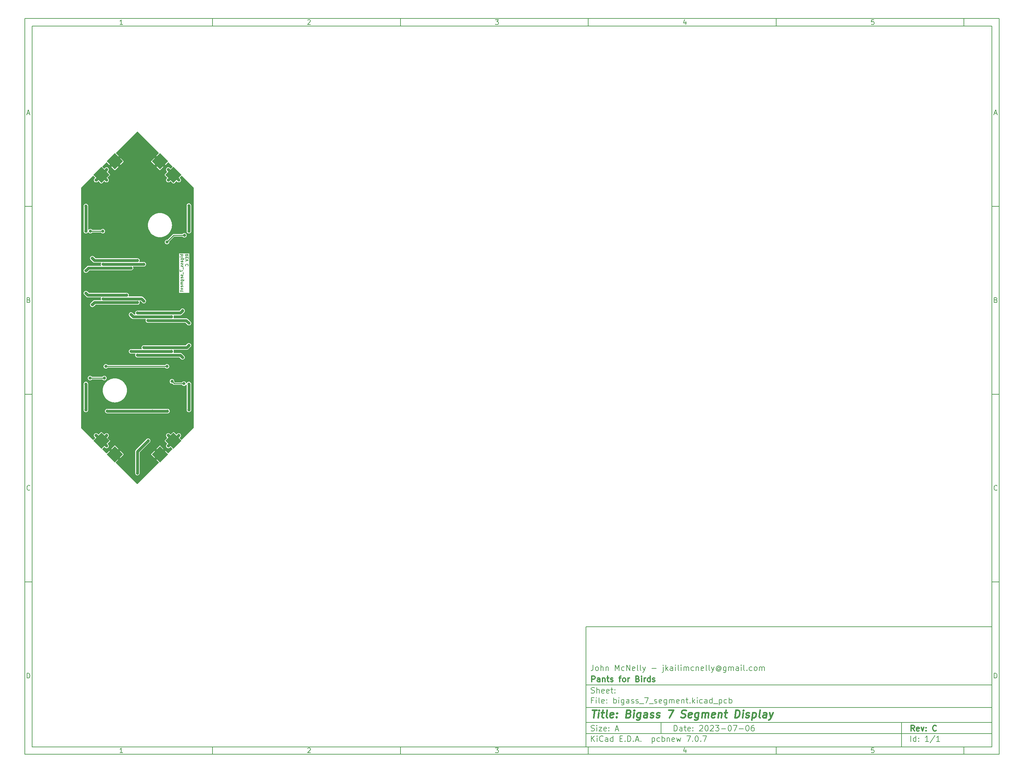
<source format=gbr>
G04 #@! TF.GenerationSoftware,KiCad,Pcbnew,7.0.7*
G04 #@! TF.CreationDate,2023-09-04T15:56:20-07:00*
G04 #@! TF.ProjectId,bigass_7_segment,62696761-7373-45f3-975f-7365676d656e,C*
G04 #@! TF.SameCoordinates,Original*
G04 #@! TF.FileFunction,Copper,L2,Bot*
G04 #@! TF.FilePolarity,Positive*
%FSLAX46Y46*%
G04 Gerber Fmt 4.6, Leading zero omitted, Abs format (unit mm)*
G04 Created by KiCad (PCBNEW 7.0.7) date 2023-09-04 15:56:20*
%MOMM*%
%LPD*%
G01*
G04 APERTURE LIST*
G04 Aperture macros list*
%AMRotRect*
0 Rectangle, with rotation*
0 The origin of the aperture is its center*
0 $1 length*
0 $2 width*
0 $3 Rotation angle, in degrees counterclockwise*
0 Add horizontal line*
21,1,$1,$2,0,0,$3*%
G04 Aperture macros list end*
%ADD10C,0.100000*%
%ADD11C,0.150000*%
%ADD12C,0.300000*%
%ADD13C,0.400000*%
G04 #@! TA.AperFunction,NonConductor*
%ADD14C,0.150000*%
G04 #@! TD*
G04 #@! TA.AperFunction,SMDPad,CuDef*
%ADD15RotRect,3.000000X3.000000X315.000000*%
G04 #@! TD*
G04 #@! TA.AperFunction,SMDPad,CuDef*
%ADD16RotRect,3.000000X3.000000X45.000000*%
G04 #@! TD*
G04 #@! TA.AperFunction,SMDPad,CuDef*
%ADD17RotRect,3.000000X3.000000X225.000000*%
G04 #@! TD*
G04 #@! TA.AperFunction,SMDPad,CuDef*
%ADD18RotRect,3.000000X3.000000X135.000000*%
G04 #@! TD*
G04 #@! TA.AperFunction,ViaPad*
%ADD19C,0.800000*%
G04 #@! TD*
G04 #@! TA.AperFunction,Conductor*
%ADD20C,0.800000*%
G04 #@! TD*
G04 #@! TA.AperFunction,Conductor*
%ADD21C,0.250000*%
G04 #@! TD*
G04 APERTURE END LIST*
D10*
D11*
X159400000Y-171900000D02*
X267400000Y-171900000D01*
X267400000Y-203900000D01*
X159400000Y-203900000D01*
X159400000Y-171900000D01*
D10*
D11*
X10000000Y-10000000D02*
X269400000Y-10000000D01*
X269400000Y-205900000D01*
X10000000Y-205900000D01*
X10000000Y-10000000D01*
D10*
D11*
X12000000Y-12000000D02*
X267400000Y-12000000D01*
X267400000Y-203900000D01*
X12000000Y-203900000D01*
X12000000Y-12000000D01*
D10*
D11*
X60000000Y-12000000D02*
X60000000Y-10000000D01*
D10*
D11*
X110000000Y-12000000D02*
X110000000Y-10000000D01*
D10*
D11*
X160000000Y-12000000D02*
X160000000Y-10000000D01*
D10*
D11*
X210000000Y-12000000D02*
X210000000Y-10000000D01*
D10*
D11*
X260000000Y-12000000D02*
X260000000Y-10000000D01*
D10*
D11*
X36089160Y-11593604D02*
X35346303Y-11593604D01*
X35717731Y-11593604D02*
X35717731Y-10293604D01*
X35717731Y-10293604D02*
X35593922Y-10479319D01*
X35593922Y-10479319D02*
X35470112Y-10603128D01*
X35470112Y-10603128D02*
X35346303Y-10665033D01*
D10*
D11*
X85346303Y-10417414D02*
X85408207Y-10355509D01*
X85408207Y-10355509D02*
X85532017Y-10293604D01*
X85532017Y-10293604D02*
X85841541Y-10293604D01*
X85841541Y-10293604D02*
X85965350Y-10355509D01*
X85965350Y-10355509D02*
X86027255Y-10417414D01*
X86027255Y-10417414D02*
X86089160Y-10541223D01*
X86089160Y-10541223D02*
X86089160Y-10665033D01*
X86089160Y-10665033D02*
X86027255Y-10850747D01*
X86027255Y-10850747D02*
X85284398Y-11593604D01*
X85284398Y-11593604D02*
X86089160Y-11593604D01*
D10*
D11*
X135284398Y-10293604D02*
X136089160Y-10293604D01*
X136089160Y-10293604D02*
X135655826Y-10788842D01*
X135655826Y-10788842D02*
X135841541Y-10788842D01*
X135841541Y-10788842D02*
X135965350Y-10850747D01*
X135965350Y-10850747D02*
X136027255Y-10912652D01*
X136027255Y-10912652D02*
X136089160Y-11036461D01*
X136089160Y-11036461D02*
X136089160Y-11345985D01*
X136089160Y-11345985D02*
X136027255Y-11469795D01*
X136027255Y-11469795D02*
X135965350Y-11531700D01*
X135965350Y-11531700D02*
X135841541Y-11593604D01*
X135841541Y-11593604D02*
X135470112Y-11593604D01*
X135470112Y-11593604D02*
X135346303Y-11531700D01*
X135346303Y-11531700D02*
X135284398Y-11469795D01*
D10*
D11*
X185965350Y-10726938D02*
X185965350Y-11593604D01*
X185655826Y-10231700D02*
X185346303Y-11160271D01*
X185346303Y-11160271D02*
X186151064Y-11160271D01*
D10*
D11*
X236027255Y-10293604D02*
X235408207Y-10293604D01*
X235408207Y-10293604D02*
X235346303Y-10912652D01*
X235346303Y-10912652D02*
X235408207Y-10850747D01*
X235408207Y-10850747D02*
X235532017Y-10788842D01*
X235532017Y-10788842D02*
X235841541Y-10788842D01*
X235841541Y-10788842D02*
X235965350Y-10850747D01*
X235965350Y-10850747D02*
X236027255Y-10912652D01*
X236027255Y-10912652D02*
X236089160Y-11036461D01*
X236089160Y-11036461D02*
X236089160Y-11345985D01*
X236089160Y-11345985D02*
X236027255Y-11469795D01*
X236027255Y-11469795D02*
X235965350Y-11531700D01*
X235965350Y-11531700D02*
X235841541Y-11593604D01*
X235841541Y-11593604D02*
X235532017Y-11593604D01*
X235532017Y-11593604D02*
X235408207Y-11531700D01*
X235408207Y-11531700D02*
X235346303Y-11469795D01*
D10*
D11*
X60000000Y-203900000D02*
X60000000Y-205900000D01*
D10*
D11*
X110000000Y-203900000D02*
X110000000Y-205900000D01*
D10*
D11*
X160000000Y-203900000D02*
X160000000Y-205900000D01*
D10*
D11*
X210000000Y-203900000D02*
X210000000Y-205900000D01*
D10*
D11*
X260000000Y-203900000D02*
X260000000Y-205900000D01*
D10*
D11*
X36089160Y-205493604D02*
X35346303Y-205493604D01*
X35717731Y-205493604D02*
X35717731Y-204193604D01*
X35717731Y-204193604D02*
X35593922Y-204379319D01*
X35593922Y-204379319D02*
X35470112Y-204503128D01*
X35470112Y-204503128D02*
X35346303Y-204565033D01*
D10*
D11*
X85346303Y-204317414D02*
X85408207Y-204255509D01*
X85408207Y-204255509D02*
X85532017Y-204193604D01*
X85532017Y-204193604D02*
X85841541Y-204193604D01*
X85841541Y-204193604D02*
X85965350Y-204255509D01*
X85965350Y-204255509D02*
X86027255Y-204317414D01*
X86027255Y-204317414D02*
X86089160Y-204441223D01*
X86089160Y-204441223D02*
X86089160Y-204565033D01*
X86089160Y-204565033D02*
X86027255Y-204750747D01*
X86027255Y-204750747D02*
X85284398Y-205493604D01*
X85284398Y-205493604D02*
X86089160Y-205493604D01*
D10*
D11*
X135284398Y-204193604D02*
X136089160Y-204193604D01*
X136089160Y-204193604D02*
X135655826Y-204688842D01*
X135655826Y-204688842D02*
X135841541Y-204688842D01*
X135841541Y-204688842D02*
X135965350Y-204750747D01*
X135965350Y-204750747D02*
X136027255Y-204812652D01*
X136027255Y-204812652D02*
X136089160Y-204936461D01*
X136089160Y-204936461D02*
X136089160Y-205245985D01*
X136089160Y-205245985D02*
X136027255Y-205369795D01*
X136027255Y-205369795D02*
X135965350Y-205431700D01*
X135965350Y-205431700D02*
X135841541Y-205493604D01*
X135841541Y-205493604D02*
X135470112Y-205493604D01*
X135470112Y-205493604D02*
X135346303Y-205431700D01*
X135346303Y-205431700D02*
X135284398Y-205369795D01*
D10*
D11*
X185965350Y-204626938D02*
X185965350Y-205493604D01*
X185655826Y-204131700D02*
X185346303Y-205060271D01*
X185346303Y-205060271D02*
X186151064Y-205060271D01*
D10*
D11*
X236027255Y-204193604D02*
X235408207Y-204193604D01*
X235408207Y-204193604D02*
X235346303Y-204812652D01*
X235346303Y-204812652D02*
X235408207Y-204750747D01*
X235408207Y-204750747D02*
X235532017Y-204688842D01*
X235532017Y-204688842D02*
X235841541Y-204688842D01*
X235841541Y-204688842D02*
X235965350Y-204750747D01*
X235965350Y-204750747D02*
X236027255Y-204812652D01*
X236027255Y-204812652D02*
X236089160Y-204936461D01*
X236089160Y-204936461D02*
X236089160Y-205245985D01*
X236089160Y-205245985D02*
X236027255Y-205369795D01*
X236027255Y-205369795D02*
X235965350Y-205431700D01*
X235965350Y-205431700D02*
X235841541Y-205493604D01*
X235841541Y-205493604D02*
X235532017Y-205493604D01*
X235532017Y-205493604D02*
X235408207Y-205431700D01*
X235408207Y-205431700D02*
X235346303Y-205369795D01*
D10*
D11*
X10000000Y-60000000D02*
X12000000Y-60000000D01*
D10*
D11*
X10000000Y-110000000D02*
X12000000Y-110000000D01*
D10*
D11*
X10000000Y-160000000D02*
X12000000Y-160000000D01*
D10*
D11*
X10690476Y-35222176D02*
X11309523Y-35222176D01*
X10566666Y-35593604D02*
X10999999Y-34293604D01*
X10999999Y-34293604D02*
X11433333Y-35593604D01*
D10*
D11*
X11092857Y-84912652D02*
X11278571Y-84974557D01*
X11278571Y-84974557D02*
X11340476Y-85036461D01*
X11340476Y-85036461D02*
X11402380Y-85160271D01*
X11402380Y-85160271D02*
X11402380Y-85345985D01*
X11402380Y-85345985D02*
X11340476Y-85469795D01*
X11340476Y-85469795D02*
X11278571Y-85531700D01*
X11278571Y-85531700D02*
X11154761Y-85593604D01*
X11154761Y-85593604D02*
X10659523Y-85593604D01*
X10659523Y-85593604D02*
X10659523Y-84293604D01*
X10659523Y-84293604D02*
X11092857Y-84293604D01*
X11092857Y-84293604D02*
X11216666Y-84355509D01*
X11216666Y-84355509D02*
X11278571Y-84417414D01*
X11278571Y-84417414D02*
X11340476Y-84541223D01*
X11340476Y-84541223D02*
X11340476Y-84665033D01*
X11340476Y-84665033D02*
X11278571Y-84788842D01*
X11278571Y-84788842D02*
X11216666Y-84850747D01*
X11216666Y-84850747D02*
X11092857Y-84912652D01*
X11092857Y-84912652D02*
X10659523Y-84912652D01*
D10*
D11*
X11402380Y-135469795D02*
X11340476Y-135531700D01*
X11340476Y-135531700D02*
X11154761Y-135593604D01*
X11154761Y-135593604D02*
X11030952Y-135593604D01*
X11030952Y-135593604D02*
X10845238Y-135531700D01*
X10845238Y-135531700D02*
X10721428Y-135407890D01*
X10721428Y-135407890D02*
X10659523Y-135284080D01*
X10659523Y-135284080D02*
X10597619Y-135036461D01*
X10597619Y-135036461D02*
X10597619Y-134850747D01*
X10597619Y-134850747D02*
X10659523Y-134603128D01*
X10659523Y-134603128D02*
X10721428Y-134479319D01*
X10721428Y-134479319D02*
X10845238Y-134355509D01*
X10845238Y-134355509D02*
X11030952Y-134293604D01*
X11030952Y-134293604D02*
X11154761Y-134293604D01*
X11154761Y-134293604D02*
X11340476Y-134355509D01*
X11340476Y-134355509D02*
X11402380Y-134417414D01*
D10*
D11*
X10659523Y-185593604D02*
X10659523Y-184293604D01*
X10659523Y-184293604D02*
X10969047Y-184293604D01*
X10969047Y-184293604D02*
X11154761Y-184355509D01*
X11154761Y-184355509D02*
X11278571Y-184479319D01*
X11278571Y-184479319D02*
X11340476Y-184603128D01*
X11340476Y-184603128D02*
X11402380Y-184850747D01*
X11402380Y-184850747D02*
X11402380Y-185036461D01*
X11402380Y-185036461D02*
X11340476Y-185284080D01*
X11340476Y-185284080D02*
X11278571Y-185407890D01*
X11278571Y-185407890D02*
X11154761Y-185531700D01*
X11154761Y-185531700D02*
X10969047Y-185593604D01*
X10969047Y-185593604D02*
X10659523Y-185593604D01*
D10*
D11*
X269400000Y-60000000D02*
X267400000Y-60000000D01*
D10*
D11*
X269400000Y-110000000D02*
X267400000Y-110000000D01*
D10*
D11*
X269400000Y-160000000D02*
X267400000Y-160000000D01*
D10*
D11*
X268090476Y-35222176D02*
X268709523Y-35222176D01*
X267966666Y-35593604D02*
X268399999Y-34293604D01*
X268399999Y-34293604D02*
X268833333Y-35593604D01*
D10*
D11*
X268492857Y-84912652D02*
X268678571Y-84974557D01*
X268678571Y-84974557D02*
X268740476Y-85036461D01*
X268740476Y-85036461D02*
X268802380Y-85160271D01*
X268802380Y-85160271D02*
X268802380Y-85345985D01*
X268802380Y-85345985D02*
X268740476Y-85469795D01*
X268740476Y-85469795D02*
X268678571Y-85531700D01*
X268678571Y-85531700D02*
X268554761Y-85593604D01*
X268554761Y-85593604D02*
X268059523Y-85593604D01*
X268059523Y-85593604D02*
X268059523Y-84293604D01*
X268059523Y-84293604D02*
X268492857Y-84293604D01*
X268492857Y-84293604D02*
X268616666Y-84355509D01*
X268616666Y-84355509D02*
X268678571Y-84417414D01*
X268678571Y-84417414D02*
X268740476Y-84541223D01*
X268740476Y-84541223D02*
X268740476Y-84665033D01*
X268740476Y-84665033D02*
X268678571Y-84788842D01*
X268678571Y-84788842D02*
X268616666Y-84850747D01*
X268616666Y-84850747D02*
X268492857Y-84912652D01*
X268492857Y-84912652D02*
X268059523Y-84912652D01*
D10*
D11*
X268802380Y-135469795D02*
X268740476Y-135531700D01*
X268740476Y-135531700D02*
X268554761Y-135593604D01*
X268554761Y-135593604D02*
X268430952Y-135593604D01*
X268430952Y-135593604D02*
X268245238Y-135531700D01*
X268245238Y-135531700D02*
X268121428Y-135407890D01*
X268121428Y-135407890D02*
X268059523Y-135284080D01*
X268059523Y-135284080D02*
X267997619Y-135036461D01*
X267997619Y-135036461D02*
X267997619Y-134850747D01*
X267997619Y-134850747D02*
X268059523Y-134603128D01*
X268059523Y-134603128D02*
X268121428Y-134479319D01*
X268121428Y-134479319D02*
X268245238Y-134355509D01*
X268245238Y-134355509D02*
X268430952Y-134293604D01*
X268430952Y-134293604D02*
X268554761Y-134293604D01*
X268554761Y-134293604D02*
X268740476Y-134355509D01*
X268740476Y-134355509D02*
X268802380Y-134417414D01*
D10*
D11*
X268059523Y-185593604D02*
X268059523Y-184293604D01*
X268059523Y-184293604D02*
X268369047Y-184293604D01*
X268369047Y-184293604D02*
X268554761Y-184355509D01*
X268554761Y-184355509D02*
X268678571Y-184479319D01*
X268678571Y-184479319D02*
X268740476Y-184603128D01*
X268740476Y-184603128D02*
X268802380Y-184850747D01*
X268802380Y-184850747D02*
X268802380Y-185036461D01*
X268802380Y-185036461D02*
X268740476Y-185284080D01*
X268740476Y-185284080D02*
X268678571Y-185407890D01*
X268678571Y-185407890D02*
X268554761Y-185531700D01*
X268554761Y-185531700D02*
X268369047Y-185593604D01*
X268369047Y-185593604D02*
X268059523Y-185593604D01*
D10*
D11*
X182855826Y-199686128D02*
X182855826Y-198186128D01*
X182855826Y-198186128D02*
X183212969Y-198186128D01*
X183212969Y-198186128D02*
X183427255Y-198257557D01*
X183427255Y-198257557D02*
X183570112Y-198400414D01*
X183570112Y-198400414D02*
X183641541Y-198543271D01*
X183641541Y-198543271D02*
X183712969Y-198828985D01*
X183712969Y-198828985D02*
X183712969Y-199043271D01*
X183712969Y-199043271D02*
X183641541Y-199328985D01*
X183641541Y-199328985D02*
X183570112Y-199471842D01*
X183570112Y-199471842D02*
X183427255Y-199614700D01*
X183427255Y-199614700D02*
X183212969Y-199686128D01*
X183212969Y-199686128D02*
X182855826Y-199686128D01*
X184998684Y-199686128D02*
X184998684Y-198900414D01*
X184998684Y-198900414D02*
X184927255Y-198757557D01*
X184927255Y-198757557D02*
X184784398Y-198686128D01*
X184784398Y-198686128D02*
X184498684Y-198686128D01*
X184498684Y-198686128D02*
X184355826Y-198757557D01*
X184998684Y-199614700D02*
X184855826Y-199686128D01*
X184855826Y-199686128D02*
X184498684Y-199686128D01*
X184498684Y-199686128D02*
X184355826Y-199614700D01*
X184355826Y-199614700D02*
X184284398Y-199471842D01*
X184284398Y-199471842D02*
X184284398Y-199328985D01*
X184284398Y-199328985D02*
X184355826Y-199186128D01*
X184355826Y-199186128D02*
X184498684Y-199114700D01*
X184498684Y-199114700D02*
X184855826Y-199114700D01*
X184855826Y-199114700D02*
X184998684Y-199043271D01*
X185498684Y-198686128D02*
X186070112Y-198686128D01*
X185712969Y-198186128D02*
X185712969Y-199471842D01*
X185712969Y-199471842D02*
X185784398Y-199614700D01*
X185784398Y-199614700D02*
X185927255Y-199686128D01*
X185927255Y-199686128D02*
X186070112Y-199686128D01*
X187141541Y-199614700D02*
X186998684Y-199686128D01*
X186998684Y-199686128D02*
X186712970Y-199686128D01*
X186712970Y-199686128D02*
X186570112Y-199614700D01*
X186570112Y-199614700D02*
X186498684Y-199471842D01*
X186498684Y-199471842D02*
X186498684Y-198900414D01*
X186498684Y-198900414D02*
X186570112Y-198757557D01*
X186570112Y-198757557D02*
X186712970Y-198686128D01*
X186712970Y-198686128D02*
X186998684Y-198686128D01*
X186998684Y-198686128D02*
X187141541Y-198757557D01*
X187141541Y-198757557D02*
X187212970Y-198900414D01*
X187212970Y-198900414D02*
X187212970Y-199043271D01*
X187212970Y-199043271D02*
X186498684Y-199186128D01*
X187855826Y-199543271D02*
X187927255Y-199614700D01*
X187927255Y-199614700D02*
X187855826Y-199686128D01*
X187855826Y-199686128D02*
X187784398Y-199614700D01*
X187784398Y-199614700D02*
X187855826Y-199543271D01*
X187855826Y-199543271D02*
X187855826Y-199686128D01*
X187855826Y-198757557D02*
X187927255Y-198828985D01*
X187927255Y-198828985D02*
X187855826Y-198900414D01*
X187855826Y-198900414D02*
X187784398Y-198828985D01*
X187784398Y-198828985D02*
X187855826Y-198757557D01*
X187855826Y-198757557D02*
X187855826Y-198900414D01*
X189641541Y-198328985D02*
X189712969Y-198257557D01*
X189712969Y-198257557D02*
X189855827Y-198186128D01*
X189855827Y-198186128D02*
X190212969Y-198186128D01*
X190212969Y-198186128D02*
X190355827Y-198257557D01*
X190355827Y-198257557D02*
X190427255Y-198328985D01*
X190427255Y-198328985D02*
X190498684Y-198471842D01*
X190498684Y-198471842D02*
X190498684Y-198614700D01*
X190498684Y-198614700D02*
X190427255Y-198828985D01*
X190427255Y-198828985D02*
X189570112Y-199686128D01*
X189570112Y-199686128D02*
X190498684Y-199686128D01*
X191427255Y-198186128D02*
X191570112Y-198186128D01*
X191570112Y-198186128D02*
X191712969Y-198257557D01*
X191712969Y-198257557D02*
X191784398Y-198328985D01*
X191784398Y-198328985D02*
X191855826Y-198471842D01*
X191855826Y-198471842D02*
X191927255Y-198757557D01*
X191927255Y-198757557D02*
X191927255Y-199114700D01*
X191927255Y-199114700D02*
X191855826Y-199400414D01*
X191855826Y-199400414D02*
X191784398Y-199543271D01*
X191784398Y-199543271D02*
X191712969Y-199614700D01*
X191712969Y-199614700D02*
X191570112Y-199686128D01*
X191570112Y-199686128D02*
X191427255Y-199686128D01*
X191427255Y-199686128D02*
X191284398Y-199614700D01*
X191284398Y-199614700D02*
X191212969Y-199543271D01*
X191212969Y-199543271D02*
X191141540Y-199400414D01*
X191141540Y-199400414D02*
X191070112Y-199114700D01*
X191070112Y-199114700D02*
X191070112Y-198757557D01*
X191070112Y-198757557D02*
X191141540Y-198471842D01*
X191141540Y-198471842D02*
X191212969Y-198328985D01*
X191212969Y-198328985D02*
X191284398Y-198257557D01*
X191284398Y-198257557D02*
X191427255Y-198186128D01*
X192498683Y-198328985D02*
X192570111Y-198257557D01*
X192570111Y-198257557D02*
X192712969Y-198186128D01*
X192712969Y-198186128D02*
X193070111Y-198186128D01*
X193070111Y-198186128D02*
X193212969Y-198257557D01*
X193212969Y-198257557D02*
X193284397Y-198328985D01*
X193284397Y-198328985D02*
X193355826Y-198471842D01*
X193355826Y-198471842D02*
X193355826Y-198614700D01*
X193355826Y-198614700D02*
X193284397Y-198828985D01*
X193284397Y-198828985D02*
X192427254Y-199686128D01*
X192427254Y-199686128D02*
X193355826Y-199686128D01*
X193855825Y-198186128D02*
X194784397Y-198186128D01*
X194784397Y-198186128D02*
X194284397Y-198757557D01*
X194284397Y-198757557D02*
X194498682Y-198757557D01*
X194498682Y-198757557D02*
X194641540Y-198828985D01*
X194641540Y-198828985D02*
X194712968Y-198900414D01*
X194712968Y-198900414D02*
X194784397Y-199043271D01*
X194784397Y-199043271D02*
X194784397Y-199400414D01*
X194784397Y-199400414D02*
X194712968Y-199543271D01*
X194712968Y-199543271D02*
X194641540Y-199614700D01*
X194641540Y-199614700D02*
X194498682Y-199686128D01*
X194498682Y-199686128D02*
X194070111Y-199686128D01*
X194070111Y-199686128D02*
X193927254Y-199614700D01*
X193927254Y-199614700D02*
X193855825Y-199543271D01*
X195427253Y-199114700D02*
X196570111Y-199114700D01*
X197570111Y-198186128D02*
X197712968Y-198186128D01*
X197712968Y-198186128D02*
X197855825Y-198257557D01*
X197855825Y-198257557D02*
X197927254Y-198328985D01*
X197927254Y-198328985D02*
X197998682Y-198471842D01*
X197998682Y-198471842D02*
X198070111Y-198757557D01*
X198070111Y-198757557D02*
X198070111Y-199114700D01*
X198070111Y-199114700D02*
X197998682Y-199400414D01*
X197998682Y-199400414D02*
X197927254Y-199543271D01*
X197927254Y-199543271D02*
X197855825Y-199614700D01*
X197855825Y-199614700D02*
X197712968Y-199686128D01*
X197712968Y-199686128D02*
X197570111Y-199686128D01*
X197570111Y-199686128D02*
X197427254Y-199614700D01*
X197427254Y-199614700D02*
X197355825Y-199543271D01*
X197355825Y-199543271D02*
X197284396Y-199400414D01*
X197284396Y-199400414D02*
X197212968Y-199114700D01*
X197212968Y-199114700D02*
X197212968Y-198757557D01*
X197212968Y-198757557D02*
X197284396Y-198471842D01*
X197284396Y-198471842D02*
X197355825Y-198328985D01*
X197355825Y-198328985D02*
X197427254Y-198257557D01*
X197427254Y-198257557D02*
X197570111Y-198186128D01*
X198570110Y-198186128D02*
X199570110Y-198186128D01*
X199570110Y-198186128D02*
X198927253Y-199686128D01*
X200141538Y-199114700D02*
X201284396Y-199114700D01*
X202284396Y-198186128D02*
X202427253Y-198186128D01*
X202427253Y-198186128D02*
X202570110Y-198257557D01*
X202570110Y-198257557D02*
X202641539Y-198328985D01*
X202641539Y-198328985D02*
X202712967Y-198471842D01*
X202712967Y-198471842D02*
X202784396Y-198757557D01*
X202784396Y-198757557D02*
X202784396Y-199114700D01*
X202784396Y-199114700D02*
X202712967Y-199400414D01*
X202712967Y-199400414D02*
X202641539Y-199543271D01*
X202641539Y-199543271D02*
X202570110Y-199614700D01*
X202570110Y-199614700D02*
X202427253Y-199686128D01*
X202427253Y-199686128D02*
X202284396Y-199686128D01*
X202284396Y-199686128D02*
X202141539Y-199614700D01*
X202141539Y-199614700D02*
X202070110Y-199543271D01*
X202070110Y-199543271D02*
X201998681Y-199400414D01*
X201998681Y-199400414D02*
X201927253Y-199114700D01*
X201927253Y-199114700D02*
X201927253Y-198757557D01*
X201927253Y-198757557D02*
X201998681Y-198471842D01*
X201998681Y-198471842D02*
X202070110Y-198328985D01*
X202070110Y-198328985D02*
X202141539Y-198257557D01*
X202141539Y-198257557D02*
X202284396Y-198186128D01*
X204070110Y-198186128D02*
X203784395Y-198186128D01*
X203784395Y-198186128D02*
X203641538Y-198257557D01*
X203641538Y-198257557D02*
X203570110Y-198328985D01*
X203570110Y-198328985D02*
X203427252Y-198543271D01*
X203427252Y-198543271D02*
X203355824Y-198828985D01*
X203355824Y-198828985D02*
X203355824Y-199400414D01*
X203355824Y-199400414D02*
X203427252Y-199543271D01*
X203427252Y-199543271D02*
X203498681Y-199614700D01*
X203498681Y-199614700D02*
X203641538Y-199686128D01*
X203641538Y-199686128D02*
X203927252Y-199686128D01*
X203927252Y-199686128D02*
X204070110Y-199614700D01*
X204070110Y-199614700D02*
X204141538Y-199543271D01*
X204141538Y-199543271D02*
X204212967Y-199400414D01*
X204212967Y-199400414D02*
X204212967Y-199043271D01*
X204212967Y-199043271D02*
X204141538Y-198900414D01*
X204141538Y-198900414D02*
X204070110Y-198828985D01*
X204070110Y-198828985D02*
X203927252Y-198757557D01*
X203927252Y-198757557D02*
X203641538Y-198757557D01*
X203641538Y-198757557D02*
X203498681Y-198828985D01*
X203498681Y-198828985D02*
X203427252Y-198900414D01*
X203427252Y-198900414D02*
X203355824Y-199043271D01*
D10*
D11*
X159400000Y-200400000D02*
X267400000Y-200400000D01*
D10*
D11*
X160855826Y-202486128D02*
X160855826Y-200986128D01*
X161712969Y-202486128D02*
X161070112Y-201628985D01*
X161712969Y-200986128D02*
X160855826Y-201843271D01*
X162355826Y-202486128D02*
X162355826Y-201486128D01*
X162355826Y-200986128D02*
X162284398Y-201057557D01*
X162284398Y-201057557D02*
X162355826Y-201128985D01*
X162355826Y-201128985D02*
X162427255Y-201057557D01*
X162427255Y-201057557D02*
X162355826Y-200986128D01*
X162355826Y-200986128D02*
X162355826Y-201128985D01*
X163927255Y-202343271D02*
X163855827Y-202414700D01*
X163855827Y-202414700D02*
X163641541Y-202486128D01*
X163641541Y-202486128D02*
X163498684Y-202486128D01*
X163498684Y-202486128D02*
X163284398Y-202414700D01*
X163284398Y-202414700D02*
X163141541Y-202271842D01*
X163141541Y-202271842D02*
X163070112Y-202128985D01*
X163070112Y-202128985D02*
X162998684Y-201843271D01*
X162998684Y-201843271D02*
X162998684Y-201628985D01*
X162998684Y-201628985D02*
X163070112Y-201343271D01*
X163070112Y-201343271D02*
X163141541Y-201200414D01*
X163141541Y-201200414D02*
X163284398Y-201057557D01*
X163284398Y-201057557D02*
X163498684Y-200986128D01*
X163498684Y-200986128D02*
X163641541Y-200986128D01*
X163641541Y-200986128D02*
X163855827Y-201057557D01*
X163855827Y-201057557D02*
X163927255Y-201128985D01*
X165212970Y-202486128D02*
X165212970Y-201700414D01*
X165212970Y-201700414D02*
X165141541Y-201557557D01*
X165141541Y-201557557D02*
X164998684Y-201486128D01*
X164998684Y-201486128D02*
X164712970Y-201486128D01*
X164712970Y-201486128D02*
X164570112Y-201557557D01*
X165212970Y-202414700D02*
X165070112Y-202486128D01*
X165070112Y-202486128D02*
X164712970Y-202486128D01*
X164712970Y-202486128D02*
X164570112Y-202414700D01*
X164570112Y-202414700D02*
X164498684Y-202271842D01*
X164498684Y-202271842D02*
X164498684Y-202128985D01*
X164498684Y-202128985D02*
X164570112Y-201986128D01*
X164570112Y-201986128D02*
X164712970Y-201914700D01*
X164712970Y-201914700D02*
X165070112Y-201914700D01*
X165070112Y-201914700D02*
X165212970Y-201843271D01*
X166570113Y-202486128D02*
X166570113Y-200986128D01*
X166570113Y-202414700D02*
X166427255Y-202486128D01*
X166427255Y-202486128D02*
X166141541Y-202486128D01*
X166141541Y-202486128D02*
X165998684Y-202414700D01*
X165998684Y-202414700D02*
X165927255Y-202343271D01*
X165927255Y-202343271D02*
X165855827Y-202200414D01*
X165855827Y-202200414D02*
X165855827Y-201771842D01*
X165855827Y-201771842D02*
X165927255Y-201628985D01*
X165927255Y-201628985D02*
X165998684Y-201557557D01*
X165998684Y-201557557D02*
X166141541Y-201486128D01*
X166141541Y-201486128D02*
X166427255Y-201486128D01*
X166427255Y-201486128D02*
X166570113Y-201557557D01*
X168427255Y-201700414D02*
X168927255Y-201700414D01*
X169141541Y-202486128D02*
X168427255Y-202486128D01*
X168427255Y-202486128D02*
X168427255Y-200986128D01*
X168427255Y-200986128D02*
X169141541Y-200986128D01*
X169784398Y-202343271D02*
X169855827Y-202414700D01*
X169855827Y-202414700D02*
X169784398Y-202486128D01*
X169784398Y-202486128D02*
X169712970Y-202414700D01*
X169712970Y-202414700D02*
X169784398Y-202343271D01*
X169784398Y-202343271D02*
X169784398Y-202486128D01*
X170498684Y-202486128D02*
X170498684Y-200986128D01*
X170498684Y-200986128D02*
X170855827Y-200986128D01*
X170855827Y-200986128D02*
X171070113Y-201057557D01*
X171070113Y-201057557D02*
X171212970Y-201200414D01*
X171212970Y-201200414D02*
X171284399Y-201343271D01*
X171284399Y-201343271D02*
X171355827Y-201628985D01*
X171355827Y-201628985D02*
X171355827Y-201843271D01*
X171355827Y-201843271D02*
X171284399Y-202128985D01*
X171284399Y-202128985D02*
X171212970Y-202271842D01*
X171212970Y-202271842D02*
X171070113Y-202414700D01*
X171070113Y-202414700D02*
X170855827Y-202486128D01*
X170855827Y-202486128D02*
X170498684Y-202486128D01*
X171998684Y-202343271D02*
X172070113Y-202414700D01*
X172070113Y-202414700D02*
X171998684Y-202486128D01*
X171998684Y-202486128D02*
X171927256Y-202414700D01*
X171927256Y-202414700D02*
X171998684Y-202343271D01*
X171998684Y-202343271D02*
X171998684Y-202486128D01*
X172641542Y-202057557D02*
X173355828Y-202057557D01*
X172498685Y-202486128D02*
X172998685Y-200986128D01*
X172998685Y-200986128D02*
X173498685Y-202486128D01*
X173998684Y-202343271D02*
X174070113Y-202414700D01*
X174070113Y-202414700D02*
X173998684Y-202486128D01*
X173998684Y-202486128D02*
X173927256Y-202414700D01*
X173927256Y-202414700D02*
X173998684Y-202343271D01*
X173998684Y-202343271D02*
X173998684Y-202486128D01*
X176998684Y-201486128D02*
X176998684Y-202986128D01*
X176998684Y-201557557D02*
X177141542Y-201486128D01*
X177141542Y-201486128D02*
X177427256Y-201486128D01*
X177427256Y-201486128D02*
X177570113Y-201557557D01*
X177570113Y-201557557D02*
X177641542Y-201628985D01*
X177641542Y-201628985D02*
X177712970Y-201771842D01*
X177712970Y-201771842D02*
X177712970Y-202200414D01*
X177712970Y-202200414D02*
X177641542Y-202343271D01*
X177641542Y-202343271D02*
X177570113Y-202414700D01*
X177570113Y-202414700D02*
X177427256Y-202486128D01*
X177427256Y-202486128D02*
X177141542Y-202486128D01*
X177141542Y-202486128D02*
X176998684Y-202414700D01*
X178998685Y-202414700D02*
X178855827Y-202486128D01*
X178855827Y-202486128D02*
X178570113Y-202486128D01*
X178570113Y-202486128D02*
X178427256Y-202414700D01*
X178427256Y-202414700D02*
X178355827Y-202343271D01*
X178355827Y-202343271D02*
X178284399Y-202200414D01*
X178284399Y-202200414D02*
X178284399Y-201771842D01*
X178284399Y-201771842D02*
X178355827Y-201628985D01*
X178355827Y-201628985D02*
X178427256Y-201557557D01*
X178427256Y-201557557D02*
X178570113Y-201486128D01*
X178570113Y-201486128D02*
X178855827Y-201486128D01*
X178855827Y-201486128D02*
X178998685Y-201557557D01*
X179641541Y-202486128D02*
X179641541Y-200986128D01*
X179641541Y-201557557D02*
X179784399Y-201486128D01*
X179784399Y-201486128D02*
X180070113Y-201486128D01*
X180070113Y-201486128D02*
X180212970Y-201557557D01*
X180212970Y-201557557D02*
X180284399Y-201628985D01*
X180284399Y-201628985D02*
X180355827Y-201771842D01*
X180355827Y-201771842D02*
X180355827Y-202200414D01*
X180355827Y-202200414D02*
X180284399Y-202343271D01*
X180284399Y-202343271D02*
X180212970Y-202414700D01*
X180212970Y-202414700D02*
X180070113Y-202486128D01*
X180070113Y-202486128D02*
X179784399Y-202486128D01*
X179784399Y-202486128D02*
X179641541Y-202414700D01*
X180998684Y-201486128D02*
X180998684Y-202486128D01*
X180998684Y-201628985D02*
X181070113Y-201557557D01*
X181070113Y-201557557D02*
X181212970Y-201486128D01*
X181212970Y-201486128D02*
X181427256Y-201486128D01*
X181427256Y-201486128D02*
X181570113Y-201557557D01*
X181570113Y-201557557D02*
X181641542Y-201700414D01*
X181641542Y-201700414D02*
X181641542Y-202486128D01*
X182927256Y-202414700D02*
X182784399Y-202486128D01*
X182784399Y-202486128D02*
X182498685Y-202486128D01*
X182498685Y-202486128D02*
X182355827Y-202414700D01*
X182355827Y-202414700D02*
X182284399Y-202271842D01*
X182284399Y-202271842D02*
X182284399Y-201700414D01*
X182284399Y-201700414D02*
X182355827Y-201557557D01*
X182355827Y-201557557D02*
X182498685Y-201486128D01*
X182498685Y-201486128D02*
X182784399Y-201486128D01*
X182784399Y-201486128D02*
X182927256Y-201557557D01*
X182927256Y-201557557D02*
X182998685Y-201700414D01*
X182998685Y-201700414D02*
X182998685Y-201843271D01*
X182998685Y-201843271D02*
X182284399Y-201986128D01*
X183498684Y-201486128D02*
X183784399Y-202486128D01*
X183784399Y-202486128D02*
X184070113Y-201771842D01*
X184070113Y-201771842D02*
X184355827Y-202486128D01*
X184355827Y-202486128D02*
X184641541Y-201486128D01*
X186212970Y-200986128D02*
X187212970Y-200986128D01*
X187212970Y-200986128D02*
X186570113Y-202486128D01*
X187784398Y-202343271D02*
X187855827Y-202414700D01*
X187855827Y-202414700D02*
X187784398Y-202486128D01*
X187784398Y-202486128D02*
X187712970Y-202414700D01*
X187712970Y-202414700D02*
X187784398Y-202343271D01*
X187784398Y-202343271D02*
X187784398Y-202486128D01*
X188784399Y-200986128D02*
X188927256Y-200986128D01*
X188927256Y-200986128D02*
X189070113Y-201057557D01*
X189070113Y-201057557D02*
X189141542Y-201128985D01*
X189141542Y-201128985D02*
X189212970Y-201271842D01*
X189212970Y-201271842D02*
X189284399Y-201557557D01*
X189284399Y-201557557D02*
X189284399Y-201914700D01*
X189284399Y-201914700D02*
X189212970Y-202200414D01*
X189212970Y-202200414D02*
X189141542Y-202343271D01*
X189141542Y-202343271D02*
X189070113Y-202414700D01*
X189070113Y-202414700D02*
X188927256Y-202486128D01*
X188927256Y-202486128D02*
X188784399Y-202486128D01*
X188784399Y-202486128D02*
X188641542Y-202414700D01*
X188641542Y-202414700D02*
X188570113Y-202343271D01*
X188570113Y-202343271D02*
X188498684Y-202200414D01*
X188498684Y-202200414D02*
X188427256Y-201914700D01*
X188427256Y-201914700D02*
X188427256Y-201557557D01*
X188427256Y-201557557D02*
X188498684Y-201271842D01*
X188498684Y-201271842D02*
X188570113Y-201128985D01*
X188570113Y-201128985D02*
X188641542Y-201057557D01*
X188641542Y-201057557D02*
X188784399Y-200986128D01*
X189927255Y-202343271D02*
X189998684Y-202414700D01*
X189998684Y-202414700D02*
X189927255Y-202486128D01*
X189927255Y-202486128D02*
X189855827Y-202414700D01*
X189855827Y-202414700D02*
X189927255Y-202343271D01*
X189927255Y-202343271D02*
X189927255Y-202486128D01*
X190498684Y-200986128D02*
X191498684Y-200986128D01*
X191498684Y-200986128D02*
X190855827Y-202486128D01*
D10*
D11*
X159400000Y-197400000D02*
X267400000Y-197400000D01*
D10*
D12*
X246811653Y-199678328D02*
X246311653Y-198964042D01*
X245954510Y-199678328D02*
X245954510Y-198178328D01*
X245954510Y-198178328D02*
X246525939Y-198178328D01*
X246525939Y-198178328D02*
X246668796Y-198249757D01*
X246668796Y-198249757D02*
X246740225Y-198321185D01*
X246740225Y-198321185D02*
X246811653Y-198464042D01*
X246811653Y-198464042D02*
X246811653Y-198678328D01*
X246811653Y-198678328D02*
X246740225Y-198821185D01*
X246740225Y-198821185D02*
X246668796Y-198892614D01*
X246668796Y-198892614D02*
X246525939Y-198964042D01*
X246525939Y-198964042D02*
X245954510Y-198964042D01*
X248025939Y-199606900D02*
X247883082Y-199678328D01*
X247883082Y-199678328D02*
X247597368Y-199678328D01*
X247597368Y-199678328D02*
X247454510Y-199606900D01*
X247454510Y-199606900D02*
X247383082Y-199464042D01*
X247383082Y-199464042D02*
X247383082Y-198892614D01*
X247383082Y-198892614D02*
X247454510Y-198749757D01*
X247454510Y-198749757D02*
X247597368Y-198678328D01*
X247597368Y-198678328D02*
X247883082Y-198678328D01*
X247883082Y-198678328D02*
X248025939Y-198749757D01*
X248025939Y-198749757D02*
X248097368Y-198892614D01*
X248097368Y-198892614D02*
X248097368Y-199035471D01*
X248097368Y-199035471D02*
X247383082Y-199178328D01*
X248597367Y-198678328D02*
X248954510Y-199678328D01*
X248954510Y-199678328D02*
X249311653Y-198678328D01*
X249883081Y-199535471D02*
X249954510Y-199606900D01*
X249954510Y-199606900D02*
X249883081Y-199678328D01*
X249883081Y-199678328D02*
X249811653Y-199606900D01*
X249811653Y-199606900D02*
X249883081Y-199535471D01*
X249883081Y-199535471D02*
X249883081Y-199678328D01*
X249883081Y-198749757D02*
X249954510Y-198821185D01*
X249954510Y-198821185D02*
X249883081Y-198892614D01*
X249883081Y-198892614D02*
X249811653Y-198821185D01*
X249811653Y-198821185D02*
X249883081Y-198749757D01*
X249883081Y-198749757D02*
X249883081Y-198892614D01*
X252597367Y-199535471D02*
X252525939Y-199606900D01*
X252525939Y-199606900D02*
X252311653Y-199678328D01*
X252311653Y-199678328D02*
X252168796Y-199678328D01*
X252168796Y-199678328D02*
X251954510Y-199606900D01*
X251954510Y-199606900D02*
X251811653Y-199464042D01*
X251811653Y-199464042D02*
X251740224Y-199321185D01*
X251740224Y-199321185D02*
X251668796Y-199035471D01*
X251668796Y-199035471D02*
X251668796Y-198821185D01*
X251668796Y-198821185D02*
X251740224Y-198535471D01*
X251740224Y-198535471D02*
X251811653Y-198392614D01*
X251811653Y-198392614D02*
X251954510Y-198249757D01*
X251954510Y-198249757D02*
X252168796Y-198178328D01*
X252168796Y-198178328D02*
X252311653Y-198178328D01*
X252311653Y-198178328D02*
X252525939Y-198249757D01*
X252525939Y-198249757D02*
X252597367Y-198321185D01*
D10*
D11*
X160784398Y-199614700D02*
X160998684Y-199686128D01*
X160998684Y-199686128D02*
X161355826Y-199686128D01*
X161355826Y-199686128D02*
X161498684Y-199614700D01*
X161498684Y-199614700D02*
X161570112Y-199543271D01*
X161570112Y-199543271D02*
X161641541Y-199400414D01*
X161641541Y-199400414D02*
X161641541Y-199257557D01*
X161641541Y-199257557D02*
X161570112Y-199114700D01*
X161570112Y-199114700D02*
X161498684Y-199043271D01*
X161498684Y-199043271D02*
X161355826Y-198971842D01*
X161355826Y-198971842D02*
X161070112Y-198900414D01*
X161070112Y-198900414D02*
X160927255Y-198828985D01*
X160927255Y-198828985D02*
X160855826Y-198757557D01*
X160855826Y-198757557D02*
X160784398Y-198614700D01*
X160784398Y-198614700D02*
X160784398Y-198471842D01*
X160784398Y-198471842D02*
X160855826Y-198328985D01*
X160855826Y-198328985D02*
X160927255Y-198257557D01*
X160927255Y-198257557D02*
X161070112Y-198186128D01*
X161070112Y-198186128D02*
X161427255Y-198186128D01*
X161427255Y-198186128D02*
X161641541Y-198257557D01*
X162284397Y-199686128D02*
X162284397Y-198686128D01*
X162284397Y-198186128D02*
X162212969Y-198257557D01*
X162212969Y-198257557D02*
X162284397Y-198328985D01*
X162284397Y-198328985D02*
X162355826Y-198257557D01*
X162355826Y-198257557D02*
X162284397Y-198186128D01*
X162284397Y-198186128D02*
X162284397Y-198328985D01*
X162855826Y-198686128D02*
X163641541Y-198686128D01*
X163641541Y-198686128D02*
X162855826Y-199686128D01*
X162855826Y-199686128D02*
X163641541Y-199686128D01*
X164784398Y-199614700D02*
X164641541Y-199686128D01*
X164641541Y-199686128D02*
X164355827Y-199686128D01*
X164355827Y-199686128D02*
X164212969Y-199614700D01*
X164212969Y-199614700D02*
X164141541Y-199471842D01*
X164141541Y-199471842D02*
X164141541Y-198900414D01*
X164141541Y-198900414D02*
X164212969Y-198757557D01*
X164212969Y-198757557D02*
X164355827Y-198686128D01*
X164355827Y-198686128D02*
X164641541Y-198686128D01*
X164641541Y-198686128D02*
X164784398Y-198757557D01*
X164784398Y-198757557D02*
X164855827Y-198900414D01*
X164855827Y-198900414D02*
X164855827Y-199043271D01*
X164855827Y-199043271D02*
X164141541Y-199186128D01*
X165498683Y-199543271D02*
X165570112Y-199614700D01*
X165570112Y-199614700D02*
X165498683Y-199686128D01*
X165498683Y-199686128D02*
X165427255Y-199614700D01*
X165427255Y-199614700D02*
X165498683Y-199543271D01*
X165498683Y-199543271D02*
X165498683Y-199686128D01*
X165498683Y-198757557D02*
X165570112Y-198828985D01*
X165570112Y-198828985D02*
X165498683Y-198900414D01*
X165498683Y-198900414D02*
X165427255Y-198828985D01*
X165427255Y-198828985D02*
X165498683Y-198757557D01*
X165498683Y-198757557D02*
X165498683Y-198900414D01*
X167284398Y-199257557D02*
X167998684Y-199257557D01*
X167141541Y-199686128D02*
X167641541Y-198186128D01*
X167641541Y-198186128D02*
X168141541Y-199686128D01*
D10*
D11*
X245855826Y-202486128D02*
X245855826Y-200986128D01*
X247212970Y-202486128D02*
X247212970Y-200986128D01*
X247212970Y-202414700D02*
X247070112Y-202486128D01*
X247070112Y-202486128D02*
X246784398Y-202486128D01*
X246784398Y-202486128D02*
X246641541Y-202414700D01*
X246641541Y-202414700D02*
X246570112Y-202343271D01*
X246570112Y-202343271D02*
X246498684Y-202200414D01*
X246498684Y-202200414D02*
X246498684Y-201771842D01*
X246498684Y-201771842D02*
X246570112Y-201628985D01*
X246570112Y-201628985D02*
X246641541Y-201557557D01*
X246641541Y-201557557D02*
X246784398Y-201486128D01*
X246784398Y-201486128D02*
X247070112Y-201486128D01*
X247070112Y-201486128D02*
X247212970Y-201557557D01*
X247927255Y-202343271D02*
X247998684Y-202414700D01*
X247998684Y-202414700D02*
X247927255Y-202486128D01*
X247927255Y-202486128D02*
X247855827Y-202414700D01*
X247855827Y-202414700D02*
X247927255Y-202343271D01*
X247927255Y-202343271D02*
X247927255Y-202486128D01*
X247927255Y-201557557D02*
X247998684Y-201628985D01*
X247998684Y-201628985D02*
X247927255Y-201700414D01*
X247927255Y-201700414D02*
X247855827Y-201628985D01*
X247855827Y-201628985D02*
X247927255Y-201557557D01*
X247927255Y-201557557D02*
X247927255Y-201700414D01*
X250570113Y-202486128D02*
X249712970Y-202486128D01*
X250141541Y-202486128D02*
X250141541Y-200986128D01*
X250141541Y-200986128D02*
X249998684Y-201200414D01*
X249998684Y-201200414D02*
X249855827Y-201343271D01*
X249855827Y-201343271D02*
X249712970Y-201414700D01*
X252284398Y-200914700D02*
X250998684Y-202843271D01*
X253570113Y-202486128D02*
X252712970Y-202486128D01*
X253141541Y-202486128D02*
X253141541Y-200986128D01*
X253141541Y-200986128D02*
X252998684Y-201200414D01*
X252998684Y-201200414D02*
X252855827Y-201343271D01*
X252855827Y-201343271D02*
X252712970Y-201414700D01*
D10*
D11*
X159400000Y-193400000D02*
X267400000Y-193400000D01*
D10*
D13*
X161091728Y-194104438D02*
X162234585Y-194104438D01*
X161413157Y-196104438D02*
X161663157Y-194104438D01*
X162651252Y-196104438D02*
X162817919Y-194771104D01*
X162901252Y-194104438D02*
X162794109Y-194199676D01*
X162794109Y-194199676D02*
X162877443Y-194294914D01*
X162877443Y-194294914D02*
X162984586Y-194199676D01*
X162984586Y-194199676D02*
X162901252Y-194104438D01*
X162901252Y-194104438D02*
X162877443Y-194294914D01*
X163484586Y-194771104D02*
X164246490Y-194771104D01*
X163853633Y-194104438D02*
X163639348Y-195818723D01*
X163639348Y-195818723D02*
X163710776Y-196009200D01*
X163710776Y-196009200D02*
X163889348Y-196104438D01*
X163889348Y-196104438D02*
X164079824Y-196104438D01*
X165032205Y-196104438D02*
X164853633Y-196009200D01*
X164853633Y-196009200D02*
X164782205Y-195818723D01*
X164782205Y-195818723D02*
X164996490Y-194104438D01*
X166567919Y-196009200D02*
X166365538Y-196104438D01*
X166365538Y-196104438D02*
X165984585Y-196104438D01*
X165984585Y-196104438D02*
X165806014Y-196009200D01*
X165806014Y-196009200D02*
X165734585Y-195818723D01*
X165734585Y-195818723D02*
X165829824Y-195056819D01*
X165829824Y-195056819D02*
X165948871Y-194866342D01*
X165948871Y-194866342D02*
X166151252Y-194771104D01*
X166151252Y-194771104D02*
X166532204Y-194771104D01*
X166532204Y-194771104D02*
X166710776Y-194866342D01*
X166710776Y-194866342D02*
X166782204Y-195056819D01*
X166782204Y-195056819D02*
X166758395Y-195247295D01*
X166758395Y-195247295D02*
X165782204Y-195437771D01*
X167532205Y-195913961D02*
X167615538Y-196009200D01*
X167615538Y-196009200D02*
X167508395Y-196104438D01*
X167508395Y-196104438D02*
X167425062Y-196009200D01*
X167425062Y-196009200D02*
X167532205Y-195913961D01*
X167532205Y-195913961D02*
X167508395Y-196104438D01*
X167663157Y-194866342D02*
X167746490Y-194961580D01*
X167746490Y-194961580D02*
X167639348Y-195056819D01*
X167639348Y-195056819D02*
X167556014Y-194961580D01*
X167556014Y-194961580D02*
X167663157Y-194866342D01*
X167663157Y-194866342D02*
X167639348Y-195056819D01*
X170782205Y-195056819D02*
X171056015Y-195152057D01*
X171056015Y-195152057D02*
X171139348Y-195247295D01*
X171139348Y-195247295D02*
X171210777Y-195437771D01*
X171210777Y-195437771D02*
X171175062Y-195723485D01*
X171175062Y-195723485D02*
X171056015Y-195913961D01*
X171056015Y-195913961D02*
X170948872Y-196009200D01*
X170948872Y-196009200D02*
X170746491Y-196104438D01*
X170746491Y-196104438D02*
X169984586Y-196104438D01*
X169984586Y-196104438D02*
X170234586Y-194104438D01*
X170234586Y-194104438D02*
X170901253Y-194104438D01*
X170901253Y-194104438D02*
X171079824Y-194199676D01*
X171079824Y-194199676D02*
X171163158Y-194294914D01*
X171163158Y-194294914D02*
X171234586Y-194485390D01*
X171234586Y-194485390D02*
X171210777Y-194675866D01*
X171210777Y-194675866D02*
X171091729Y-194866342D01*
X171091729Y-194866342D02*
X170984586Y-194961580D01*
X170984586Y-194961580D02*
X170782205Y-195056819D01*
X170782205Y-195056819D02*
X170115539Y-195056819D01*
X171984586Y-196104438D02*
X172151253Y-194771104D01*
X172234586Y-194104438D02*
X172127443Y-194199676D01*
X172127443Y-194199676D02*
X172210777Y-194294914D01*
X172210777Y-194294914D02*
X172317920Y-194199676D01*
X172317920Y-194199676D02*
X172234586Y-194104438D01*
X172234586Y-194104438D02*
X172210777Y-194294914D01*
X173960777Y-194771104D02*
X173758396Y-196390152D01*
X173758396Y-196390152D02*
X173639348Y-196580628D01*
X173639348Y-196580628D02*
X173532205Y-196675866D01*
X173532205Y-196675866D02*
X173329824Y-196771104D01*
X173329824Y-196771104D02*
X173044110Y-196771104D01*
X173044110Y-196771104D02*
X172865539Y-196675866D01*
X173806015Y-196009200D02*
X173603634Y-196104438D01*
X173603634Y-196104438D02*
X173222682Y-196104438D01*
X173222682Y-196104438D02*
X173044110Y-196009200D01*
X173044110Y-196009200D02*
X172960777Y-195913961D01*
X172960777Y-195913961D02*
X172889348Y-195723485D01*
X172889348Y-195723485D02*
X172960777Y-195152057D01*
X172960777Y-195152057D02*
X173079824Y-194961580D01*
X173079824Y-194961580D02*
X173186967Y-194866342D01*
X173186967Y-194866342D02*
X173389348Y-194771104D01*
X173389348Y-194771104D02*
X173770301Y-194771104D01*
X173770301Y-194771104D02*
X173948872Y-194866342D01*
X175603634Y-196104438D02*
X175734586Y-195056819D01*
X175734586Y-195056819D02*
X175663158Y-194866342D01*
X175663158Y-194866342D02*
X175484586Y-194771104D01*
X175484586Y-194771104D02*
X175103634Y-194771104D01*
X175103634Y-194771104D02*
X174901253Y-194866342D01*
X175615539Y-196009200D02*
X175413158Y-196104438D01*
X175413158Y-196104438D02*
X174936967Y-196104438D01*
X174936967Y-196104438D02*
X174758396Y-196009200D01*
X174758396Y-196009200D02*
X174686967Y-195818723D01*
X174686967Y-195818723D02*
X174710777Y-195628247D01*
X174710777Y-195628247D02*
X174829825Y-195437771D01*
X174829825Y-195437771D02*
X175032206Y-195342533D01*
X175032206Y-195342533D02*
X175508396Y-195342533D01*
X175508396Y-195342533D02*
X175710777Y-195247295D01*
X176472682Y-196009200D02*
X176651253Y-196104438D01*
X176651253Y-196104438D02*
X177032206Y-196104438D01*
X177032206Y-196104438D02*
X177234587Y-196009200D01*
X177234587Y-196009200D02*
X177353634Y-195818723D01*
X177353634Y-195818723D02*
X177365539Y-195723485D01*
X177365539Y-195723485D02*
X177294110Y-195533009D01*
X177294110Y-195533009D02*
X177115539Y-195437771D01*
X177115539Y-195437771D02*
X176829825Y-195437771D01*
X176829825Y-195437771D02*
X176651253Y-195342533D01*
X176651253Y-195342533D02*
X176579825Y-195152057D01*
X176579825Y-195152057D02*
X176591730Y-195056819D01*
X176591730Y-195056819D02*
X176710777Y-194866342D01*
X176710777Y-194866342D02*
X176913158Y-194771104D01*
X176913158Y-194771104D02*
X177198872Y-194771104D01*
X177198872Y-194771104D02*
X177377444Y-194866342D01*
X178091730Y-196009200D02*
X178270301Y-196104438D01*
X178270301Y-196104438D02*
X178651254Y-196104438D01*
X178651254Y-196104438D02*
X178853635Y-196009200D01*
X178853635Y-196009200D02*
X178972682Y-195818723D01*
X178972682Y-195818723D02*
X178984587Y-195723485D01*
X178984587Y-195723485D02*
X178913158Y-195533009D01*
X178913158Y-195533009D02*
X178734587Y-195437771D01*
X178734587Y-195437771D02*
X178448873Y-195437771D01*
X178448873Y-195437771D02*
X178270301Y-195342533D01*
X178270301Y-195342533D02*
X178198873Y-195152057D01*
X178198873Y-195152057D02*
X178210778Y-195056819D01*
X178210778Y-195056819D02*
X178329825Y-194866342D01*
X178329825Y-194866342D02*
X178532206Y-194771104D01*
X178532206Y-194771104D02*
X178817920Y-194771104D01*
X178817920Y-194771104D02*
X178996492Y-194866342D01*
X181377445Y-194104438D02*
X182710778Y-194104438D01*
X182710778Y-194104438D02*
X181603636Y-196104438D01*
X184663160Y-196009200D02*
X184936969Y-196104438D01*
X184936969Y-196104438D02*
X185413160Y-196104438D01*
X185413160Y-196104438D02*
X185615541Y-196009200D01*
X185615541Y-196009200D02*
X185722684Y-195913961D01*
X185722684Y-195913961D02*
X185841731Y-195723485D01*
X185841731Y-195723485D02*
X185865541Y-195533009D01*
X185865541Y-195533009D02*
X185794112Y-195342533D01*
X185794112Y-195342533D02*
X185710779Y-195247295D01*
X185710779Y-195247295D02*
X185532208Y-195152057D01*
X185532208Y-195152057D02*
X185163160Y-195056819D01*
X185163160Y-195056819D02*
X184984588Y-194961580D01*
X184984588Y-194961580D02*
X184901255Y-194866342D01*
X184901255Y-194866342D02*
X184829827Y-194675866D01*
X184829827Y-194675866D02*
X184853636Y-194485390D01*
X184853636Y-194485390D02*
X184972684Y-194294914D01*
X184972684Y-194294914D02*
X185079827Y-194199676D01*
X185079827Y-194199676D02*
X185282208Y-194104438D01*
X185282208Y-194104438D02*
X185758398Y-194104438D01*
X185758398Y-194104438D02*
X186032208Y-194199676D01*
X187425065Y-196009200D02*
X187222684Y-196104438D01*
X187222684Y-196104438D02*
X186841731Y-196104438D01*
X186841731Y-196104438D02*
X186663160Y-196009200D01*
X186663160Y-196009200D02*
X186591731Y-195818723D01*
X186591731Y-195818723D02*
X186686970Y-195056819D01*
X186686970Y-195056819D02*
X186806017Y-194866342D01*
X186806017Y-194866342D02*
X187008398Y-194771104D01*
X187008398Y-194771104D02*
X187389350Y-194771104D01*
X187389350Y-194771104D02*
X187567922Y-194866342D01*
X187567922Y-194866342D02*
X187639350Y-195056819D01*
X187639350Y-195056819D02*
X187615541Y-195247295D01*
X187615541Y-195247295D02*
X186639350Y-195437771D01*
X189389351Y-194771104D02*
X189186970Y-196390152D01*
X189186970Y-196390152D02*
X189067922Y-196580628D01*
X189067922Y-196580628D02*
X188960779Y-196675866D01*
X188960779Y-196675866D02*
X188758398Y-196771104D01*
X188758398Y-196771104D02*
X188472684Y-196771104D01*
X188472684Y-196771104D02*
X188294113Y-196675866D01*
X189234589Y-196009200D02*
X189032208Y-196104438D01*
X189032208Y-196104438D02*
X188651256Y-196104438D01*
X188651256Y-196104438D02*
X188472684Y-196009200D01*
X188472684Y-196009200D02*
X188389351Y-195913961D01*
X188389351Y-195913961D02*
X188317922Y-195723485D01*
X188317922Y-195723485D02*
X188389351Y-195152057D01*
X188389351Y-195152057D02*
X188508398Y-194961580D01*
X188508398Y-194961580D02*
X188615541Y-194866342D01*
X188615541Y-194866342D02*
X188817922Y-194771104D01*
X188817922Y-194771104D02*
X189198875Y-194771104D01*
X189198875Y-194771104D02*
X189377446Y-194866342D01*
X190175065Y-196104438D02*
X190341732Y-194771104D01*
X190317922Y-194961580D02*
X190425065Y-194866342D01*
X190425065Y-194866342D02*
X190627446Y-194771104D01*
X190627446Y-194771104D02*
X190913160Y-194771104D01*
X190913160Y-194771104D02*
X191091732Y-194866342D01*
X191091732Y-194866342D02*
X191163160Y-195056819D01*
X191163160Y-195056819D02*
X191032208Y-196104438D01*
X191163160Y-195056819D02*
X191282208Y-194866342D01*
X191282208Y-194866342D02*
X191484589Y-194771104D01*
X191484589Y-194771104D02*
X191770303Y-194771104D01*
X191770303Y-194771104D02*
X191948875Y-194866342D01*
X191948875Y-194866342D02*
X192020303Y-195056819D01*
X192020303Y-195056819D02*
X191889351Y-196104438D01*
X193615542Y-196009200D02*
X193413161Y-196104438D01*
X193413161Y-196104438D02*
X193032208Y-196104438D01*
X193032208Y-196104438D02*
X192853637Y-196009200D01*
X192853637Y-196009200D02*
X192782208Y-195818723D01*
X192782208Y-195818723D02*
X192877447Y-195056819D01*
X192877447Y-195056819D02*
X192996494Y-194866342D01*
X192996494Y-194866342D02*
X193198875Y-194771104D01*
X193198875Y-194771104D02*
X193579827Y-194771104D01*
X193579827Y-194771104D02*
X193758399Y-194866342D01*
X193758399Y-194866342D02*
X193829827Y-195056819D01*
X193829827Y-195056819D02*
X193806018Y-195247295D01*
X193806018Y-195247295D02*
X192829827Y-195437771D01*
X194722685Y-194771104D02*
X194556018Y-196104438D01*
X194698875Y-194961580D02*
X194806018Y-194866342D01*
X194806018Y-194866342D02*
X195008399Y-194771104D01*
X195008399Y-194771104D02*
X195294113Y-194771104D01*
X195294113Y-194771104D02*
X195472685Y-194866342D01*
X195472685Y-194866342D02*
X195544113Y-195056819D01*
X195544113Y-195056819D02*
X195413161Y-196104438D01*
X196246495Y-194771104D02*
X197008399Y-194771104D01*
X196615542Y-194104438D02*
X196401257Y-195818723D01*
X196401257Y-195818723D02*
X196472685Y-196009200D01*
X196472685Y-196009200D02*
X196651257Y-196104438D01*
X196651257Y-196104438D02*
X196841733Y-196104438D01*
X199032209Y-196104438D02*
X199282209Y-194104438D01*
X199282209Y-194104438D02*
X199758400Y-194104438D01*
X199758400Y-194104438D02*
X200032209Y-194199676D01*
X200032209Y-194199676D02*
X200198876Y-194390152D01*
X200198876Y-194390152D02*
X200270304Y-194580628D01*
X200270304Y-194580628D02*
X200317924Y-194961580D01*
X200317924Y-194961580D02*
X200282209Y-195247295D01*
X200282209Y-195247295D02*
X200139352Y-195628247D01*
X200139352Y-195628247D02*
X200020304Y-195818723D01*
X200020304Y-195818723D02*
X199806019Y-196009200D01*
X199806019Y-196009200D02*
X199508400Y-196104438D01*
X199508400Y-196104438D02*
X199032209Y-196104438D01*
X201032209Y-196104438D02*
X201198876Y-194771104D01*
X201282209Y-194104438D02*
X201175066Y-194199676D01*
X201175066Y-194199676D02*
X201258400Y-194294914D01*
X201258400Y-194294914D02*
X201365543Y-194199676D01*
X201365543Y-194199676D02*
X201282209Y-194104438D01*
X201282209Y-194104438D02*
X201258400Y-194294914D01*
X201901257Y-196009200D02*
X202079828Y-196104438D01*
X202079828Y-196104438D02*
X202460781Y-196104438D01*
X202460781Y-196104438D02*
X202663162Y-196009200D01*
X202663162Y-196009200D02*
X202782209Y-195818723D01*
X202782209Y-195818723D02*
X202794114Y-195723485D01*
X202794114Y-195723485D02*
X202722685Y-195533009D01*
X202722685Y-195533009D02*
X202544114Y-195437771D01*
X202544114Y-195437771D02*
X202258400Y-195437771D01*
X202258400Y-195437771D02*
X202079828Y-195342533D01*
X202079828Y-195342533D02*
X202008400Y-195152057D01*
X202008400Y-195152057D02*
X202020305Y-195056819D01*
X202020305Y-195056819D02*
X202139352Y-194866342D01*
X202139352Y-194866342D02*
X202341733Y-194771104D01*
X202341733Y-194771104D02*
X202627447Y-194771104D01*
X202627447Y-194771104D02*
X202806019Y-194866342D01*
X203770305Y-194771104D02*
X203520305Y-196771104D01*
X203758400Y-194866342D02*
X203960781Y-194771104D01*
X203960781Y-194771104D02*
X204341733Y-194771104D01*
X204341733Y-194771104D02*
X204520305Y-194866342D01*
X204520305Y-194866342D02*
X204603638Y-194961580D01*
X204603638Y-194961580D02*
X204675067Y-195152057D01*
X204675067Y-195152057D02*
X204603638Y-195723485D01*
X204603638Y-195723485D02*
X204484591Y-195913961D01*
X204484591Y-195913961D02*
X204377448Y-196009200D01*
X204377448Y-196009200D02*
X204175067Y-196104438D01*
X204175067Y-196104438D02*
X203794114Y-196104438D01*
X203794114Y-196104438D02*
X203615543Y-196009200D01*
X205698877Y-196104438D02*
X205520305Y-196009200D01*
X205520305Y-196009200D02*
X205448877Y-195818723D01*
X205448877Y-195818723D02*
X205663162Y-194104438D01*
X207317924Y-196104438D02*
X207448876Y-195056819D01*
X207448876Y-195056819D02*
X207377448Y-194866342D01*
X207377448Y-194866342D02*
X207198876Y-194771104D01*
X207198876Y-194771104D02*
X206817924Y-194771104D01*
X206817924Y-194771104D02*
X206615543Y-194866342D01*
X207329829Y-196009200D02*
X207127448Y-196104438D01*
X207127448Y-196104438D02*
X206651257Y-196104438D01*
X206651257Y-196104438D02*
X206472686Y-196009200D01*
X206472686Y-196009200D02*
X206401257Y-195818723D01*
X206401257Y-195818723D02*
X206425067Y-195628247D01*
X206425067Y-195628247D02*
X206544115Y-195437771D01*
X206544115Y-195437771D02*
X206746496Y-195342533D01*
X206746496Y-195342533D02*
X207222686Y-195342533D01*
X207222686Y-195342533D02*
X207425067Y-195247295D01*
X208246496Y-194771104D02*
X208556020Y-196104438D01*
X209198877Y-194771104D02*
X208556020Y-196104438D01*
X208556020Y-196104438D02*
X208306020Y-196580628D01*
X208306020Y-196580628D02*
X208198877Y-196675866D01*
X208198877Y-196675866D02*
X207996496Y-196771104D01*
D10*
D11*
X161355826Y-191500414D02*
X160855826Y-191500414D01*
X160855826Y-192286128D02*
X160855826Y-190786128D01*
X160855826Y-190786128D02*
X161570112Y-190786128D01*
X162141540Y-192286128D02*
X162141540Y-191286128D01*
X162141540Y-190786128D02*
X162070112Y-190857557D01*
X162070112Y-190857557D02*
X162141540Y-190928985D01*
X162141540Y-190928985D02*
X162212969Y-190857557D01*
X162212969Y-190857557D02*
X162141540Y-190786128D01*
X162141540Y-190786128D02*
X162141540Y-190928985D01*
X163070112Y-192286128D02*
X162927255Y-192214700D01*
X162927255Y-192214700D02*
X162855826Y-192071842D01*
X162855826Y-192071842D02*
X162855826Y-190786128D01*
X164212969Y-192214700D02*
X164070112Y-192286128D01*
X164070112Y-192286128D02*
X163784398Y-192286128D01*
X163784398Y-192286128D02*
X163641540Y-192214700D01*
X163641540Y-192214700D02*
X163570112Y-192071842D01*
X163570112Y-192071842D02*
X163570112Y-191500414D01*
X163570112Y-191500414D02*
X163641540Y-191357557D01*
X163641540Y-191357557D02*
X163784398Y-191286128D01*
X163784398Y-191286128D02*
X164070112Y-191286128D01*
X164070112Y-191286128D02*
X164212969Y-191357557D01*
X164212969Y-191357557D02*
X164284398Y-191500414D01*
X164284398Y-191500414D02*
X164284398Y-191643271D01*
X164284398Y-191643271D02*
X163570112Y-191786128D01*
X164927254Y-192143271D02*
X164998683Y-192214700D01*
X164998683Y-192214700D02*
X164927254Y-192286128D01*
X164927254Y-192286128D02*
X164855826Y-192214700D01*
X164855826Y-192214700D02*
X164927254Y-192143271D01*
X164927254Y-192143271D02*
X164927254Y-192286128D01*
X164927254Y-191357557D02*
X164998683Y-191428985D01*
X164998683Y-191428985D02*
X164927254Y-191500414D01*
X164927254Y-191500414D02*
X164855826Y-191428985D01*
X164855826Y-191428985D02*
X164927254Y-191357557D01*
X164927254Y-191357557D02*
X164927254Y-191500414D01*
X166784397Y-192286128D02*
X166784397Y-190786128D01*
X166784397Y-191357557D02*
X166927255Y-191286128D01*
X166927255Y-191286128D02*
X167212969Y-191286128D01*
X167212969Y-191286128D02*
X167355826Y-191357557D01*
X167355826Y-191357557D02*
X167427255Y-191428985D01*
X167427255Y-191428985D02*
X167498683Y-191571842D01*
X167498683Y-191571842D02*
X167498683Y-192000414D01*
X167498683Y-192000414D02*
X167427255Y-192143271D01*
X167427255Y-192143271D02*
X167355826Y-192214700D01*
X167355826Y-192214700D02*
X167212969Y-192286128D01*
X167212969Y-192286128D02*
X166927255Y-192286128D01*
X166927255Y-192286128D02*
X166784397Y-192214700D01*
X168141540Y-192286128D02*
X168141540Y-191286128D01*
X168141540Y-190786128D02*
X168070112Y-190857557D01*
X168070112Y-190857557D02*
X168141540Y-190928985D01*
X168141540Y-190928985D02*
X168212969Y-190857557D01*
X168212969Y-190857557D02*
X168141540Y-190786128D01*
X168141540Y-190786128D02*
X168141540Y-190928985D01*
X169498684Y-191286128D02*
X169498684Y-192500414D01*
X169498684Y-192500414D02*
X169427255Y-192643271D01*
X169427255Y-192643271D02*
X169355826Y-192714700D01*
X169355826Y-192714700D02*
X169212969Y-192786128D01*
X169212969Y-192786128D02*
X168998684Y-192786128D01*
X168998684Y-192786128D02*
X168855826Y-192714700D01*
X169498684Y-192214700D02*
X169355826Y-192286128D01*
X169355826Y-192286128D02*
X169070112Y-192286128D01*
X169070112Y-192286128D02*
X168927255Y-192214700D01*
X168927255Y-192214700D02*
X168855826Y-192143271D01*
X168855826Y-192143271D02*
X168784398Y-192000414D01*
X168784398Y-192000414D02*
X168784398Y-191571842D01*
X168784398Y-191571842D02*
X168855826Y-191428985D01*
X168855826Y-191428985D02*
X168927255Y-191357557D01*
X168927255Y-191357557D02*
X169070112Y-191286128D01*
X169070112Y-191286128D02*
X169355826Y-191286128D01*
X169355826Y-191286128D02*
X169498684Y-191357557D01*
X170855827Y-192286128D02*
X170855827Y-191500414D01*
X170855827Y-191500414D02*
X170784398Y-191357557D01*
X170784398Y-191357557D02*
X170641541Y-191286128D01*
X170641541Y-191286128D02*
X170355827Y-191286128D01*
X170355827Y-191286128D02*
X170212969Y-191357557D01*
X170855827Y-192214700D02*
X170712969Y-192286128D01*
X170712969Y-192286128D02*
X170355827Y-192286128D01*
X170355827Y-192286128D02*
X170212969Y-192214700D01*
X170212969Y-192214700D02*
X170141541Y-192071842D01*
X170141541Y-192071842D02*
X170141541Y-191928985D01*
X170141541Y-191928985D02*
X170212969Y-191786128D01*
X170212969Y-191786128D02*
X170355827Y-191714700D01*
X170355827Y-191714700D02*
X170712969Y-191714700D01*
X170712969Y-191714700D02*
X170855827Y-191643271D01*
X171498684Y-192214700D02*
X171641541Y-192286128D01*
X171641541Y-192286128D02*
X171927255Y-192286128D01*
X171927255Y-192286128D02*
X172070112Y-192214700D01*
X172070112Y-192214700D02*
X172141541Y-192071842D01*
X172141541Y-192071842D02*
X172141541Y-192000414D01*
X172141541Y-192000414D02*
X172070112Y-191857557D01*
X172070112Y-191857557D02*
X171927255Y-191786128D01*
X171927255Y-191786128D02*
X171712970Y-191786128D01*
X171712970Y-191786128D02*
X171570112Y-191714700D01*
X171570112Y-191714700D02*
X171498684Y-191571842D01*
X171498684Y-191571842D02*
X171498684Y-191500414D01*
X171498684Y-191500414D02*
X171570112Y-191357557D01*
X171570112Y-191357557D02*
X171712970Y-191286128D01*
X171712970Y-191286128D02*
X171927255Y-191286128D01*
X171927255Y-191286128D02*
X172070112Y-191357557D01*
X172712970Y-192214700D02*
X172855827Y-192286128D01*
X172855827Y-192286128D02*
X173141541Y-192286128D01*
X173141541Y-192286128D02*
X173284398Y-192214700D01*
X173284398Y-192214700D02*
X173355827Y-192071842D01*
X173355827Y-192071842D02*
X173355827Y-192000414D01*
X173355827Y-192000414D02*
X173284398Y-191857557D01*
X173284398Y-191857557D02*
X173141541Y-191786128D01*
X173141541Y-191786128D02*
X172927256Y-191786128D01*
X172927256Y-191786128D02*
X172784398Y-191714700D01*
X172784398Y-191714700D02*
X172712970Y-191571842D01*
X172712970Y-191571842D02*
X172712970Y-191500414D01*
X172712970Y-191500414D02*
X172784398Y-191357557D01*
X172784398Y-191357557D02*
X172927256Y-191286128D01*
X172927256Y-191286128D02*
X173141541Y-191286128D01*
X173141541Y-191286128D02*
X173284398Y-191357557D01*
X173641542Y-192428985D02*
X174784399Y-192428985D01*
X174998684Y-190786128D02*
X175998684Y-190786128D01*
X175998684Y-190786128D02*
X175355827Y-192286128D01*
X176212970Y-192428985D02*
X177355827Y-192428985D01*
X177641541Y-192214700D02*
X177784398Y-192286128D01*
X177784398Y-192286128D02*
X178070112Y-192286128D01*
X178070112Y-192286128D02*
X178212969Y-192214700D01*
X178212969Y-192214700D02*
X178284398Y-192071842D01*
X178284398Y-192071842D02*
X178284398Y-192000414D01*
X178284398Y-192000414D02*
X178212969Y-191857557D01*
X178212969Y-191857557D02*
X178070112Y-191786128D01*
X178070112Y-191786128D02*
X177855827Y-191786128D01*
X177855827Y-191786128D02*
X177712969Y-191714700D01*
X177712969Y-191714700D02*
X177641541Y-191571842D01*
X177641541Y-191571842D02*
X177641541Y-191500414D01*
X177641541Y-191500414D02*
X177712969Y-191357557D01*
X177712969Y-191357557D02*
X177855827Y-191286128D01*
X177855827Y-191286128D02*
X178070112Y-191286128D01*
X178070112Y-191286128D02*
X178212969Y-191357557D01*
X179498684Y-192214700D02*
X179355827Y-192286128D01*
X179355827Y-192286128D02*
X179070113Y-192286128D01*
X179070113Y-192286128D02*
X178927255Y-192214700D01*
X178927255Y-192214700D02*
X178855827Y-192071842D01*
X178855827Y-192071842D02*
X178855827Y-191500414D01*
X178855827Y-191500414D02*
X178927255Y-191357557D01*
X178927255Y-191357557D02*
X179070113Y-191286128D01*
X179070113Y-191286128D02*
X179355827Y-191286128D01*
X179355827Y-191286128D02*
X179498684Y-191357557D01*
X179498684Y-191357557D02*
X179570113Y-191500414D01*
X179570113Y-191500414D02*
X179570113Y-191643271D01*
X179570113Y-191643271D02*
X178855827Y-191786128D01*
X180855827Y-191286128D02*
X180855827Y-192500414D01*
X180855827Y-192500414D02*
X180784398Y-192643271D01*
X180784398Y-192643271D02*
X180712969Y-192714700D01*
X180712969Y-192714700D02*
X180570112Y-192786128D01*
X180570112Y-192786128D02*
X180355827Y-192786128D01*
X180355827Y-192786128D02*
X180212969Y-192714700D01*
X180855827Y-192214700D02*
X180712969Y-192286128D01*
X180712969Y-192286128D02*
X180427255Y-192286128D01*
X180427255Y-192286128D02*
X180284398Y-192214700D01*
X180284398Y-192214700D02*
X180212969Y-192143271D01*
X180212969Y-192143271D02*
X180141541Y-192000414D01*
X180141541Y-192000414D02*
X180141541Y-191571842D01*
X180141541Y-191571842D02*
X180212969Y-191428985D01*
X180212969Y-191428985D02*
X180284398Y-191357557D01*
X180284398Y-191357557D02*
X180427255Y-191286128D01*
X180427255Y-191286128D02*
X180712969Y-191286128D01*
X180712969Y-191286128D02*
X180855827Y-191357557D01*
X181570112Y-192286128D02*
X181570112Y-191286128D01*
X181570112Y-191428985D02*
X181641541Y-191357557D01*
X181641541Y-191357557D02*
X181784398Y-191286128D01*
X181784398Y-191286128D02*
X181998684Y-191286128D01*
X181998684Y-191286128D02*
X182141541Y-191357557D01*
X182141541Y-191357557D02*
X182212970Y-191500414D01*
X182212970Y-191500414D02*
X182212970Y-192286128D01*
X182212970Y-191500414D02*
X182284398Y-191357557D01*
X182284398Y-191357557D02*
X182427255Y-191286128D01*
X182427255Y-191286128D02*
X182641541Y-191286128D01*
X182641541Y-191286128D02*
X182784398Y-191357557D01*
X182784398Y-191357557D02*
X182855827Y-191500414D01*
X182855827Y-191500414D02*
X182855827Y-192286128D01*
X184141541Y-192214700D02*
X183998684Y-192286128D01*
X183998684Y-192286128D02*
X183712970Y-192286128D01*
X183712970Y-192286128D02*
X183570112Y-192214700D01*
X183570112Y-192214700D02*
X183498684Y-192071842D01*
X183498684Y-192071842D02*
X183498684Y-191500414D01*
X183498684Y-191500414D02*
X183570112Y-191357557D01*
X183570112Y-191357557D02*
X183712970Y-191286128D01*
X183712970Y-191286128D02*
X183998684Y-191286128D01*
X183998684Y-191286128D02*
X184141541Y-191357557D01*
X184141541Y-191357557D02*
X184212970Y-191500414D01*
X184212970Y-191500414D02*
X184212970Y-191643271D01*
X184212970Y-191643271D02*
X183498684Y-191786128D01*
X184855826Y-191286128D02*
X184855826Y-192286128D01*
X184855826Y-191428985D02*
X184927255Y-191357557D01*
X184927255Y-191357557D02*
X185070112Y-191286128D01*
X185070112Y-191286128D02*
X185284398Y-191286128D01*
X185284398Y-191286128D02*
X185427255Y-191357557D01*
X185427255Y-191357557D02*
X185498684Y-191500414D01*
X185498684Y-191500414D02*
X185498684Y-192286128D01*
X185998684Y-191286128D02*
X186570112Y-191286128D01*
X186212969Y-190786128D02*
X186212969Y-192071842D01*
X186212969Y-192071842D02*
X186284398Y-192214700D01*
X186284398Y-192214700D02*
X186427255Y-192286128D01*
X186427255Y-192286128D02*
X186570112Y-192286128D01*
X187070112Y-192143271D02*
X187141541Y-192214700D01*
X187141541Y-192214700D02*
X187070112Y-192286128D01*
X187070112Y-192286128D02*
X186998684Y-192214700D01*
X186998684Y-192214700D02*
X187070112Y-192143271D01*
X187070112Y-192143271D02*
X187070112Y-192286128D01*
X187784398Y-192286128D02*
X187784398Y-190786128D01*
X187927256Y-191714700D02*
X188355827Y-192286128D01*
X188355827Y-191286128D02*
X187784398Y-191857557D01*
X188998684Y-192286128D02*
X188998684Y-191286128D01*
X188998684Y-190786128D02*
X188927256Y-190857557D01*
X188927256Y-190857557D02*
X188998684Y-190928985D01*
X188998684Y-190928985D02*
X189070113Y-190857557D01*
X189070113Y-190857557D02*
X188998684Y-190786128D01*
X188998684Y-190786128D02*
X188998684Y-190928985D01*
X190355828Y-192214700D02*
X190212970Y-192286128D01*
X190212970Y-192286128D02*
X189927256Y-192286128D01*
X189927256Y-192286128D02*
X189784399Y-192214700D01*
X189784399Y-192214700D02*
X189712970Y-192143271D01*
X189712970Y-192143271D02*
X189641542Y-192000414D01*
X189641542Y-192000414D02*
X189641542Y-191571842D01*
X189641542Y-191571842D02*
X189712970Y-191428985D01*
X189712970Y-191428985D02*
X189784399Y-191357557D01*
X189784399Y-191357557D02*
X189927256Y-191286128D01*
X189927256Y-191286128D02*
X190212970Y-191286128D01*
X190212970Y-191286128D02*
X190355828Y-191357557D01*
X191641542Y-192286128D02*
X191641542Y-191500414D01*
X191641542Y-191500414D02*
X191570113Y-191357557D01*
X191570113Y-191357557D02*
X191427256Y-191286128D01*
X191427256Y-191286128D02*
X191141542Y-191286128D01*
X191141542Y-191286128D02*
X190998684Y-191357557D01*
X191641542Y-192214700D02*
X191498684Y-192286128D01*
X191498684Y-192286128D02*
X191141542Y-192286128D01*
X191141542Y-192286128D02*
X190998684Y-192214700D01*
X190998684Y-192214700D02*
X190927256Y-192071842D01*
X190927256Y-192071842D02*
X190927256Y-191928985D01*
X190927256Y-191928985D02*
X190998684Y-191786128D01*
X190998684Y-191786128D02*
X191141542Y-191714700D01*
X191141542Y-191714700D02*
X191498684Y-191714700D01*
X191498684Y-191714700D02*
X191641542Y-191643271D01*
X192998685Y-192286128D02*
X192998685Y-190786128D01*
X192998685Y-192214700D02*
X192855827Y-192286128D01*
X192855827Y-192286128D02*
X192570113Y-192286128D01*
X192570113Y-192286128D02*
X192427256Y-192214700D01*
X192427256Y-192214700D02*
X192355827Y-192143271D01*
X192355827Y-192143271D02*
X192284399Y-192000414D01*
X192284399Y-192000414D02*
X192284399Y-191571842D01*
X192284399Y-191571842D02*
X192355827Y-191428985D01*
X192355827Y-191428985D02*
X192427256Y-191357557D01*
X192427256Y-191357557D02*
X192570113Y-191286128D01*
X192570113Y-191286128D02*
X192855827Y-191286128D01*
X192855827Y-191286128D02*
X192998685Y-191357557D01*
X193355828Y-192428985D02*
X194498685Y-192428985D01*
X194855827Y-191286128D02*
X194855827Y-192786128D01*
X194855827Y-191357557D02*
X194998685Y-191286128D01*
X194998685Y-191286128D02*
X195284399Y-191286128D01*
X195284399Y-191286128D02*
X195427256Y-191357557D01*
X195427256Y-191357557D02*
X195498685Y-191428985D01*
X195498685Y-191428985D02*
X195570113Y-191571842D01*
X195570113Y-191571842D02*
X195570113Y-192000414D01*
X195570113Y-192000414D02*
X195498685Y-192143271D01*
X195498685Y-192143271D02*
X195427256Y-192214700D01*
X195427256Y-192214700D02*
X195284399Y-192286128D01*
X195284399Y-192286128D02*
X194998685Y-192286128D01*
X194998685Y-192286128D02*
X194855827Y-192214700D01*
X196855828Y-192214700D02*
X196712970Y-192286128D01*
X196712970Y-192286128D02*
X196427256Y-192286128D01*
X196427256Y-192286128D02*
X196284399Y-192214700D01*
X196284399Y-192214700D02*
X196212970Y-192143271D01*
X196212970Y-192143271D02*
X196141542Y-192000414D01*
X196141542Y-192000414D02*
X196141542Y-191571842D01*
X196141542Y-191571842D02*
X196212970Y-191428985D01*
X196212970Y-191428985D02*
X196284399Y-191357557D01*
X196284399Y-191357557D02*
X196427256Y-191286128D01*
X196427256Y-191286128D02*
X196712970Y-191286128D01*
X196712970Y-191286128D02*
X196855828Y-191357557D01*
X197498684Y-192286128D02*
X197498684Y-190786128D01*
X197498684Y-191357557D02*
X197641542Y-191286128D01*
X197641542Y-191286128D02*
X197927256Y-191286128D01*
X197927256Y-191286128D02*
X198070113Y-191357557D01*
X198070113Y-191357557D02*
X198141542Y-191428985D01*
X198141542Y-191428985D02*
X198212970Y-191571842D01*
X198212970Y-191571842D02*
X198212970Y-192000414D01*
X198212970Y-192000414D02*
X198141542Y-192143271D01*
X198141542Y-192143271D02*
X198070113Y-192214700D01*
X198070113Y-192214700D02*
X197927256Y-192286128D01*
X197927256Y-192286128D02*
X197641542Y-192286128D01*
X197641542Y-192286128D02*
X197498684Y-192214700D01*
D10*
D11*
X159400000Y-187400000D02*
X267400000Y-187400000D01*
D10*
D11*
X160784398Y-189514700D02*
X160998684Y-189586128D01*
X160998684Y-189586128D02*
X161355826Y-189586128D01*
X161355826Y-189586128D02*
X161498684Y-189514700D01*
X161498684Y-189514700D02*
X161570112Y-189443271D01*
X161570112Y-189443271D02*
X161641541Y-189300414D01*
X161641541Y-189300414D02*
X161641541Y-189157557D01*
X161641541Y-189157557D02*
X161570112Y-189014700D01*
X161570112Y-189014700D02*
X161498684Y-188943271D01*
X161498684Y-188943271D02*
X161355826Y-188871842D01*
X161355826Y-188871842D02*
X161070112Y-188800414D01*
X161070112Y-188800414D02*
X160927255Y-188728985D01*
X160927255Y-188728985D02*
X160855826Y-188657557D01*
X160855826Y-188657557D02*
X160784398Y-188514700D01*
X160784398Y-188514700D02*
X160784398Y-188371842D01*
X160784398Y-188371842D02*
X160855826Y-188228985D01*
X160855826Y-188228985D02*
X160927255Y-188157557D01*
X160927255Y-188157557D02*
X161070112Y-188086128D01*
X161070112Y-188086128D02*
X161427255Y-188086128D01*
X161427255Y-188086128D02*
X161641541Y-188157557D01*
X162284397Y-189586128D02*
X162284397Y-188086128D01*
X162927255Y-189586128D02*
X162927255Y-188800414D01*
X162927255Y-188800414D02*
X162855826Y-188657557D01*
X162855826Y-188657557D02*
X162712969Y-188586128D01*
X162712969Y-188586128D02*
X162498683Y-188586128D01*
X162498683Y-188586128D02*
X162355826Y-188657557D01*
X162355826Y-188657557D02*
X162284397Y-188728985D01*
X164212969Y-189514700D02*
X164070112Y-189586128D01*
X164070112Y-189586128D02*
X163784398Y-189586128D01*
X163784398Y-189586128D02*
X163641540Y-189514700D01*
X163641540Y-189514700D02*
X163570112Y-189371842D01*
X163570112Y-189371842D02*
X163570112Y-188800414D01*
X163570112Y-188800414D02*
X163641540Y-188657557D01*
X163641540Y-188657557D02*
X163784398Y-188586128D01*
X163784398Y-188586128D02*
X164070112Y-188586128D01*
X164070112Y-188586128D02*
X164212969Y-188657557D01*
X164212969Y-188657557D02*
X164284398Y-188800414D01*
X164284398Y-188800414D02*
X164284398Y-188943271D01*
X164284398Y-188943271D02*
X163570112Y-189086128D01*
X165498683Y-189514700D02*
X165355826Y-189586128D01*
X165355826Y-189586128D02*
X165070112Y-189586128D01*
X165070112Y-189586128D02*
X164927254Y-189514700D01*
X164927254Y-189514700D02*
X164855826Y-189371842D01*
X164855826Y-189371842D02*
X164855826Y-188800414D01*
X164855826Y-188800414D02*
X164927254Y-188657557D01*
X164927254Y-188657557D02*
X165070112Y-188586128D01*
X165070112Y-188586128D02*
X165355826Y-188586128D01*
X165355826Y-188586128D02*
X165498683Y-188657557D01*
X165498683Y-188657557D02*
X165570112Y-188800414D01*
X165570112Y-188800414D02*
X165570112Y-188943271D01*
X165570112Y-188943271D02*
X164855826Y-189086128D01*
X165998683Y-188586128D02*
X166570111Y-188586128D01*
X166212968Y-188086128D02*
X166212968Y-189371842D01*
X166212968Y-189371842D02*
X166284397Y-189514700D01*
X166284397Y-189514700D02*
X166427254Y-189586128D01*
X166427254Y-189586128D02*
X166570111Y-189586128D01*
X167070111Y-189443271D02*
X167141540Y-189514700D01*
X167141540Y-189514700D02*
X167070111Y-189586128D01*
X167070111Y-189586128D02*
X166998683Y-189514700D01*
X166998683Y-189514700D02*
X167070111Y-189443271D01*
X167070111Y-189443271D02*
X167070111Y-189586128D01*
X167070111Y-188657557D02*
X167141540Y-188728985D01*
X167141540Y-188728985D02*
X167070111Y-188800414D01*
X167070111Y-188800414D02*
X166998683Y-188728985D01*
X166998683Y-188728985D02*
X167070111Y-188657557D01*
X167070111Y-188657557D02*
X167070111Y-188800414D01*
D10*
D12*
X160954510Y-186578328D02*
X160954510Y-185078328D01*
X160954510Y-185078328D02*
X161525939Y-185078328D01*
X161525939Y-185078328D02*
X161668796Y-185149757D01*
X161668796Y-185149757D02*
X161740225Y-185221185D01*
X161740225Y-185221185D02*
X161811653Y-185364042D01*
X161811653Y-185364042D02*
X161811653Y-185578328D01*
X161811653Y-185578328D02*
X161740225Y-185721185D01*
X161740225Y-185721185D02*
X161668796Y-185792614D01*
X161668796Y-185792614D02*
X161525939Y-185864042D01*
X161525939Y-185864042D02*
X160954510Y-185864042D01*
X163097368Y-186578328D02*
X163097368Y-185792614D01*
X163097368Y-185792614D02*
X163025939Y-185649757D01*
X163025939Y-185649757D02*
X162883082Y-185578328D01*
X162883082Y-185578328D02*
X162597368Y-185578328D01*
X162597368Y-185578328D02*
X162454510Y-185649757D01*
X163097368Y-186506900D02*
X162954510Y-186578328D01*
X162954510Y-186578328D02*
X162597368Y-186578328D01*
X162597368Y-186578328D02*
X162454510Y-186506900D01*
X162454510Y-186506900D02*
X162383082Y-186364042D01*
X162383082Y-186364042D02*
X162383082Y-186221185D01*
X162383082Y-186221185D02*
X162454510Y-186078328D01*
X162454510Y-186078328D02*
X162597368Y-186006900D01*
X162597368Y-186006900D02*
X162954510Y-186006900D01*
X162954510Y-186006900D02*
X163097368Y-185935471D01*
X163811653Y-185578328D02*
X163811653Y-186578328D01*
X163811653Y-185721185D02*
X163883082Y-185649757D01*
X163883082Y-185649757D02*
X164025939Y-185578328D01*
X164025939Y-185578328D02*
X164240225Y-185578328D01*
X164240225Y-185578328D02*
X164383082Y-185649757D01*
X164383082Y-185649757D02*
X164454511Y-185792614D01*
X164454511Y-185792614D02*
X164454511Y-186578328D01*
X164954511Y-185578328D02*
X165525939Y-185578328D01*
X165168796Y-185078328D02*
X165168796Y-186364042D01*
X165168796Y-186364042D02*
X165240225Y-186506900D01*
X165240225Y-186506900D02*
X165383082Y-186578328D01*
X165383082Y-186578328D02*
X165525939Y-186578328D01*
X165954511Y-186506900D02*
X166097368Y-186578328D01*
X166097368Y-186578328D02*
X166383082Y-186578328D01*
X166383082Y-186578328D02*
X166525939Y-186506900D01*
X166525939Y-186506900D02*
X166597368Y-186364042D01*
X166597368Y-186364042D02*
X166597368Y-186292614D01*
X166597368Y-186292614D02*
X166525939Y-186149757D01*
X166525939Y-186149757D02*
X166383082Y-186078328D01*
X166383082Y-186078328D02*
X166168797Y-186078328D01*
X166168797Y-186078328D02*
X166025939Y-186006900D01*
X166025939Y-186006900D02*
X165954511Y-185864042D01*
X165954511Y-185864042D02*
X165954511Y-185792614D01*
X165954511Y-185792614D02*
X166025939Y-185649757D01*
X166025939Y-185649757D02*
X166168797Y-185578328D01*
X166168797Y-185578328D02*
X166383082Y-185578328D01*
X166383082Y-185578328D02*
X166525939Y-185649757D01*
X168168797Y-185578328D02*
X168740225Y-185578328D01*
X168383082Y-186578328D02*
X168383082Y-185292614D01*
X168383082Y-185292614D02*
X168454511Y-185149757D01*
X168454511Y-185149757D02*
X168597368Y-185078328D01*
X168597368Y-185078328D02*
X168740225Y-185078328D01*
X169454511Y-186578328D02*
X169311654Y-186506900D01*
X169311654Y-186506900D02*
X169240225Y-186435471D01*
X169240225Y-186435471D02*
X169168797Y-186292614D01*
X169168797Y-186292614D02*
X169168797Y-185864042D01*
X169168797Y-185864042D02*
X169240225Y-185721185D01*
X169240225Y-185721185D02*
X169311654Y-185649757D01*
X169311654Y-185649757D02*
X169454511Y-185578328D01*
X169454511Y-185578328D02*
X169668797Y-185578328D01*
X169668797Y-185578328D02*
X169811654Y-185649757D01*
X169811654Y-185649757D02*
X169883083Y-185721185D01*
X169883083Y-185721185D02*
X169954511Y-185864042D01*
X169954511Y-185864042D02*
X169954511Y-186292614D01*
X169954511Y-186292614D02*
X169883083Y-186435471D01*
X169883083Y-186435471D02*
X169811654Y-186506900D01*
X169811654Y-186506900D02*
X169668797Y-186578328D01*
X169668797Y-186578328D02*
X169454511Y-186578328D01*
X170597368Y-186578328D02*
X170597368Y-185578328D01*
X170597368Y-185864042D02*
X170668797Y-185721185D01*
X170668797Y-185721185D02*
X170740226Y-185649757D01*
X170740226Y-185649757D02*
X170883083Y-185578328D01*
X170883083Y-185578328D02*
X171025940Y-185578328D01*
X173168796Y-185792614D02*
X173383082Y-185864042D01*
X173383082Y-185864042D02*
X173454511Y-185935471D01*
X173454511Y-185935471D02*
X173525939Y-186078328D01*
X173525939Y-186078328D02*
X173525939Y-186292614D01*
X173525939Y-186292614D02*
X173454511Y-186435471D01*
X173454511Y-186435471D02*
X173383082Y-186506900D01*
X173383082Y-186506900D02*
X173240225Y-186578328D01*
X173240225Y-186578328D02*
X172668796Y-186578328D01*
X172668796Y-186578328D02*
X172668796Y-185078328D01*
X172668796Y-185078328D02*
X173168796Y-185078328D01*
X173168796Y-185078328D02*
X173311654Y-185149757D01*
X173311654Y-185149757D02*
X173383082Y-185221185D01*
X173383082Y-185221185D02*
X173454511Y-185364042D01*
X173454511Y-185364042D02*
X173454511Y-185506900D01*
X173454511Y-185506900D02*
X173383082Y-185649757D01*
X173383082Y-185649757D02*
X173311654Y-185721185D01*
X173311654Y-185721185D02*
X173168796Y-185792614D01*
X173168796Y-185792614D02*
X172668796Y-185792614D01*
X174168796Y-186578328D02*
X174168796Y-185578328D01*
X174168796Y-185078328D02*
X174097368Y-185149757D01*
X174097368Y-185149757D02*
X174168796Y-185221185D01*
X174168796Y-185221185D02*
X174240225Y-185149757D01*
X174240225Y-185149757D02*
X174168796Y-185078328D01*
X174168796Y-185078328D02*
X174168796Y-185221185D01*
X174883082Y-186578328D02*
X174883082Y-185578328D01*
X174883082Y-185864042D02*
X174954511Y-185721185D01*
X174954511Y-185721185D02*
X175025940Y-185649757D01*
X175025940Y-185649757D02*
X175168797Y-185578328D01*
X175168797Y-185578328D02*
X175311654Y-185578328D01*
X176454511Y-186578328D02*
X176454511Y-185078328D01*
X176454511Y-186506900D02*
X176311653Y-186578328D01*
X176311653Y-186578328D02*
X176025939Y-186578328D01*
X176025939Y-186578328D02*
X175883082Y-186506900D01*
X175883082Y-186506900D02*
X175811653Y-186435471D01*
X175811653Y-186435471D02*
X175740225Y-186292614D01*
X175740225Y-186292614D02*
X175740225Y-185864042D01*
X175740225Y-185864042D02*
X175811653Y-185721185D01*
X175811653Y-185721185D02*
X175883082Y-185649757D01*
X175883082Y-185649757D02*
X176025939Y-185578328D01*
X176025939Y-185578328D02*
X176311653Y-185578328D01*
X176311653Y-185578328D02*
X176454511Y-185649757D01*
X177097368Y-186506900D02*
X177240225Y-186578328D01*
X177240225Y-186578328D02*
X177525939Y-186578328D01*
X177525939Y-186578328D02*
X177668796Y-186506900D01*
X177668796Y-186506900D02*
X177740225Y-186364042D01*
X177740225Y-186364042D02*
X177740225Y-186292614D01*
X177740225Y-186292614D02*
X177668796Y-186149757D01*
X177668796Y-186149757D02*
X177525939Y-186078328D01*
X177525939Y-186078328D02*
X177311654Y-186078328D01*
X177311654Y-186078328D02*
X177168796Y-186006900D01*
X177168796Y-186006900D02*
X177097368Y-185864042D01*
X177097368Y-185864042D02*
X177097368Y-185792614D01*
X177097368Y-185792614D02*
X177168796Y-185649757D01*
X177168796Y-185649757D02*
X177311654Y-185578328D01*
X177311654Y-185578328D02*
X177525939Y-185578328D01*
X177525939Y-185578328D02*
X177668796Y-185649757D01*
D10*
D11*
X161284398Y-182086128D02*
X161284398Y-183157557D01*
X161284398Y-183157557D02*
X161212969Y-183371842D01*
X161212969Y-183371842D02*
X161070112Y-183514700D01*
X161070112Y-183514700D02*
X160855826Y-183586128D01*
X160855826Y-183586128D02*
X160712969Y-183586128D01*
X162212969Y-183586128D02*
X162070112Y-183514700D01*
X162070112Y-183514700D02*
X161998683Y-183443271D01*
X161998683Y-183443271D02*
X161927255Y-183300414D01*
X161927255Y-183300414D02*
X161927255Y-182871842D01*
X161927255Y-182871842D02*
X161998683Y-182728985D01*
X161998683Y-182728985D02*
X162070112Y-182657557D01*
X162070112Y-182657557D02*
X162212969Y-182586128D01*
X162212969Y-182586128D02*
X162427255Y-182586128D01*
X162427255Y-182586128D02*
X162570112Y-182657557D01*
X162570112Y-182657557D02*
X162641541Y-182728985D01*
X162641541Y-182728985D02*
X162712969Y-182871842D01*
X162712969Y-182871842D02*
X162712969Y-183300414D01*
X162712969Y-183300414D02*
X162641541Y-183443271D01*
X162641541Y-183443271D02*
X162570112Y-183514700D01*
X162570112Y-183514700D02*
X162427255Y-183586128D01*
X162427255Y-183586128D02*
X162212969Y-183586128D01*
X163355826Y-183586128D02*
X163355826Y-182086128D01*
X163998684Y-183586128D02*
X163998684Y-182800414D01*
X163998684Y-182800414D02*
X163927255Y-182657557D01*
X163927255Y-182657557D02*
X163784398Y-182586128D01*
X163784398Y-182586128D02*
X163570112Y-182586128D01*
X163570112Y-182586128D02*
X163427255Y-182657557D01*
X163427255Y-182657557D02*
X163355826Y-182728985D01*
X164712969Y-182586128D02*
X164712969Y-183586128D01*
X164712969Y-182728985D02*
X164784398Y-182657557D01*
X164784398Y-182657557D02*
X164927255Y-182586128D01*
X164927255Y-182586128D02*
X165141541Y-182586128D01*
X165141541Y-182586128D02*
X165284398Y-182657557D01*
X165284398Y-182657557D02*
X165355827Y-182800414D01*
X165355827Y-182800414D02*
X165355827Y-183586128D01*
X167212969Y-183586128D02*
X167212969Y-182086128D01*
X167212969Y-182086128D02*
X167712969Y-183157557D01*
X167712969Y-183157557D02*
X168212969Y-182086128D01*
X168212969Y-182086128D02*
X168212969Y-183586128D01*
X169570113Y-183514700D02*
X169427255Y-183586128D01*
X169427255Y-183586128D02*
X169141541Y-183586128D01*
X169141541Y-183586128D02*
X168998684Y-183514700D01*
X168998684Y-183514700D02*
X168927255Y-183443271D01*
X168927255Y-183443271D02*
X168855827Y-183300414D01*
X168855827Y-183300414D02*
X168855827Y-182871842D01*
X168855827Y-182871842D02*
X168927255Y-182728985D01*
X168927255Y-182728985D02*
X168998684Y-182657557D01*
X168998684Y-182657557D02*
X169141541Y-182586128D01*
X169141541Y-182586128D02*
X169427255Y-182586128D01*
X169427255Y-182586128D02*
X169570113Y-182657557D01*
X170212969Y-183586128D02*
X170212969Y-182086128D01*
X170212969Y-182086128D02*
X171070112Y-183586128D01*
X171070112Y-183586128D02*
X171070112Y-182086128D01*
X172355827Y-183514700D02*
X172212970Y-183586128D01*
X172212970Y-183586128D02*
X171927256Y-183586128D01*
X171927256Y-183586128D02*
X171784398Y-183514700D01*
X171784398Y-183514700D02*
X171712970Y-183371842D01*
X171712970Y-183371842D02*
X171712970Y-182800414D01*
X171712970Y-182800414D02*
X171784398Y-182657557D01*
X171784398Y-182657557D02*
X171927256Y-182586128D01*
X171927256Y-182586128D02*
X172212970Y-182586128D01*
X172212970Y-182586128D02*
X172355827Y-182657557D01*
X172355827Y-182657557D02*
X172427256Y-182800414D01*
X172427256Y-182800414D02*
X172427256Y-182943271D01*
X172427256Y-182943271D02*
X171712970Y-183086128D01*
X173284398Y-183586128D02*
X173141541Y-183514700D01*
X173141541Y-183514700D02*
X173070112Y-183371842D01*
X173070112Y-183371842D02*
X173070112Y-182086128D01*
X174070112Y-183586128D02*
X173927255Y-183514700D01*
X173927255Y-183514700D02*
X173855826Y-183371842D01*
X173855826Y-183371842D02*
X173855826Y-182086128D01*
X174498683Y-182586128D02*
X174855826Y-183586128D01*
X175212969Y-182586128D02*
X174855826Y-183586128D01*
X174855826Y-183586128D02*
X174712969Y-183943271D01*
X174712969Y-183943271D02*
X174641540Y-184014700D01*
X174641540Y-184014700D02*
X174498683Y-184086128D01*
X176927254Y-183014700D02*
X178070112Y-183014700D01*
X179927254Y-182586128D02*
X179927254Y-183871842D01*
X179927254Y-183871842D02*
X179855826Y-184014700D01*
X179855826Y-184014700D02*
X179712969Y-184086128D01*
X179712969Y-184086128D02*
X179641540Y-184086128D01*
X179927254Y-182086128D02*
X179855826Y-182157557D01*
X179855826Y-182157557D02*
X179927254Y-182228985D01*
X179927254Y-182228985D02*
X179998683Y-182157557D01*
X179998683Y-182157557D02*
X179927254Y-182086128D01*
X179927254Y-182086128D02*
X179927254Y-182228985D01*
X180641540Y-183586128D02*
X180641540Y-182086128D01*
X180784398Y-183014700D02*
X181212969Y-183586128D01*
X181212969Y-182586128D02*
X180641540Y-183157557D01*
X182498684Y-183586128D02*
X182498684Y-182800414D01*
X182498684Y-182800414D02*
X182427255Y-182657557D01*
X182427255Y-182657557D02*
X182284398Y-182586128D01*
X182284398Y-182586128D02*
X181998684Y-182586128D01*
X181998684Y-182586128D02*
X181855826Y-182657557D01*
X182498684Y-183514700D02*
X182355826Y-183586128D01*
X182355826Y-183586128D02*
X181998684Y-183586128D01*
X181998684Y-183586128D02*
X181855826Y-183514700D01*
X181855826Y-183514700D02*
X181784398Y-183371842D01*
X181784398Y-183371842D02*
X181784398Y-183228985D01*
X181784398Y-183228985D02*
X181855826Y-183086128D01*
X181855826Y-183086128D02*
X181998684Y-183014700D01*
X181998684Y-183014700D02*
X182355826Y-183014700D01*
X182355826Y-183014700D02*
X182498684Y-182943271D01*
X183212969Y-183586128D02*
X183212969Y-182586128D01*
X183212969Y-182086128D02*
X183141541Y-182157557D01*
X183141541Y-182157557D02*
X183212969Y-182228985D01*
X183212969Y-182228985D02*
X183284398Y-182157557D01*
X183284398Y-182157557D02*
X183212969Y-182086128D01*
X183212969Y-182086128D02*
X183212969Y-182228985D01*
X184141541Y-183586128D02*
X183998684Y-183514700D01*
X183998684Y-183514700D02*
X183927255Y-183371842D01*
X183927255Y-183371842D02*
X183927255Y-182086128D01*
X184712969Y-183586128D02*
X184712969Y-182586128D01*
X184712969Y-182086128D02*
X184641541Y-182157557D01*
X184641541Y-182157557D02*
X184712969Y-182228985D01*
X184712969Y-182228985D02*
X184784398Y-182157557D01*
X184784398Y-182157557D02*
X184712969Y-182086128D01*
X184712969Y-182086128D02*
X184712969Y-182228985D01*
X185427255Y-183586128D02*
X185427255Y-182586128D01*
X185427255Y-182728985D02*
X185498684Y-182657557D01*
X185498684Y-182657557D02*
X185641541Y-182586128D01*
X185641541Y-182586128D02*
X185855827Y-182586128D01*
X185855827Y-182586128D02*
X185998684Y-182657557D01*
X185998684Y-182657557D02*
X186070113Y-182800414D01*
X186070113Y-182800414D02*
X186070113Y-183586128D01*
X186070113Y-182800414D02*
X186141541Y-182657557D01*
X186141541Y-182657557D02*
X186284398Y-182586128D01*
X186284398Y-182586128D02*
X186498684Y-182586128D01*
X186498684Y-182586128D02*
X186641541Y-182657557D01*
X186641541Y-182657557D02*
X186712970Y-182800414D01*
X186712970Y-182800414D02*
X186712970Y-183586128D01*
X188070113Y-183514700D02*
X187927255Y-183586128D01*
X187927255Y-183586128D02*
X187641541Y-183586128D01*
X187641541Y-183586128D02*
X187498684Y-183514700D01*
X187498684Y-183514700D02*
X187427255Y-183443271D01*
X187427255Y-183443271D02*
X187355827Y-183300414D01*
X187355827Y-183300414D02*
X187355827Y-182871842D01*
X187355827Y-182871842D02*
X187427255Y-182728985D01*
X187427255Y-182728985D02*
X187498684Y-182657557D01*
X187498684Y-182657557D02*
X187641541Y-182586128D01*
X187641541Y-182586128D02*
X187927255Y-182586128D01*
X187927255Y-182586128D02*
X188070113Y-182657557D01*
X188712969Y-182586128D02*
X188712969Y-183586128D01*
X188712969Y-182728985D02*
X188784398Y-182657557D01*
X188784398Y-182657557D02*
X188927255Y-182586128D01*
X188927255Y-182586128D02*
X189141541Y-182586128D01*
X189141541Y-182586128D02*
X189284398Y-182657557D01*
X189284398Y-182657557D02*
X189355827Y-182800414D01*
X189355827Y-182800414D02*
X189355827Y-183586128D01*
X190641541Y-183514700D02*
X190498684Y-183586128D01*
X190498684Y-183586128D02*
X190212970Y-183586128D01*
X190212970Y-183586128D02*
X190070112Y-183514700D01*
X190070112Y-183514700D02*
X189998684Y-183371842D01*
X189998684Y-183371842D02*
X189998684Y-182800414D01*
X189998684Y-182800414D02*
X190070112Y-182657557D01*
X190070112Y-182657557D02*
X190212970Y-182586128D01*
X190212970Y-182586128D02*
X190498684Y-182586128D01*
X190498684Y-182586128D02*
X190641541Y-182657557D01*
X190641541Y-182657557D02*
X190712970Y-182800414D01*
X190712970Y-182800414D02*
X190712970Y-182943271D01*
X190712970Y-182943271D02*
X189998684Y-183086128D01*
X191570112Y-183586128D02*
X191427255Y-183514700D01*
X191427255Y-183514700D02*
X191355826Y-183371842D01*
X191355826Y-183371842D02*
X191355826Y-182086128D01*
X192355826Y-183586128D02*
X192212969Y-183514700D01*
X192212969Y-183514700D02*
X192141540Y-183371842D01*
X192141540Y-183371842D02*
X192141540Y-182086128D01*
X192784397Y-182586128D02*
X193141540Y-183586128D01*
X193498683Y-182586128D02*
X193141540Y-183586128D01*
X193141540Y-183586128D02*
X192998683Y-183943271D01*
X192998683Y-183943271D02*
X192927254Y-184014700D01*
X192927254Y-184014700D02*
X192784397Y-184086128D01*
X194998683Y-182871842D02*
X194927254Y-182800414D01*
X194927254Y-182800414D02*
X194784397Y-182728985D01*
X194784397Y-182728985D02*
X194641540Y-182728985D01*
X194641540Y-182728985D02*
X194498683Y-182800414D01*
X194498683Y-182800414D02*
X194427254Y-182871842D01*
X194427254Y-182871842D02*
X194355826Y-183014700D01*
X194355826Y-183014700D02*
X194355826Y-183157557D01*
X194355826Y-183157557D02*
X194427254Y-183300414D01*
X194427254Y-183300414D02*
X194498683Y-183371842D01*
X194498683Y-183371842D02*
X194641540Y-183443271D01*
X194641540Y-183443271D02*
X194784397Y-183443271D01*
X194784397Y-183443271D02*
X194927254Y-183371842D01*
X194927254Y-183371842D02*
X194998683Y-183300414D01*
X194998683Y-182728985D02*
X194998683Y-183300414D01*
X194998683Y-183300414D02*
X195070111Y-183371842D01*
X195070111Y-183371842D02*
X195141540Y-183371842D01*
X195141540Y-183371842D02*
X195284397Y-183300414D01*
X195284397Y-183300414D02*
X195355826Y-183157557D01*
X195355826Y-183157557D02*
X195355826Y-182800414D01*
X195355826Y-182800414D02*
X195212969Y-182586128D01*
X195212969Y-182586128D02*
X194998683Y-182443271D01*
X194998683Y-182443271D02*
X194712969Y-182371842D01*
X194712969Y-182371842D02*
X194427254Y-182443271D01*
X194427254Y-182443271D02*
X194212969Y-182586128D01*
X194212969Y-182586128D02*
X194070111Y-182800414D01*
X194070111Y-182800414D02*
X193998683Y-183086128D01*
X193998683Y-183086128D02*
X194070111Y-183371842D01*
X194070111Y-183371842D02*
X194212969Y-183586128D01*
X194212969Y-183586128D02*
X194427254Y-183728985D01*
X194427254Y-183728985D02*
X194712969Y-183800414D01*
X194712969Y-183800414D02*
X194998683Y-183728985D01*
X194998683Y-183728985D02*
X195212969Y-183586128D01*
X196641540Y-182586128D02*
X196641540Y-183800414D01*
X196641540Y-183800414D02*
X196570111Y-183943271D01*
X196570111Y-183943271D02*
X196498682Y-184014700D01*
X196498682Y-184014700D02*
X196355825Y-184086128D01*
X196355825Y-184086128D02*
X196141540Y-184086128D01*
X196141540Y-184086128D02*
X195998682Y-184014700D01*
X196641540Y-183514700D02*
X196498682Y-183586128D01*
X196498682Y-183586128D02*
X196212968Y-183586128D01*
X196212968Y-183586128D02*
X196070111Y-183514700D01*
X196070111Y-183514700D02*
X195998682Y-183443271D01*
X195998682Y-183443271D02*
X195927254Y-183300414D01*
X195927254Y-183300414D02*
X195927254Y-182871842D01*
X195927254Y-182871842D02*
X195998682Y-182728985D01*
X195998682Y-182728985D02*
X196070111Y-182657557D01*
X196070111Y-182657557D02*
X196212968Y-182586128D01*
X196212968Y-182586128D02*
X196498682Y-182586128D01*
X196498682Y-182586128D02*
X196641540Y-182657557D01*
X197355825Y-183586128D02*
X197355825Y-182586128D01*
X197355825Y-182728985D02*
X197427254Y-182657557D01*
X197427254Y-182657557D02*
X197570111Y-182586128D01*
X197570111Y-182586128D02*
X197784397Y-182586128D01*
X197784397Y-182586128D02*
X197927254Y-182657557D01*
X197927254Y-182657557D02*
X197998683Y-182800414D01*
X197998683Y-182800414D02*
X197998683Y-183586128D01*
X197998683Y-182800414D02*
X198070111Y-182657557D01*
X198070111Y-182657557D02*
X198212968Y-182586128D01*
X198212968Y-182586128D02*
X198427254Y-182586128D01*
X198427254Y-182586128D02*
X198570111Y-182657557D01*
X198570111Y-182657557D02*
X198641540Y-182800414D01*
X198641540Y-182800414D02*
X198641540Y-183586128D01*
X199998683Y-183586128D02*
X199998683Y-182800414D01*
X199998683Y-182800414D02*
X199927254Y-182657557D01*
X199927254Y-182657557D02*
X199784397Y-182586128D01*
X199784397Y-182586128D02*
X199498683Y-182586128D01*
X199498683Y-182586128D02*
X199355825Y-182657557D01*
X199998683Y-183514700D02*
X199855825Y-183586128D01*
X199855825Y-183586128D02*
X199498683Y-183586128D01*
X199498683Y-183586128D02*
X199355825Y-183514700D01*
X199355825Y-183514700D02*
X199284397Y-183371842D01*
X199284397Y-183371842D02*
X199284397Y-183228985D01*
X199284397Y-183228985D02*
X199355825Y-183086128D01*
X199355825Y-183086128D02*
X199498683Y-183014700D01*
X199498683Y-183014700D02*
X199855825Y-183014700D01*
X199855825Y-183014700D02*
X199998683Y-182943271D01*
X200712968Y-183586128D02*
X200712968Y-182586128D01*
X200712968Y-182086128D02*
X200641540Y-182157557D01*
X200641540Y-182157557D02*
X200712968Y-182228985D01*
X200712968Y-182228985D02*
X200784397Y-182157557D01*
X200784397Y-182157557D02*
X200712968Y-182086128D01*
X200712968Y-182086128D02*
X200712968Y-182228985D01*
X201641540Y-183586128D02*
X201498683Y-183514700D01*
X201498683Y-183514700D02*
X201427254Y-183371842D01*
X201427254Y-183371842D02*
X201427254Y-182086128D01*
X202212968Y-183443271D02*
X202284397Y-183514700D01*
X202284397Y-183514700D02*
X202212968Y-183586128D01*
X202212968Y-183586128D02*
X202141540Y-183514700D01*
X202141540Y-183514700D02*
X202212968Y-183443271D01*
X202212968Y-183443271D02*
X202212968Y-183586128D01*
X203570112Y-183514700D02*
X203427254Y-183586128D01*
X203427254Y-183586128D02*
X203141540Y-183586128D01*
X203141540Y-183586128D02*
X202998683Y-183514700D01*
X202998683Y-183514700D02*
X202927254Y-183443271D01*
X202927254Y-183443271D02*
X202855826Y-183300414D01*
X202855826Y-183300414D02*
X202855826Y-182871842D01*
X202855826Y-182871842D02*
X202927254Y-182728985D01*
X202927254Y-182728985D02*
X202998683Y-182657557D01*
X202998683Y-182657557D02*
X203141540Y-182586128D01*
X203141540Y-182586128D02*
X203427254Y-182586128D01*
X203427254Y-182586128D02*
X203570112Y-182657557D01*
X204427254Y-183586128D02*
X204284397Y-183514700D01*
X204284397Y-183514700D02*
X204212968Y-183443271D01*
X204212968Y-183443271D02*
X204141540Y-183300414D01*
X204141540Y-183300414D02*
X204141540Y-182871842D01*
X204141540Y-182871842D02*
X204212968Y-182728985D01*
X204212968Y-182728985D02*
X204284397Y-182657557D01*
X204284397Y-182657557D02*
X204427254Y-182586128D01*
X204427254Y-182586128D02*
X204641540Y-182586128D01*
X204641540Y-182586128D02*
X204784397Y-182657557D01*
X204784397Y-182657557D02*
X204855826Y-182728985D01*
X204855826Y-182728985D02*
X204927254Y-182871842D01*
X204927254Y-182871842D02*
X204927254Y-183300414D01*
X204927254Y-183300414D02*
X204855826Y-183443271D01*
X204855826Y-183443271D02*
X204784397Y-183514700D01*
X204784397Y-183514700D02*
X204641540Y-183586128D01*
X204641540Y-183586128D02*
X204427254Y-183586128D01*
X205570111Y-183586128D02*
X205570111Y-182586128D01*
X205570111Y-182728985D02*
X205641540Y-182657557D01*
X205641540Y-182657557D02*
X205784397Y-182586128D01*
X205784397Y-182586128D02*
X205998683Y-182586128D01*
X205998683Y-182586128D02*
X206141540Y-182657557D01*
X206141540Y-182657557D02*
X206212969Y-182800414D01*
X206212969Y-182800414D02*
X206212969Y-183586128D01*
X206212969Y-182800414D02*
X206284397Y-182657557D01*
X206284397Y-182657557D02*
X206427254Y-182586128D01*
X206427254Y-182586128D02*
X206641540Y-182586128D01*
X206641540Y-182586128D02*
X206784397Y-182657557D01*
X206784397Y-182657557D02*
X206855826Y-182800414D01*
X206855826Y-182800414D02*
X206855826Y-183586128D01*
D10*
D11*
D10*
D11*
D10*
D11*
D10*
D11*
X179400000Y-197400000D02*
X179400000Y-200400000D01*
D10*
D11*
X243400000Y-197400000D02*
X243400000Y-203900000D01*
D14*
X53539164Y-73205826D02*
X53182021Y-72955826D01*
X53539164Y-72777255D02*
X52789164Y-72777255D01*
X52789164Y-72777255D02*
X52789164Y-73062969D01*
X52789164Y-73062969D02*
X52824878Y-73134398D01*
X52824878Y-73134398D02*
X52860592Y-73170112D01*
X52860592Y-73170112D02*
X52932021Y-73205826D01*
X52932021Y-73205826D02*
X53039164Y-73205826D01*
X53039164Y-73205826D02*
X53110592Y-73170112D01*
X53110592Y-73170112D02*
X53146307Y-73134398D01*
X53146307Y-73134398D02*
X53182021Y-73062969D01*
X53182021Y-73062969D02*
X53182021Y-72777255D01*
X53146307Y-73527255D02*
X53146307Y-73777255D01*
X53539164Y-73884398D02*
X53539164Y-73527255D01*
X53539164Y-73527255D02*
X52789164Y-73527255D01*
X52789164Y-73527255D02*
X52789164Y-73884398D01*
X52789164Y-74098683D02*
X53539164Y-74348683D01*
X53539164Y-74348683D02*
X52789164Y-74598683D01*
X53467735Y-75848683D02*
X53503450Y-75812969D01*
X53503450Y-75812969D02*
X53539164Y-75705826D01*
X53539164Y-75705826D02*
X53539164Y-75634398D01*
X53539164Y-75634398D02*
X53503450Y-75527255D01*
X53503450Y-75527255D02*
X53432021Y-75455826D01*
X53432021Y-75455826D02*
X53360592Y-75420112D01*
X53360592Y-75420112D02*
X53217735Y-75384398D01*
X53217735Y-75384398D02*
X53110592Y-75384398D01*
X53110592Y-75384398D02*
X52967735Y-75420112D01*
X52967735Y-75420112D02*
X52896307Y-75455826D01*
X52896307Y-75455826D02*
X52824878Y-75527255D01*
X52824878Y-75527255D02*
X52789164Y-75634398D01*
X52789164Y-75634398D02*
X52789164Y-75705826D01*
X52789164Y-75705826D02*
X52824878Y-75812969D01*
X52824878Y-75812969D02*
X52860592Y-75848683D01*
D11*
D14*
X52139164Y-72777255D02*
X51389164Y-72777255D01*
X51674878Y-72777255D02*
X51639164Y-72848684D01*
X51639164Y-72848684D02*
X51639164Y-72991541D01*
X51639164Y-72991541D02*
X51674878Y-73062969D01*
X51674878Y-73062969D02*
X51710592Y-73098684D01*
X51710592Y-73098684D02*
X51782021Y-73134398D01*
X51782021Y-73134398D02*
X51996307Y-73134398D01*
X51996307Y-73134398D02*
X52067735Y-73098684D01*
X52067735Y-73098684D02*
X52103450Y-73062969D01*
X52103450Y-73062969D02*
X52139164Y-72991541D01*
X52139164Y-72991541D02*
X52139164Y-72848684D01*
X52139164Y-72848684D02*
X52103450Y-72777255D01*
X52139164Y-73455826D02*
X51639164Y-73455826D01*
X51389164Y-73455826D02*
X51424878Y-73420112D01*
X51424878Y-73420112D02*
X51460592Y-73455826D01*
X51460592Y-73455826D02*
X51424878Y-73491540D01*
X51424878Y-73491540D02*
X51389164Y-73455826D01*
X51389164Y-73455826D02*
X51460592Y-73455826D01*
X51639164Y-74134398D02*
X52246307Y-74134398D01*
X52246307Y-74134398D02*
X52317735Y-74098683D01*
X52317735Y-74098683D02*
X52353450Y-74062969D01*
X52353450Y-74062969D02*
X52389164Y-73991540D01*
X52389164Y-73991540D02*
X52389164Y-73884398D01*
X52389164Y-73884398D02*
X52353450Y-73812969D01*
X52103450Y-74134398D02*
X52139164Y-74062969D01*
X52139164Y-74062969D02*
X52139164Y-73920112D01*
X52139164Y-73920112D02*
X52103450Y-73848683D01*
X52103450Y-73848683D02*
X52067735Y-73812969D01*
X52067735Y-73812969D02*
X51996307Y-73777255D01*
X51996307Y-73777255D02*
X51782021Y-73777255D01*
X51782021Y-73777255D02*
X51710592Y-73812969D01*
X51710592Y-73812969D02*
X51674878Y-73848683D01*
X51674878Y-73848683D02*
X51639164Y-73920112D01*
X51639164Y-73920112D02*
X51639164Y-74062969D01*
X51639164Y-74062969D02*
X51674878Y-74134398D01*
X52139164Y-74812969D02*
X51746307Y-74812969D01*
X51746307Y-74812969D02*
X51674878Y-74777254D01*
X51674878Y-74777254D02*
X51639164Y-74705826D01*
X51639164Y-74705826D02*
X51639164Y-74562969D01*
X51639164Y-74562969D02*
X51674878Y-74491540D01*
X52103450Y-74812969D02*
X52139164Y-74741540D01*
X52139164Y-74741540D02*
X52139164Y-74562969D01*
X52139164Y-74562969D02*
X52103450Y-74491540D01*
X52103450Y-74491540D02*
X52032021Y-74455826D01*
X52032021Y-74455826D02*
X51960592Y-74455826D01*
X51960592Y-74455826D02*
X51889164Y-74491540D01*
X51889164Y-74491540D02*
X51853450Y-74562969D01*
X51853450Y-74562969D02*
X51853450Y-74741540D01*
X51853450Y-74741540D02*
X51817735Y-74812969D01*
X52103450Y-75134397D02*
X52139164Y-75205825D01*
X52139164Y-75205825D02*
X52139164Y-75348682D01*
X52139164Y-75348682D02*
X52103450Y-75420111D01*
X52103450Y-75420111D02*
X52032021Y-75455825D01*
X52032021Y-75455825D02*
X51996307Y-75455825D01*
X51996307Y-75455825D02*
X51924878Y-75420111D01*
X51924878Y-75420111D02*
X51889164Y-75348682D01*
X51889164Y-75348682D02*
X51889164Y-75241540D01*
X51889164Y-75241540D02*
X51853450Y-75170111D01*
X51853450Y-75170111D02*
X51782021Y-75134397D01*
X51782021Y-75134397D02*
X51746307Y-75134397D01*
X51746307Y-75134397D02*
X51674878Y-75170111D01*
X51674878Y-75170111D02*
X51639164Y-75241540D01*
X51639164Y-75241540D02*
X51639164Y-75348682D01*
X51639164Y-75348682D02*
X51674878Y-75420111D01*
X52103450Y-75741540D02*
X52139164Y-75812968D01*
X52139164Y-75812968D02*
X52139164Y-75955825D01*
X52139164Y-75955825D02*
X52103450Y-76027254D01*
X52103450Y-76027254D02*
X52032021Y-76062968D01*
X52032021Y-76062968D02*
X51996307Y-76062968D01*
X51996307Y-76062968D02*
X51924878Y-76027254D01*
X51924878Y-76027254D02*
X51889164Y-75955825D01*
X51889164Y-75955825D02*
X51889164Y-75848683D01*
X51889164Y-75848683D02*
X51853450Y-75777254D01*
X51853450Y-75777254D02*
X51782021Y-75741540D01*
X51782021Y-75741540D02*
X51746307Y-75741540D01*
X51746307Y-75741540D02*
X51674878Y-75777254D01*
X51674878Y-75777254D02*
X51639164Y-75848683D01*
X51639164Y-75848683D02*
X51639164Y-75955825D01*
X51639164Y-75955825D02*
X51674878Y-76027254D01*
X52210592Y-76205826D02*
X52210592Y-76777254D01*
X51389164Y-76884397D02*
X51389164Y-77384397D01*
X51389164Y-77384397D02*
X52139164Y-77062969D01*
X52210592Y-77491541D02*
X52210592Y-78062969D01*
X52103450Y-78205827D02*
X52139164Y-78277255D01*
X52139164Y-78277255D02*
X52139164Y-78420112D01*
X52139164Y-78420112D02*
X52103450Y-78491541D01*
X52103450Y-78491541D02*
X52032021Y-78527255D01*
X52032021Y-78527255D02*
X51996307Y-78527255D01*
X51996307Y-78527255D02*
X51924878Y-78491541D01*
X51924878Y-78491541D02*
X51889164Y-78420112D01*
X51889164Y-78420112D02*
X51889164Y-78312970D01*
X51889164Y-78312970D02*
X51853450Y-78241541D01*
X51853450Y-78241541D02*
X51782021Y-78205827D01*
X51782021Y-78205827D02*
X51746307Y-78205827D01*
X51746307Y-78205827D02*
X51674878Y-78241541D01*
X51674878Y-78241541D02*
X51639164Y-78312970D01*
X51639164Y-78312970D02*
X51639164Y-78420112D01*
X51639164Y-78420112D02*
X51674878Y-78491541D01*
X52103450Y-79134398D02*
X52139164Y-79062970D01*
X52139164Y-79062970D02*
X52139164Y-78920113D01*
X52139164Y-78920113D02*
X52103450Y-78848684D01*
X52103450Y-78848684D02*
X52032021Y-78812970D01*
X52032021Y-78812970D02*
X51746307Y-78812970D01*
X51746307Y-78812970D02*
X51674878Y-78848684D01*
X51674878Y-78848684D02*
X51639164Y-78920113D01*
X51639164Y-78920113D02*
X51639164Y-79062970D01*
X51639164Y-79062970D02*
X51674878Y-79134398D01*
X51674878Y-79134398D02*
X51746307Y-79170113D01*
X51746307Y-79170113D02*
X51817735Y-79170113D01*
X51817735Y-79170113D02*
X51889164Y-78812970D01*
X51639164Y-79812970D02*
X52246307Y-79812970D01*
X52246307Y-79812970D02*
X52317735Y-79777255D01*
X52317735Y-79777255D02*
X52353450Y-79741541D01*
X52353450Y-79741541D02*
X52389164Y-79670112D01*
X52389164Y-79670112D02*
X52389164Y-79562970D01*
X52389164Y-79562970D02*
X52353450Y-79491541D01*
X52103450Y-79812970D02*
X52139164Y-79741541D01*
X52139164Y-79741541D02*
X52139164Y-79598684D01*
X52139164Y-79598684D02*
X52103450Y-79527255D01*
X52103450Y-79527255D02*
X52067735Y-79491541D01*
X52067735Y-79491541D02*
X51996307Y-79455827D01*
X51996307Y-79455827D02*
X51782021Y-79455827D01*
X51782021Y-79455827D02*
X51710592Y-79491541D01*
X51710592Y-79491541D02*
X51674878Y-79527255D01*
X51674878Y-79527255D02*
X51639164Y-79598684D01*
X51639164Y-79598684D02*
X51639164Y-79741541D01*
X51639164Y-79741541D02*
X51674878Y-79812970D01*
X52139164Y-80170112D02*
X51639164Y-80170112D01*
X51710592Y-80170112D02*
X51674878Y-80205826D01*
X51674878Y-80205826D02*
X51639164Y-80277255D01*
X51639164Y-80277255D02*
X51639164Y-80384398D01*
X51639164Y-80384398D02*
X51674878Y-80455826D01*
X51674878Y-80455826D02*
X51746307Y-80491541D01*
X51746307Y-80491541D02*
X52139164Y-80491541D01*
X51746307Y-80491541D02*
X51674878Y-80527255D01*
X51674878Y-80527255D02*
X51639164Y-80598683D01*
X51639164Y-80598683D02*
X51639164Y-80705826D01*
X51639164Y-80705826D02*
X51674878Y-80777255D01*
X51674878Y-80777255D02*
X51746307Y-80812969D01*
X51746307Y-80812969D02*
X52139164Y-80812969D01*
X52103450Y-81455826D02*
X52139164Y-81384398D01*
X52139164Y-81384398D02*
X52139164Y-81241541D01*
X52139164Y-81241541D02*
X52103450Y-81170112D01*
X52103450Y-81170112D02*
X52032021Y-81134398D01*
X52032021Y-81134398D02*
X51746307Y-81134398D01*
X51746307Y-81134398D02*
X51674878Y-81170112D01*
X51674878Y-81170112D02*
X51639164Y-81241541D01*
X51639164Y-81241541D02*
X51639164Y-81384398D01*
X51639164Y-81384398D02*
X51674878Y-81455826D01*
X51674878Y-81455826D02*
X51746307Y-81491541D01*
X51746307Y-81491541D02*
X51817735Y-81491541D01*
X51817735Y-81491541D02*
X51889164Y-81134398D01*
X51639164Y-81812969D02*
X52139164Y-81812969D01*
X51710592Y-81812969D02*
X51674878Y-81848683D01*
X51674878Y-81848683D02*
X51639164Y-81920112D01*
X51639164Y-81920112D02*
X51639164Y-82027255D01*
X51639164Y-82027255D02*
X51674878Y-82098683D01*
X51674878Y-82098683D02*
X51746307Y-82134398D01*
X51746307Y-82134398D02*
X52139164Y-82134398D01*
X51639164Y-82384397D02*
X51639164Y-82670111D01*
X51389164Y-82491540D02*
X52032021Y-82491540D01*
X52032021Y-82491540D02*
X52103450Y-82527254D01*
X52103450Y-82527254D02*
X52139164Y-82598683D01*
X52139164Y-82598683D02*
X52139164Y-82670111D01*
D15*
G04 #@! TO.P,J1,1,Pin_1*
G04 #@! TO.N,+12V*
X46000000Y-48000000D03*
G04 #@! TO.P,J1,2,Pin_2*
G04 #@! TO.N,GND*
X49592102Y-51592102D03*
G04 #@! TD*
D16*
G04 #@! TO.P,J2,1,Pin_1*
G04 #@! TO.N,+12V*
X46000000Y-126000000D03*
G04 #@! TO.P,J2,2,Pin_2*
G04 #@! TO.N,GND*
X49592102Y-122407898D03*
G04 #@! TD*
D17*
G04 #@! TO.P,J3,1,Pin_1*
G04 #@! TO.N,+12V*
X34000000Y-48000000D03*
G04 #@! TO.P,J3,2,Pin_2*
G04 #@! TO.N,GND*
X30407898Y-51592102D03*
G04 #@! TD*
D18*
G04 #@! TO.P,J4,1,Pin_1*
G04 #@! TO.N,+12V*
X34000000Y-126000000D03*
G04 #@! TO.P,J4,2,Pin_2*
G04 #@! TO.N,GND*
X30407898Y-122407898D03*
G04 #@! TD*
D19*
G04 #@! TO.N,+12V*
X52000000Y-58200000D03*
X35400000Y-46600000D03*
X53700000Y-58200000D03*
X44603949Y-46603949D03*
X44603949Y-49403949D03*
X26300000Y-58200000D03*
X32596051Y-124596051D03*
X38300000Y-46200000D03*
X44603949Y-124596051D03*
X29700000Y-58200000D03*
X47403949Y-124596051D03*
X44603949Y-127396051D03*
X35400000Y-49400000D03*
X32600000Y-49400000D03*
X28000000Y-58200000D03*
X35396051Y-124596051D03*
X50300000Y-58200000D03*
X40000000Y-46200000D03*
X41700000Y-46200000D03*
X47403949Y-49403949D03*
X48000000Y-111200000D03*
X35396051Y-127396051D03*
G04 #@! TO.N,Net-(D1-RK)*
X26300000Y-59900000D03*
X26300000Y-66600000D03*
G04 #@! TO.N,GND*
X31796051Y-120996051D03*
X31793245Y-50206755D03*
X48210704Y-50210704D03*
X29000000Y-53000000D03*
X48203949Y-53003949D03*
X48210704Y-123789296D03*
X51003949Y-120996051D03*
X31789296Y-123789296D03*
X31800000Y-53000000D03*
X48203949Y-120996051D03*
X28996051Y-120996051D03*
X51003949Y-53003949D03*
G04 #@! TO.N,/LED_ON*
X31600000Y-102600000D03*
X52500000Y-67700000D03*
X47875000Y-69500000D03*
X52400000Y-107200000D03*
X49200000Y-106600000D03*
X31200000Y-105700000D03*
X27500000Y-66600000D03*
X47875000Y-102600000D03*
X30800000Y-66600000D03*
X27400000Y-105700000D03*
G04 #@! TO.N,Net-(D2-RK)*
X26300000Y-77100000D03*
X38300000Y-76399500D03*
G04 #@! TO.N,Net-(D2-GK)*
X28000000Y-73800000D03*
X40000000Y-74400000D03*
G04 #@! TO.N,Net-(D2-BK)*
X30900000Y-75400000D03*
X41700000Y-75400000D03*
G04 #@! TO.N,Net-(D3-RK)*
X37100000Y-83600000D03*
X26300000Y-83100000D03*
G04 #@! TO.N,Net-(D3-GK)*
X40000000Y-85600000D03*
X28000000Y-86200000D03*
G04 #@! TO.N,Net-(D3-BK)*
X41700000Y-85200000D03*
X30900000Y-84600000D03*
G04 #@! TO.N,Net-(D5-RK)*
X26300000Y-114200000D03*
X26300000Y-107300000D03*
G04 #@! TO.N,Net-(D12-BK)*
X42850000Y-122400000D03*
X40000000Y-131000000D03*
G04 #@! TO.N,Net-(D14-BK)*
X53700000Y-59800000D03*
X53700000Y-66600000D03*
G04 #@! TO.N,Net-(D16-RK)*
X38300000Y-88800000D03*
X49100000Y-89400000D03*
G04 #@! TO.N,Net-(D16-GK)*
X40000000Y-88400500D03*
X52000000Y-87800000D03*
G04 #@! TO.N,Net-(D16-BK)*
X53700000Y-91100000D03*
X42800000Y-90400000D03*
G04 #@! TO.N,Net-(D17-RK)*
X49100000Y-98600000D03*
X38300000Y-98600000D03*
G04 #@! TO.N,Net-(D17-GK)*
X40000000Y-99599500D03*
X52000000Y-100200000D03*
G04 #@! TO.N,Net-(D17-BK)*
X41700000Y-97600000D03*
X53700000Y-97000000D03*
G04 #@! TO.N,Net-(D18-BK)*
X53700000Y-114200000D03*
X53700000Y-107300000D03*
G04 #@! TO.N,/BJT_C*
X44000000Y-114500000D03*
X32000000Y-114500000D03*
X48000000Y-114500000D03*
G04 #@! TD*
D20*
G04 #@! TO.N,+12V*
X46003949Y-125996051D02*
X47403949Y-124596051D01*
X33996051Y-125996051D02*
X32596051Y-124596051D01*
X46003949Y-48003949D02*
X44603949Y-46603949D01*
X33996051Y-125996051D02*
X35396051Y-127396051D01*
X46003949Y-48003949D02*
X47403949Y-49403949D01*
X46003949Y-125996051D02*
X44603949Y-124596051D01*
X46003949Y-48003949D02*
X44603949Y-49403949D01*
X46003949Y-125996051D02*
X44603949Y-127396051D01*
X34000000Y-48000000D02*
X35400000Y-46600000D01*
X33996051Y-125996051D02*
X35396051Y-124596051D01*
X34000000Y-48000000D02*
X32600000Y-49400000D01*
X34000000Y-48000000D02*
X35400000Y-49400000D01*
G04 #@! TO.N,Net-(D1-RK)*
X26300000Y-59900000D02*
X26300000Y-66600000D01*
G04 #@! TO.N,GND*
X30407898Y-51607898D02*
X31800000Y-53000000D01*
X49596051Y-51596051D02*
X51003949Y-53003949D01*
X30403949Y-122403949D02*
X31789296Y-123789296D01*
X49596051Y-122388153D02*
X48203949Y-120996051D01*
X49596051Y-51596051D02*
X49596051Y-51611847D01*
X30407898Y-51592102D02*
X31793245Y-50206755D01*
X49596051Y-122403949D02*
X49596051Y-122388153D01*
X49596051Y-122403949D02*
X51003949Y-120996051D01*
X49596051Y-51596051D02*
X48210704Y-50210704D01*
X30403949Y-122403949D02*
X28996051Y-120996051D01*
X30403949Y-122388153D02*
X31796051Y-120996051D01*
X30403949Y-122403949D02*
X30403949Y-122388153D01*
X30407898Y-51592102D02*
X30407898Y-51607898D01*
X49596051Y-122403949D02*
X48210704Y-123789296D01*
X30407898Y-51592102D02*
X29000000Y-53000000D01*
X49596051Y-51611847D02*
X48203949Y-53003949D01*
D21*
G04 #@! TO.N,/LED_ON*
X52400000Y-107200000D02*
X49800000Y-107200000D01*
X31200000Y-105700000D02*
X27400000Y-105700000D01*
X49800000Y-107200000D02*
X49200000Y-106600000D01*
X31600000Y-102600000D02*
X47875000Y-102600000D01*
X49675000Y-67700000D02*
X52500000Y-67700000D01*
X47875000Y-69500000D02*
X49675000Y-67700000D01*
X27500000Y-66600000D02*
X30800000Y-66600000D01*
D20*
G04 #@! TO.N,Net-(D2-RK)*
X26300000Y-77100000D02*
X27000000Y-76400000D01*
X37800000Y-76400000D02*
X38299500Y-76400000D01*
X27000000Y-76400000D02*
X37800000Y-76400000D01*
X38299500Y-76400000D02*
X38300000Y-76399500D01*
G04 #@! TO.N,Net-(D2-GK)*
X28000000Y-73800000D02*
X28600000Y-74400000D01*
X33000000Y-74400000D02*
X40000000Y-74400000D01*
X28600000Y-74400000D02*
X33000000Y-74400000D01*
G04 #@! TO.N,Net-(D2-BK)*
X30900000Y-75400000D02*
X41700000Y-75400000D01*
G04 #@! TO.N,Net-(D3-RK)*
X26800000Y-83600000D02*
X32100000Y-83600000D01*
X32100000Y-83600000D02*
X37100000Y-83600000D01*
X26300000Y-83100000D02*
X26800000Y-83600000D01*
G04 #@! TO.N,Net-(D3-GK)*
X28000000Y-86200000D02*
X28600000Y-85600000D01*
X28600000Y-85600000D02*
X40000000Y-85600000D01*
G04 #@! TO.N,Net-(D3-BK)*
X30900000Y-84600000D02*
X41100000Y-84600000D01*
X41100000Y-84600000D02*
X41700000Y-85200000D01*
G04 #@! TO.N,Net-(D5-RK)*
X26300000Y-107300000D02*
X26300000Y-114200000D01*
G04 #@! TO.N,Net-(D12-BK)*
X40000000Y-131000000D02*
X40000000Y-125250000D01*
X40000000Y-125250000D02*
X42850000Y-122400000D01*
G04 #@! TO.N,Net-(D14-BK)*
X53700000Y-59800000D02*
X53700000Y-66600000D01*
G04 #@! TO.N,Net-(D16-RK)*
X38900000Y-89400000D02*
X38300000Y-88800000D01*
X49100000Y-89400000D02*
X38900000Y-89400000D01*
G04 #@! TO.N,Net-(D16-GK)*
X46700000Y-88400000D02*
X40000500Y-88400000D01*
X40000500Y-88400000D02*
X40000000Y-88400500D01*
X52000000Y-87800000D02*
X51400000Y-88400000D01*
X51400000Y-88400000D02*
X46700000Y-88400000D01*
G04 #@! TO.N,Net-(D16-BK)*
X42800000Y-90400000D02*
X53000000Y-90400000D01*
X53000000Y-90400000D02*
X53700000Y-91100000D01*
G04 #@! TO.N,Net-(D17-RK)*
X49100000Y-98600000D02*
X38300000Y-98600000D01*
G04 #@! TO.N,Net-(D17-GK)*
X52000000Y-100200000D02*
X51399500Y-99599500D01*
X51399500Y-99599500D02*
X40000000Y-99599500D01*
G04 #@! TO.N,Net-(D17-BK)*
X53100000Y-97600000D02*
X41700000Y-97600000D01*
X53700000Y-97000000D02*
X53100000Y-97600000D01*
G04 #@! TO.N,Net-(D18-BK)*
X53700000Y-107300000D02*
X53700000Y-114200000D01*
G04 #@! TO.N,/BJT_C*
X32000000Y-114500000D02*
X44000000Y-114500000D01*
X48000000Y-114500000D02*
X44000000Y-114500000D01*
G04 #@! TD*
G04 #@! TA.AperFunction,Conductor*
G04 #@! TO.N,+12V*
G36*
X40044944Y-40087859D02*
G01*
X40069999Y-40106062D01*
X45709881Y-45745944D01*
X45709882Y-45745945D01*
X45737659Y-45800462D01*
X45728088Y-45860894D01*
X45709882Y-45885953D01*
X44939339Y-46656495D01*
X46000000Y-47717157D01*
X47343501Y-49060657D01*
X48114044Y-48290115D01*
X48168561Y-48262338D01*
X48228993Y-48271909D01*
X48254052Y-48290115D01*
X49301632Y-49337695D01*
X49329408Y-49392210D01*
X49319837Y-49452642D01*
X49301631Y-49477700D01*
X48884288Y-49895044D01*
X48829771Y-49922822D01*
X48769339Y-49913251D01*
X48744280Y-49895045D01*
X48665448Y-49816212D01*
X48661174Y-49811338D01*
X48638990Y-49782427D01*
X48638989Y-49782426D01*
X48638986Y-49782422D01*
X48638981Y-49782418D01*
X48638980Y-49782417D01*
X48513542Y-49686166D01*
X48367470Y-49625661D01*
X48367462Y-49625659D01*
X48210705Y-49605022D01*
X48210703Y-49605022D01*
X48053945Y-49625659D01*
X48053937Y-49625661D01*
X47907865Y-49686166D01*
X47907864Y-49686166D01*
X47782427Y-49782417D01*
X47782417Y-49782427D01*
X47686166Y-49907864D01*
X47686166Y-49907865D01*
X47625661Y-50053937D01*
X47625659Y-50053945D01*
X47605022Y-50210703D01*
X47605022Y-50210704D01*
X47625659Y-50367462D01*
X47625661Y-50367470D01*
X47686166Y-50513542D01*
X47686166Y-50513543D01*
X47782417Y-50638980D01*
X47782422Y-50638986D01*
X47782426Y-50638989D01*
X47782427Y-50638990D01*
X47811338Y-50661174D01*
X47816212Y-50665448D01*
X47895045Y-50744280D01*
X47922822Y-50798797D01*
X47913251Y-50859229D01*
X47895045Y-50884287D01*
X47315042Y-51464291D01*
X47281914Y-51513871D01*
X47266354Y-51592101D01*
X47266354Y-51592102D01*
X47281914Y-51670332D01*
X47281915Y-51670333D01*
X47315043Y-51719913D01*
X47906893Y-52311763D01*
X47934669Y-52366278D01*
X47925098Y-52426710D01*
X47906892Y-52451769D01*
X47809459Y-52549202D01*
X47804587Y-52553474D01*
X47775668Y-52575666D01*
X47775662Y-52575672D01*
X47679411Y-52701109D01*
X47679411Y-52701110D01*
X47618906Y-52847182D01*
X47618904Y-52847190D01*
X47598267Y-53003948D01*
X47598267Y-53003949D01*
X47618904Y-53160707D01*
X47618906Y-53160715D01*
X47679411Y-53306787D01*
X47679411Y-53306788D01*
X47772638Y-53428284D01*
X47775667Y-53432231D01*
X47901108Y-53528485D01*
X48047187Y-53588993D01*
X48164758Y-53604471D01*
X48203948Y-53609631D01*
X48203949Y-53609631D01*
X48203950Y-53609631D01*
X48235301Y-53605503D01*
X48360711Y-53588993D01*
X48506790Y-53528485D01*
X48603276Y-53454449D01*
X48632229Y-53432233D01*
X48632229Y-53432232D01*
X48632231Y-53432231D01*
X48654424Y-53403306D01*
X48658693Y-53398439D01*
X48662642Y-53394490D01*
X48756129Y-53301002D01*
X48810644Y-53273227D01*
X48871076Y-53282798D01*
X48896131Y-53301001D01*
X49464291Y-53869161D01*
X49513871Y-53902289D01*
X49592102Y-53917850D01*
X49670333Y-53902289D01*
X49719913Y-53869161D01*
X50299917Y-53289155D01*
X50354432Y-53261380D01*
X50414864Y-53270951D01*
X50439923Y-53289158D01*
X50549203Y-53398439D01*
X50553474Y-53403308D01*
X50575667Y-53432231D01*
X50604590Y-53454424D01*
X50604589Y-53454424D01*
X50701106Y-53528484D01*
X50701107Y-53528484D01*
X50701108Y-53528485D01*
X50847187Y-53588993D01*
X50964758Y-53604471D01*
X51003948Y-53609631D01*
X51003949Y-53609631D01*
X51003950Y-53609631D01*
X51035301Y-53605503D01*
X51160711Y-53588993D01*
X51306790Y-53528485D01*
X51432231Y-53432231D01*
X51528485Y-53306790D01*
X51588993Y-53160711D01*
X51609631Y-53003949D01*
X51588993Y-52847187D01*
X51528485Y-52701108D01*
X51528484Y-52701107D01*
X51528484Y-52701106D01*
X51454424Y-52604589D01*
X51454424Y-52604590D01*
X51432231Y-52575667D01*
X51403308Y-52553474D01*
X51398439Y-52549203D01*
X51289158Y-52439923D01*
X51261380Y-52385406D01*
X51270951Y-52324974D01*
X51289154Y-52299918D01*
X51706503Y-51882569D01*
X51761018Y-51854794D01*
X51821450Y-51864365D01*
X51846505Y-51882568D01*
X53385915Y-53421977D01*
X54945503Y-54981566D01*
X54973280Y-55036083D01*
X54974499Y-55051570D01*
X54974499Y-118948428D01*
X54955592Y-119006619D01*
X54945503Y-119018432D01*
X51846509Y-122117427D01*
X51791992Y-122145204D01*
X51731560Y-122135633D01*
X51706501Y-122117427D01*
X51289157Y-121700083D01*
X51261380Y-121645566D01*
X51270951Y-121585134D01*
X51289154Y-121560080D01*
X51398447Y-121450787D01*
X51403305Y-121446527D01*
X51432231Y-121424333D01*
X51456400Y-121392836D01*
X51528485Y-121298892D01*
X51588993Y-121152813D01*
X51609631Y-120996051D01*
X51588993Y-120839289D01*
X51564785Y-120780845D01*
X51528486Y-120693212D01*
X51528486Y-120693211D01*
X51432235Y-120567774D01*
X51432234Y-120567773D01*
X51432231Y-120567769D01*
X51432226Y-120567765D01*
X51432225Y-120567764D01*
X51306787Y-120471513D01*
X51160715Y-120411008D01*
X51160707Y-120411006D01*
X51003950Y-120390369D01*
X51003948Y-120390369D01*
X50847190Y-120411006D01*
X50847182Y-120411008D01*
X50701110Y-120471513D01*
X50701109Y-120471513D01*
X50575672Y-120567764D01*
X50575666Y-120567770D01*
X50553474Y-120596689D01*
X50549202Y-120601560D01*
X50439923Y-120710840D01*
X50385406Y-120738618D01*
X50324974Y-120729047D01*
X50299915Y-120710841D01*
X50060587Y-120471513D01*
X49719913Y-120130839D01*
X49670333Y-120097711D01*
X49670332Y-120097710D01*
X49592102Y-120082150D01*
X49513871Y-120097710D01*
X49464291Y-120130838D01*
X48896134Y-120698994D01*
X48841618Y-120726771D01*
X48781186Y-120717200D01*
X48756127Y-120698994D01*
X48658693Y-120601559D01*
X48654419Y-120596685D01*
X48632235Y-120567774D01*
X48632234Y-120567773D01*
X48632231Y-120567769D01*
X48632226Y-120567765D01*
X48632225Y-120567764D01*
X48506787Y-120471513D01*
X48360715Y-120411008D01*
X48360707Y-120411006D01*
X48203950Y-120390369D01*
X48203948Y-120390369D01*
X48047190Y-120411006D01*
X48047182Y-120411008D01*
X47901110Y-120471513D01*
X47901109Y-120471513D01*
X47775672Y-120567764D01*
X47775662Y-120567774D01*
X47679411Y-120693211D01*
X47679411Y-120693212D01*
X47618906Y-120839284D01*
X47618904Y-120839292D01*
X47598267Y-120996050D01*
X47598267Y-120996051D01*
X47618904Y-121152809D01*
X47618906Y-121152817D01*
X47679411Y-121298889D01*
X47679411Y-121298890D01*
X47775662Y-121424327D01*
X47775667Y-121424333D01*
X47775671Y-121424336D01*
X47775672Y-121424337D01*
X47804583Y-121446521D01*
X47809457Y-121450795D01*
X47906892Y-121548229D01*
X47934669Y-121602746D01*
X47925098Y-121663178D01*
X47906892Y-121688236D01*
X47315042Y-122280087D01*
X47281914Y-122329667D01*
X47266354Y-122407897D01*
X47266354Y-122407898D01*
X47281914Y-122486128D01*
X47281915Y-122486129D01*
X47315043Y-122535709D01*
X47895046Y-123115712D01*
X47922822Y-123170227D01*
X47913251Y-123230659D01*
X47895045Y-123255718D01*
X47816214Y-123334549D01*
X47811342Y-123338821D01*
X47782423Y-123361013D01*
X47782417Y-123361019D01*
X47686166Y-123486456D01*
X47686166Y-123486457D01*
X47625661Y-123632529D01*
X47625659Y-123632537D01*
X47605022Y-123789295D01*
X47605022Y-123789296D01*
X47625659Y-123946054D01*
X47625661Y-123946062D01*
X47686166Y-124092134D01*
X47686166Y-124092135D01*
X47756493Y-124183787D01*
X47782422Y-124217578D01*
X47907863Y-124313832D01*
X48053942Y-124374340D01*
X48171513Y-124389818D01*
X48210703Y-124394978D01*
X48210704Y-124394978D01*
X48210705Y-124394978D01*
X48242056Y-124390850D01*
X48367466Y-124374340D01*
X48513545Y-124313832D01*
X48638981Y-124217582D01*
X48638984Y-124217580D01*
X48638984Y-124217579D01*
X48638986Y-124217578D01*
X48661179Y-124188653D01*
X48665440Y-124183793D01*
X48704864Y-124144369D01*
X48744281Y-124104954D01*
X48798798Y-124077177D01*
X48859230Y-124086749D01*
X48884288Y-124104954D01*
X49301630Y-124522296D01*
X49329407Y-124576813D01*
X49319836Y-124637245D01*
X49301630Y-124662304D01*
X48254052Y-125709882D01*
X48199535Y-125737659D01*
X48139103Y-125728088D01*
X48114044Y-125709882D01*
X47343502Y-124939340D01*
X46000000Y-126282843D01*
X44939340Y-127343502D01*
X45709882Y-128114044D01*
X45737659Y-128168561D01*
X45728088Y-128228993D01*
X45709882Y-128254052D01*
X40070003Y-133893932D01*
X40015486Y-133921709D01*
X39955054Y-133912138D01*
X39929995Y-133893932D01*
X37036063Y-131000000D01*
X39394318Y-131000000D01*
X39399500Y-131039361D01*
X39414955Y-131156758D01*
X39414957Y-131156766D01*
X39475462Y-131302838D01*
X39475462Y-131302839D01*
X39475464Y-131302841D01*
X39571718Y-131428282D01*
X39697159Y-131524536D01*
X39843238Y-131585044D01*
X39960809Y-131600522D01*
X39999999Y-131605682D01*
X40000000Y-131605682D01*
X40000001Y-131605682D01*
X40031352Y-131601554D01*
X40156762Y-131585044D01*
X40302841Y-131524536D01*
X40428282Y-131428282D01*
X40524536Y-131302841D01*
X40585044Y-131156762D01*
X40600500Y-131039361D01*
X40605682Y-131000000D01*
X40600924Y-130963858D01*
X40600500Y-130957390D01*
X40600500Y-126000000D01*
X43674761Y-126000000D01*
X43690285Y-126078037D01*
X43723327Y-126127489D01*
X44656497Y-127060659D01*
X45717156Y-126000000D01*
X44656497Y-124939341D01*
X43723327Y-125872510D01*
X43690285Y-125921962D01*
X43674761Y-126000000D01*
X40600500Y-126000000D01*
X40600500Y-125539741D01*
X40619407Y-125481550D01*
X40629490Y-125469743D01*
X41442736Y-124656497D01*
X44939341Y-124656497D01*
X45999999Y-125717155D01*
X47060658Y-124656496D01*
X46127489Y-123723327D01*
X46078037Y-123690285D01*
X46000000Y-123674761D01*
X45921962Y-123690285D01*
X45872510Y-123723327D01*
X44939341Y-124656497D01*
X41442736Y-124656497D01*
X43244490Y-122854743D01*
X43249357Y-122850475D01*
X43278282Y-122828282D01*
X43374536Y-122702841D01*
X43435044Y-122556762D01*
X43455682Y-122400000D01*
X43435044Y-122243238D01*
X43394437Y-122145204D01*
X43374537Y-122097161D01*
X43374537Y-122097160D01*
X43278286Y-121971723D01*
X43278285Y-121971722D01*
X43278282Y-121971718D01*
X43278277Y-121971714D01*
X43278276Y-121971713D01*
X43152838Y-121875462D01*
X43006766Y-121814957D01*
X43006758Y-121814955D01*
X42850001Y-121794318D01*
X42849999Y-121794318D01*
X42693241Y-121814955D01*
X42693233Y-121814957D01*
X42547161Y-121875462D01*
X42547160Y-121875462D01*
X42421723Y-121971713D01*
X42421717Y-121971719D01*
X42399525Y-122000638D01*
X42395253Y-122005510D01*
X39605510Y-124795253D01*
X39600638Y-124799525D01*
X39571719Y-124821717D01*
X39571714Y-124821722D01*
X39547550Y-124853215D01*
X39475462Y-124947161D01*
X39414957Y-125093233D01*
X39414955Y-125093241D01*
X39394318Y-125249999D01*
X39394318Y-125250000D01*
X39399076Y-125286140D01*
X39399500Y-125292608D01*
X39399500Y-130957390D01*
X39399076Y-130963858D01*
X39394318Y-130999999D01*
X39394318Y-131000000D01*
X37036063Y-131000000D01*
X34290115Y-128254052D01*
X34262338Y-128199535D01*
X34271909Y-128139103D01*
X34290115Y-128114044D01*
X35060657Y-127343501D01*
X34000000Y-126282843D01*
X33717157Y-126000000D01*
X34282843Y-126000000D01*
X35343502Y-127060658D01*
X36276662Y-126127501D01*
X36276670Y-126127492D01*
X36309714Y-126078038D01*
X36325238Y-125999999D01*
X36309714Y-125921962D01*
X36276672Y-125872510D01*
X35343503Y-124939341D01*
X34282843Y-126000000D01*
X33717157Y-126000000D01*
X32656495Y-124939339D01*
X31885953Y-125709882D01*
X31831436Y-125737659D01*
X31771004Y-125728088D01*
X31745945Y-125709882D01*
X30698368Y-124662305D01*
X30695408Y-124656495D01*
X32939339Y-124656495D01*
X33999999Y-125717155D01*
X35060659Y-124656496D01*
X34127498Y-123723334D01*
X34127492Y-123723329D01*
X34078037Y-123690285D01*
X34000000Y-123674761D01*
X33921962Y-123690285D01*
X33872507Y-123723329D01*
X32939339Y-124656495D01*
X30695408Y-124656495D01*
X30670591Y-124607788D01*
X30680162Y-124547356D01*
X30698368Y-124522297D01*
X31115711Y-124104954D01*
X31170228Y-124077177D01*
X31230660Y-124086748D01*
X31255719Y-124104954D01*
X31334551Y-124183787D01*
X31338825Y-124188661D01*
X31361014Y-124217578D01*
X31486454Y-124313832D01*
X31486455Y-124313832D01*
X31486600Y-124313943D01*
X31487956Y-124314453D01*
X31632534Y-124374340D01*
X31789296Y-124394979D01*
X31946058Y-124374340D01*
X32092137Y-124313832D01*
X32217578Y-124217578D01*
X32313832Y-124092137D01*
X32374340Y-123946058D01*
X32394979Y-123789296D01*
X32374340Y-123632534D01*
X32313832Y-123486455D01*
X32241746Y-123392511D01*
X32217578Y-123361014D01*
X32217573Y-123361010D01*
X32217572Y-123361009D01*
X32188661Y-123338825D01*
X32183787Y-123334551D01*
X32104954Y-123255719D01*
X32077177Y-123201202D01*
X32086748Y-123140770D01*
X32104954Y-123115711D01*
X32104955Y-123115710D01*
X32684957Y-122535709D01*
X32718085Y-122486129D01*
X32733646Y-122407898D01*
X32718085Y-122329667D01*
X32684957Y-122280087D01*
X32093104Y-121688234D01*
X32065329Y-121633720D01*
X32074900Y-121573288D01*
X32093103Y-121548232D01*
X32190541Y-121450794D01*
X32195408Y-121446526D01*
X32224333Y-121424333D01*
X32224336Y-121424330D01*
X32269126Y-121365957D01*
X32320587Y-121298892D01*
X32381095Y-121152813D01*
X32384852Y-121124277D01*
X32401734Y-120996051D01*
X32381095Y-120839289D01*
X32320588Y-120693212D01*
X32320588Y-120693211D01*
X32224337Y-120567774D01*
X32224336Y-120567773D01*
X32224333Y-120567769D01*
X32224328Y-120567765D01*
X32224327Y-120567764D01*
X32098889Y-120471513D01*
X31952813Y-120411007D01*
X31952814Y-120411007D01*
X31874432Y-120400687D01*
X31796051Y-120390368D01*
X31796050Y-120390368D01*
X31639288Y-120411007D01*
X31493212Y-120471513D01*
X31493211Y-120471513D01*
X31367774Y-120567764D01*
X31367768Y-120567770D01*
X31345576Y-120596689D01*
X31341304Y-120601561D01*
X31243871Y-120698994D01*
X31189354Y-120726771D01*
X31128922Y-120717200D01*
X31103866Y-120698996D01*
X30535709Y-120130839D01*
X30486129Y-120097711D01*
X30486128Y-120097710D01*
X30407898Y-120082150D01*
X30329667Y-120097710D01*
X30280087Y-120130838D01*
X29700083Y-120710841D01*
X29645567Y-120738618D01*
X29585135Y-120729047D01*
X29560076Y-120710841D01*
X29450795Y-120601559D01*
X29446521Y-120596685D01*
X29424337Y-120567774D01*
X29424336Y-120567773D01*
X29424333Y-120567769D01*
X29424328Y-120567765D01*
X29424327Y-120567764D01*
X29298889Y-120471513D01*
X29152817Y-120411008D01*
X29152809Y-120411006D01*
X28996052Y-120390369D01*
X28996050Y-120390369D01*
X28839292Y-120411006D01*
X28839284Y-120411008D01*
X28693212Y-120471513D01*
X28693211Y-120471513D01*
X28567774Y-120567764D01*
X28567764Y-120567774D01*
X28471513Y-120693211D01*
X28471513Y-120693212D01*
X28411008Y-120839284D01*
X28411006Y-120839292D01*
X28390369Y-120996050D01*
X28390369Y-120996051D01*
X28411006Y-121152809D01*
X28411008Y-121152817D01*
X28471513Y-121298889D01*
X28471513Y-121298890D01*
X28567764Y-121424327D01*
X28567769Y-121424333D01*
X28567773Y-121424336D01*
X28567774Y-121424337D01*
X28596685Y-121446521D01*
X28601559Y-121450795D01*
X28710841Y-121560076D01*
X28738618Y-121614593D01*
X28729047Y-121675025D01*
X28710841Y-121700084D01*
X28293498Y-122117427D01*
X28238981Y-122145204D01*
X28178549Y-122135633D01*
X28153490Y-122117427D01*
X25054496Y-119018432D01*
X25026719Y-118963915D01*
X25025500Y-118948428D01*
X25025500Y-114200000D01*
X25694318Y-114200000D01*
X25699500Y-114239361D01*
X25714955Y-114356758D01*
X25714957Y-114356766D01*
X25775462Y-114502838D01*
X25775462Y-114502839D01*
X25775464Y-114502841D01*
X25871718Y-114628282D01*
X25997159Y-114724536D01*
X26143238Y-114785044D01*
X26260809Y-114800522D01*
X26299999Y-114805682D01*
X26300000Y-114805682D01*
X26300001Y-114805682D01*
X26331352Y-114801554D01*
X26456762Y-114785044D01*
X26602841Y-114724536D01*
X26728282Y-114628282D01*
X26824536Y-114502841D01*
X26825713Y-114500000D01*
X31394318Y-114500000D01*
X31414955Y-114656758D01*
X31414957Y-114656766D01*
X31475462Y-114802838D01*
X31475462Y-114802839D01*
X31475464Y-114802841D01*
X31571718Y-114928282D01*
X31697159Y-115024536D01*
X31843238Y-115085044D01*
X31960639Y-115100500D01*
X31999999Y-115105682D01*
X32000000Y-115105682D01*
X32000001Y-115105682D01*
X32036141Y-115100924D01*
X32042609Y-115100500D01*
X43957391Y-115100500D01*
X43963859Y-115100924D01*
X43999999Y-115105682D01*
X44000000Y-115105682D01*
X44000001Y-115105682D01*
X44036141Y-115100924D01*
X44042609Y-115100500D01*
X47957391Y-115100500D01*
X47963859Y-115100924D01*
X47999999Y-115105682D01*
X48000000Y-115105682D01*
X48000001Y-115105682D01*
X48039361Y-115100500D01*
X48156762Y-115085044D01*
X48302841Y-115024536D01*
X48428282Y-114928282D01*
X48524536Y-114802841D01*
X48585044Y-114656762D01*
X48605682Y-114500000D01*
X48585044Y-114343238D01*
X48525713Y-114200000D01*
X48524537Y-114197161D01*
X48524537Y-114197160D01*
X48428286Y-114071723D01*
X48428285Y-114071722D01*
X48428282Y-114071718D01*
X48428277Y-114071714D01*
X48428276Y-114071713D01*
X48302838Y-113975462D01*
X48156766Y-113914957D01*
X48156758Y-113914955D01*
X48000001Y-113894318D01*
X47999999Y-113894318D01*
X47963859Y-113899076D01*
X47957391Y-113899500D01*
X44042609Y-113899500D01*
X44036141Y-113899076D01*
X44000001Y-113894318D01*
X43999999Y-113894318D01*
X43963859Y-113899076D01*
X43957391Y-113899500D01*
X32042609Y-113899500D01*
X32036141Y-113899076D01*
X32000001Y-113894318D01*
X31999999Y-113894318D01*
X31843241Y-113914955D01*
X31843233Y-113914957D01*
X31697161Y-113975462D01*
X31697160Y-113975462D01*
X31571723Y-114071713D01*
X31571713Y-114071723D01*
X31475462Y-114197160D01*
X31475462Y-114197161D01*
X31414957Y-114343233D01*
X31414955Y-114343241D01*
X31394318Y-114499999D01*
X31394318Y-114500000D01*
X26825713Y-114500000D01*
X26885044Y-114356762D01*
X26900500Y-114239361D01*
X26905682Y-114200000D01*
X26900924Y-114163858D01*
X26900500Y-114157390D01*
X26900500Y-109000004D01*
X30794457Y-109000004D01*
X30814611Y-109358897D01*
X30814614Y-109358917D01*
X30874824Y-109713287D01*
X30874828Y-109713307D01*
X30974340Y-110058723D01*
X31111907Y-110390837D01*
X31285787Y-110705449D01*
X31285789Y-110705452D01*
X31493806Y-110998623D01*
X31733339Y-111266661D01*
X32001377Y-111506194D01*
X32294548Y-111714211D01*
X32294550Y-111714212D01*
X32609163Y-111888092D01*
X32609162Y-111888092D01*
X32941276Y-112025659D01*
X33286692Y-112125171D01*
X33286695Y-112125171D01*
X33286700Y-112125173D01*
X33641093Y-112185387D01*
X33641096Y-112185387D01*
X33641102Y-112185388D01*
X33860400Y-112197703D01*
X33910202Y-112200500D01*
X33910204Y-112200500D01*
X34089796Y-112200500D01*
X34089798Y-112200500D01*
X34144678Y-112197417D01*
X34358897Y-112185388D01*
X34358901Y-112185387D01*
X34358907Y-112185387D01*
X34713300Y-112125173D01*
X35058724Y-112025659D01*
X35390833Y-111888094D01*
X35705452Y-111714211D01*
X35998623Y-111506194D01*
X36266661Y-111266661D01*
X36506194Y-110998623D01*
X36714211Y-110705452D01*
X36888094Y-110390833D01*
X37025659Y-110058724D01*
X37125173Y-109713300D01*
X37185387Y-109358907D01*
X37205543Y-109000000D01*
X37185387Y-108641093D01*
X37125173Y-108286700D01*
X37025659Y-107941276D01*
X36888094Y-107609167D01*
X36888092Y-107609162D01*
X36714212Y-107294550D01*
X36651589Y-107206292D01*
X36506194Y-107001377D01*
X36266661Y-106733339D01*
X36117454Y-106600000D01*
X48594318Y-106600000D01*
X48614955Y-106756758D01*
X48614957Y-106756766D01*
X48675462Y-106902838D01*
X48675462Y-106902839D01*
X48747837Y-106997160D01*
X48771718Y-107028282D01*
X48897159Y-107124536D01*
X48897160Y-107124536D01*
X48897161Y-107124537D01*
X49043233Y-107185042D01*
X49043238Y-107185044D01*
X49200000Y-107205682D01*
X49280041Y-107195143D01*
X49340199Y-107206292D01*
X49362966Y-107223292D01*
X49558257Y-107418584D01*
X49561175Y-107421769D01*
X49587544Y-107453193D01*
X49587545Y-107453194D01*
X49623073Y-107473706D01*
X49626712Y-107476025D01*
X49660311Y-107499551D01*
X49660313Y-107499552D01*
X49660316Y-107499554D01*
X49661767Y-107499942D01*
X49685659Y-107509840D01*
X49686954Y-107510588D01*
X49695854Y-107512157D01*
X49727365Y-107517713D01*
X49731544Y-107518638D01*
X49771193Y-107529263D01*
X49812065Y-107525687D01*
X49816365Y-107525500D01*
X51844030Y-107525500D01*
X51902221Y-107544407D01*
X51922570Y-107564231D01*
X51971718Y-107628282D01*
X52097159Y-107724536D01*
X52243238Y-107785044D01*
X52360809Y-107800522D01*
X52399999Y-107805682D01*
X52400000Y-107805682D01*
X52400001Y-107805682D01*
X52431352Y-107801554D01*
X52556762Y-107785044D01*
X52702841Y-107724536D01*
X52828282Y-107628282D01*
X52921959Y-107506199D01*
X52972382Y-107471544D01*
X53033546Y-107473145D01*
X53082088Y-107510392D01*
X53099500Y-107566467D01*
X53099500Y-114157390D01*
X53099076Y-114163858D01*
X53094318Y-114199999D01*
X53094318Y-114200000D01*
X53114955Y-114356758D01*
X53114957Y-114356766D01*
X53175462Y-114502838D01*
X53175462Y-114502839D01*
X53175464Y-114502841D01*
X53271718Y-114628282D01*
X53397159Y-114724536D01*
X53543238Y-114785044D01*
X53660809Y-114800522D01*
X53699999Y-114805682D01*
X53700000Y-114805682D01*
X53700001Y-114805682D01*
X53731352Y-114801554D01*
X53856762Y-114785044D01*
X54002841Y-114724536D01*
X54128282Y-114628282D01*
X54224536Y-114502841D01*
X54285044Y-114356762D01*
X54305682Y-114200000D01*
X54300924Y-114163858D01*
X54300500Y-114157390D01*
X54300500Y-107342608D01*
X54300924Y-107336140D01*
X54305682Y-107300000D01*
X54305682Y-107299999D01*
X54291877Y-107195143D01*
X54285044Y-107143238D01*
X54224537Y-106997161D01*
X54224537Y-106997160D01*
X54128286Y-106871723D01*
X54128285Y-106871722D01*
X54128282Y-106871718D01*
X54128277Y-106871714D01*
X54128276Y-106871713D01*
X54002838Y-106775462D01*
X53856766Y-106714957D01*
X53856758Y-106714955D01*
X53700001Y-106694318D01*
X53699999Y-106694318D01*
X53543241Y-106714955D01*
X53543233Y-106714957D01*
X53397161Y-106775462D01*
X53397160Y-106775462D01*
X53271723Y-106871713D01*
X53271713Y-106871723D01*
X53175464Y-106997159D01*
X53162174Y-107029243D01*
X53122436Y-107075768D01*
X53062941Y-107090051D01*
X53006414Y-107066635D01*
X52979246Y-107029241D01*
X52978850Y-107028286D01*
X52924537Y-106897161D01*
X52924537Y-106897160D01*
X52828286Y-106771723D01*
X52828285Y-106771722D01*
X52828282Y-106771718D01*
X52828277Y-106771714D01*
X52828276Y-106771713D01*
X52702838Y-106675462D01*
X52556766Y-106614957D01*
X52556758Y-106614955D01*
X52400001Y-106594318D01*
X52399999Y-106594318D01*
X52243241Y-106614955D01*
X52243233Y-106614957D01*
X52097161Y-106675462D01*
X52097160Y-106675462D01*
X51971723Y-106771713D01*
X51971714Y-106771722D01*
X51922572Y-106835767D01*
X51872148Y-106870423D01*
X51844030Y-106874500D01*
X49975834Y-106874500D01*
X49917643Y-106855593D01*
X49905830Y-106845504D01*
X49823292Y-106762966D01*
X49795515Y-106708449D01*
X49795143Y-106680046D01*
X49805682Y-106600000D01*
X49785044Y-106443238D01*
X49785042Y-106443233D01*
X49724537Y-106297161D01*
X49724537Y-106297160D01*
X49628286Y-106171723D01*
X49628285Y-106171722D01*
X49628282Y-106171718D01*
X49628277Y-106171714D01*
X49628276Y-106171713D01*
X49502838Y-106075462D01*
X49356766Y-106014957D01*
X49356758Y-106014955D01*
X49200001Y-105994318D01*
X49199999Y-105994318D01*
X49043241Y-106014955D01*
X49043233Y-106014957D01*
X48897161Y-106075462D01*
X48897160Y-106075462D01*
X48771723Y-106171713D01*
X48771713Y-106171723D01*
X48675462Y-106297160D01*
X48675462Y-106297161D01*
X48614957Y-106443233D01*
X48614955Y-106443241D01*
X48594318Y-106599999D01*
X48594318Y-106600000D01*
X36117454Y-106600000D01*
X35998623Y-106493806D01*
X35998620Y-106493804D01*
X35998618Y-106493802D01*
X35705449Y-106285787D01*
X35390836Y-106111907D01*
X35390837Y-106111907D01*
X35058723Y-105974340D01*
X34713307Y-105874828D01*
X34713287Y-105874824D01*
X34358917Y-105814614D01*
X34358897Y-105814611D01*
X34109286Y-105800594D01*
X34089798Y-105799500D01*
X33910202Y-105799500D01*
X33891394Y-105800556D01*
X33641102Y-105814611D01*
X33641082Y-105814614D01*
X33286712Y-105874824D01*
X33286692Y-105874828D01*
X32941276Y-105974340D01*
X32609162Y-106111907D01*
X32294550Y-106285787D01*
X32001381Y-106493802D01*
X31733346Y-106733332D01*
X31733332Y-106733346D01*
X31493802Y-107001381D01*
X31285787Y-107294550D01*
X31111907Y-107609162D01*
X30974340Y-107941276D01*
X30874828Y-108286692D01*
X30874824Y-108286712D01*
X30814614Y-108641082D01*
X30814611Y-108641102D01*
X30794457Y-108999995D01*
X30794457Y-109000004D01*
X26900500Y-109000004D01*
X26900500Y-107342608D01*
X26900924Y-107336140D01*
X26905682Y-107300000D01*
X26905682Y-107299999D01*
X26891877Y-107195143D01*
X26885044Y-107143238D01*
X26824537Y-106997161D01*
X26824537Y-106997160D01*
X26728286Y-106871723D01*
X26728285Y-106871722D01*
X26728282Y-106871718D01*
X26728277Y-106871714D01*
X26728276Y-106871713D01*
X26602838Y-106775462D01*
X26456766Y-106714957D01*
X26456758Y-106714955D01*
X26300001Y-106694318D01*
X26299999Y-106694318D01*
X26143241Y-106714955D01*
X26143233Y-106714957D01*
X25997161Y-106775462D01*
X25997160Y-106775462D01*
X25871723Y-106871713D01*
X25871713Y-106871723D01*
X25775462Y-106997160D01*
X25775462Y-106997161D01*
X25714957Y-107143233D01*
X25714955Y-107143241D01*
X25694318Y-107299999D01*
X25694318Y-107300000D01*
X25699076Y-107336140D01*
X25699500Y-107342608D01*
X25699500Y-114157390D01*
X25699076Y-114163858D01*
X25694318Y-114199999D01*
X25694318Y-114200000D01*
X25025500Y-114200000D01*
X25025500Y-105700000D01*
X26794318Y-105700000D01*
X26814955Y-105856758D01*
X26814957Y-105856766D01*
X26875462Y-106002838D01*
X26875462Y-106002839D01*
X26931189Y-106075464D01*
X26971718Y-106128282D01*
X27097159Y-106224536D01*
X27243238Y-106285044D01*
X27360809Y-106300522D01*
X27399999Y-106305682D01*
X27400000Y-106305682D01*
X27400001Y-106305682D01*
X27431352Y-106301554D01*
X27556762Y-106285044D01*
X27702841Y-106224536D01*
X27828282Y-106128282D01*
X27877428Y-106064232D01*
X27927852Y-106029577D01*
X27955970Y-106025500D01*
X30644030Y-106025500D01*
X30702221Y-106044407D01*
X30722570Y-106064231D01*
X30771718Y-106128282D01*
X30897159Y-106224536D01*
X31043238Y-106285044D01*
X31160809Y-106300522D01*
X31199999Y-106305682D01*
X31200000Y-106305682D01*
X31200001Y-106305682D01*
X31231352Y-106301554D01*
X31356762Y-106285044D01*
X31502841Y-106224536D01*
X31628282Y-106128282D01*
X31724536Y-106002841D01*
X31785044Y-105856762D01*
X31805682Y-105700000D01*
X31785044Y-105543238D01*
X31724537Y-105397161D01*
X31724537Y-105397160D01*
X31628286Y-105271723D01*
X31628285Y-105271722D01*
X31628282Y-105271718D01*
X31628277Y-105271714D01*
X31628276Y-105271713D01*
X31502838Y-105175462D01*
X31356766Y-105114957D01*
X31356758Y-105114955D01*
X31200001Y-105094318D01*
X31199999Y-105094318D01*
X31043241Y-105114955D01*
X31043233Y-105114957D01*
X30897161Y-105175462D01*
X30897160Y-105175462D01*
X30771723Y-105271713D01*
X30771714Y-105271722D01*
X30722572Y-105335767D01*
X30672148Y-105370423D01*
X30644030Y-105374500D01*
X27955970Y-105374500D01*
X27897779Y-105355593D01*
X27877428Y-105335767D01*
X27828285Y-105271722D01*
X27828282Y-105271718D01*
X27828277Y-105271714D01*
X27828276Y-105271713D01*
X27702838Y-105175462D01*
X27556766Y-105114957D01*
X27556758Y-105114955D01*
X27400001Y-105094318D01*
X27399999Y-105094318D01*
X27243241Y-105114955D01*
X27243233Y-105114957D01*
X27097161Y-105175462D01*
X27097160Y-105175462D01*
X26971723Y-105271713D01*
X26971713Y-105271723D01*
X26875462Y-105397160D01*
X26875462Y-105397161D01*
X26814957Y-105543233D01*
X26814955Y-105543241D01*
X26794318Y-105699999D01*
X26794318Y-105700000D01*
X25025500Y-105700000D01*
X25025500Y-102600000D01*
X30994318Y-102600000D01*
X31014955Y-102756758D01*
X31014957Y-102756766D01*
X31075462Y-102902838D01*
X31075462Y-102902839D01*
X31171713Y-103028276D01*
X31171718Y-103028282D01*
X31297159Y-103124536D01*
X31443238Y-103185044D01*
X31560809Y-103200522D01*
X31599999Y-103205682D01*
X31600000Y-103205682D01*
X31600001Y-103205682D01*
X31631352Y-103201554D01*
X31756762Y-103185044D01*
X31902841Y-103124536D01*
X32028282Y-103028282D01*
X32077428Y-102964232D01*
X32127852Y-102929577D01*
X32155970Y-102925500D01*
X47319030Y-102925500D01*
X47377221Y-102944407D01*
X47397570Y-102964231D01*
X47446718Y-103028282D01*
X47572159Y-103124536D01*
X47718238Y-103185044D01*
X47835809Y-103200522D01*
X47874999Y-103205682D01*
X47875000Y-103205682D01*
X47875001Y-103205682D01*
X47906352Y-103201554D01*
X48031762Y-103185044D01*
X48177841Y-103124536D01*
X48303282Y-103028282D01*
X48399536Y-102902841D01*
X48460044Y-102756762D01*
X48480682Y-102600000D01*
X48460044Y-102443238D01*
X48399537Y-102297161D01*
X48399537Y-102297160D01*
X48303286Y-102171723D01*
X48303285Y-102171722D01*
X48303282Y-102171718D01*
X48303277Y-102171714D01*
X48303276Y-102171713D01*
X48177838Y-102075462D01*
X48031766Y-102014957D01*
X48031758Y-102014955D01*
X47875001Y-101994318D01*
X47874999Y-101994318D01*
X47718241Y-102014955D01*
X47718233Y-102014957D01*
X47572161Y-102075462D01*
X47572160Y-102075462D01*
X47446723Y-102171713D01*
X47446714Y-102171722D01*
X47397572Y-102235767D01*
X47347148Y-102270423D01*
X47319030Y-102274500D01*
X32155970Y-102274500D01*
X32097779Y-102255593D01*
X32077428Y-102235767D01*
X32028285Y-102171722D01*
X32028282Y-102171718D01*
X32028277Y-102171714D01*
X32028276Y-102171713D01*
X31902838Y-102075462D01*
X31756766Y-102014957D01*
X31756758Y-102014955D01*
X31600001Y-101994318D01*
X31599999Y-101994318D01*
X31443241Y-102014955D01*
X31443233Y-102014957D01*
X31297161Y-102075462D01*
X31297160Y-102075462D01*
X31171723Y-102171713D01*
X31171713Y-102171723D01*
X31075462Y-102297160D01*
X31075462Y-102297161D01*
X31014957Y-102443233D01*
X31014955Y-102443241D01*
X30994318Y-102599999D01*
X30994318Y-102600000D01*
X25025500Y-102600000D01*
X25025500Y-98600000D01*
X37694318Y-98600000D01*
X37714955Y-98756758D01*
X37714957Y-98756766D01*
X37775462Y-98902838D01*
X37775462Y-98902839D01*
X37871713Y-99028276D01*
X37871718Y-99028282D01*
X37997159Y-99124536D01*
X38143238Y-99185044D01*
X38257859Y-99200134D01*
X38299999Y-99205682D01*
X38300000Y-99205682D01*
X38300001Y-99205682D01*
X38336141Y-99200924D01*
X38342609Y-99200500D01*
X39367130Y-99200500D01*
X39425321Y-99219407D01*
X39461285Y-99268907D01*
X39461285Y-99330093D01*
X39458594Y-99337385D01*
X39414957Y-99442733D01*
X39414955Y-99442741D01*
X39394318Y-99599499D01*
X39394318Y-99599500D01*
X39414955Y-99756258D01*
X39414957Y-99756266D01*
X39475462Y-99902338D01*
X39475462Y-99902339D01*
X39475464Y-99902341D01*
X39571718Y-100027782D01*
X39697159Y-100124036D01*
X39843238Y-100184544D01*
X39960631Y-100199999D01*
X39999999Y-100205182D01*
X40000000Y-100205182D01*
X40000001Y-100205182D01*
X40036141Y-100200424D01*
X40042609Y-100200000D01*
X51109757Y-100200000D01*
X51167948Y-100218907D01*
X51179761Y-100228996D01*
X51545255Y-100594491D01*
X51549529Y-100599365D01*
X51571718Y-100628282D01*
X51697159Y-100724536D01*
X51843238Y-100785044D01*
X51960809Y-100800522D01*
X51999999Y-100805682D01*
X52000000Y-100805682D01*
X52000001Y-100805682D01*
X52031352Y-100801554D01*
X52156762Y-100785044D01*
X52302841Y-100724536D01*
X52428282Y-100628282D01*
X52524536Y-100502841D01*
X52585044Y-100356762D01*
X52605682Y-100200000D01*
X52585044Y-100043238D01*
X52578642Y-100027782D01*
X52524537Y-99897161D01*
X52524537Y-99897160D01*
X52428286Y-99771723D01*
X52428285Y-99771722D01*
X52428282Y-99771718D01*
X52428277Y-99771714D01*
X52428276Y-99771713D01*
X52399365Y-99749529D01*
X52394491Y-99745255D01*
X51854244Y-99205008D01*
X51849970Y-99200134D01*
X51827786Y-99171223D01*
X51827785Y-99171222D01*
X51827782Y-99171218D01*
X51827777Y-99171214D01*
X51827776Y-99171213D01*
X51702338Y-99074962D01*
X51556266Y-99014457D01*
X51556258Y-99014455D01*
X51438861Y-98999000D01*
X51399500Y-98993818D01*
X51399499Y-98993818D01*
X51363359Y-98998576D01*
X51356891Y-98999000D01*
X49732870Y-98999000D01*
X49674679Y-98980093D01*
X49638715Y-98930593D01*
X49638715Y-98869407D01*
X49641406Y-98862115D01*
X49685042Y-98756766D01*
X49685044Y-98756762D01*
X49705682Y-98600000D01*
X49685044Y-98443238D01*
X49685042Y-98443232D01*
X49641199Y-98337385D01*
X49636398Y-98276389D01*
X49668368Y-98224220D01*
X49724896Y-98200805D01*
X49732663Y-98200500D01*
X53057391Y-98200500D01*
X53063859Y-98200924D01*
X53099999Y-98205682D01*
X53100000Y-98205682D01*
X53100001Y-98205682D01*
X53139361Y-98200500D01*
X53256762Y-98185044D01*
X53402841Y-98124536D01*
X53466793Y-98075464D01*
X53528282Y-98028282D01*
X53550475Y-97999357D01*
X53554744Y-97994490D01*
X54094490Y-97454744D01*
X54099357Y-97450475D01*
X54128282Y-97428282D01*
X54224536Y-97302841D01*
X54285044Y-97156762D01*
X54305682Y-97000000D01*
X54285044Y-96843238D01*
X54224537Y-96697161D01*
X54224537Y-96697160D01*
X54128286Y-96571723D01*
X54128285Y-96571722D01*
X54128282Y-96571718D01*
X54128277Y-96571714D01*
X54128276Y-96571713D01*
X54002838Y-96475462D01*
X53856766Y-96414957D01*
X53856758Y-96414955D01*
X53700001Y-96394318D01*
X53699999Y-96394318D01*
X53543241Y-96414955D01*
X53543233Y-96414957D01*
X53397161Y-96475462D01*
X53397160Y-96475462D01*
X53271723Y-96571713D01*
X53271714Y-96571722D01*
X53249522Y-96600642D01*
X53245250Y-96605513D01*
X52880262Y-96970503D01*
X52825745Y-96998281D01*
X52810258Y-96999500D01*
X41742609Y-96999500D01*
X41736141Y-96999076D01*
X41700001Y-96994318D01*
X41699999Y-96994318D01*
X41543241Y-97014955D01*
X41543233Y-97014957D01*
X41397161Y-97075462D01*
X41397160Y-97075462D01*
X41271723Y-97171713D01*
X41271713Y-97171723D01*
X41175462Y-97297160D01*
X41175462Y-97297161D01*
X41114957Y-97443233D01*
X41114955Y-97443241D01*
X41094318Y-97599999D01*
X41094318Y-97600000D01*
X41114955Y-97756758D01*
X41114957Y-97756767D01*
X41158801Y-97862615D01*
X41163602Y-97923611D01*
X41131632Y-97975780D01*
X41075104Y-97999195D01*
X41067337Y-97999500D01*
X38342609Y-97999500D01*
X38336141Y-97999076D01*
X38300001Y-97994318D01*
X38299999Y-97994318D01*
X38143241Y-98014955D01*
X38143233Y-98014957D01*
X37997161Y-98075462D01*
X37997160Y-98075462D01*
X37871723Y-98171713D01*
X37871713Y-98171723D01*
X37775462Y-98297160D01*
X37775462Y-98297161D01*
X37714957Y-98443233D01*
X37714955Y-98443241D01*
X37694318Y-98599999D01*
X37694318Y-98600000D01*
X25025500Y-98600000D01*
X25025500Y-88800000D01*
X37694318Y-88800000D01*
X37714955Y-88956758D01*
X37714957Y-88956766D01*
X37775462Y-89102838D01*
X37775462Y-89102839D01*
X37775464Y-89102841D01*
X37871718Y-89228282D01*
X37871722Y-89228285D01*
X37871723Y-89228286D01*
X37900634Y-89250470D01*
X37905508Y-89254744D01*
X38445255Y-89794491D01*
X38449529Y-89799365D01*
X38461492Y-89814956D01*
X38471718Y-89828282D01*
X38533207Y-89875464D01*
X38597159Y-89924536D01*
X38743238Y-89985044D01*
X38860639Y-90000500D01*
X38899999Y-90005682D01*
X38900000Y-90005682D01*
X38900001Y-90005682D01*
X38936141Y-90000924D01*
X38942609Y-90000500D01*
X42167337Y-90000500D01*
X42225528Y-90019407D01*
X42261492Y-90068907D01*
X42261492Y-90130093D01*
X42258801Y-90137385D01*
X42214957Y-90243232D01*
X42214955Y-90243241D01*
X42194318Y-90399999D01*
X42194318Y-90400000D01*
X42214955Y-90556758D01*
X42214957Y-90556766D01*
X42275462Y-90702838D01*
X42275462Y-90702839D01*
X42347837Y-90797160D01*
X42371718Y-90828282D01*
X42497159Y-90924536D01*
X42497160Y-90924536D01*
X42497161Y-90924537D01*
X42643233Y-90985042D01*
X42643238Y-90985044D01*
X42760639Y-91000500D01*
X42799999Y-91005682D01*
X42800000Y-91005682D01*
X42800001Y-91005682D01*
X42836141Y-91000924D01*
X42842609Y-91000500D01*
X52710257Y-91000500D01*
X52768448Y-91019407D01*
X52780261Y-91029497D01*
X53245258Y-91494495D01*
X53249532Y-91499369D01*
X53271718Y-91528282D01*
X53397159Y-91624536D01*
X53543238Y-91685044D01*
X53660809Y-91700522D01*
X53699999Y-91705682D01*
X53700000Y-91705682D01*
X53700001Y-91705682D01*
X53731352Y-91701554D01*
X53856762Y-91685044D01*
X54002841Y-91624536D01*
X54128282Y-91528282D01*
X54224536Y-91402841D01*
X54285044Y-91256762D01*
X54305682Y-91100000D01*
X54285044Y-90943238D01*
X54224537Y-90797161D01*
X54224537Y-90797160D01*
X54192979Y-90756033D01*
X54150475Y-90700640D01*
X54150475Y-90700641D01*
X54128282Y-90671718D01*
X54128277Y-90671714D01*
X54128276Y-90671713D01*
X54099369Y-90649532D01*
X54094495Y-90645258D01*
X53454744Y-90005508D01*
X53450470Y-90000634D01*
X53428286Y-89971723D01*
X53428285Y-89971722D01*
X53428282Y-89971718D01*
X53428277Y-89971714D01*
X53428276Y-89971713D01*
X53302838Y-89875462D01*
X53156766Y-89814957D01*
X53156758Y-89814955D01*
X53039361Y-89799500D01*
X53000000Y-89794318D01*
X52999999Y-89794318D01*
X52963859Y-89799076D01*
X52957391Y-89799500D01*
X49732663Y-89799500D01*
X49674472Y-89780593D01*
X49638508Y-89731093D01*
X49638508Y-89669907D01*
X49641199Y-89662615D01*
X49685042Y-89556767D01*
X49685042Y-89556766D01*
X49685044Y-89556762D01*
X49705682Y-89400000D01*
X49685044Y-89243238D01*
X49678851Y-89228286D01*
X49641199Y-89137385D01*
X49636398Y-89076389D01*
X49668368Y-89024220D01*
X49724896Y-89000805D01*
X49732663Y-89000500D01*
X51357391Y-89000500D01*
X51363859Y-89000924D01*
X51399999Y-89005682D01*
X51400000Y-89005682D01*
X51400001Y-89005682D01*
X51439361Y-89000500D01*
X51556762Y-88985044D01*
X51702841Y-88924536D01*
X51766793Y-88875464D01*
X51828282Y-88828282D01*
X51850475Y-88799357D01*
X51854744Y-88794490D01*
X52394490Y-88254744D01*
X52399357Y-88250475D01*
X52428282Y-88228282D01*
X52438508Y-88214956D01*
X52473075Y-88169906D01*
X52524536Y-88102841D01*
X52585044Y-87956762D01*
X52605682Y-87800000D01*
X52585044Y-87643238D01*
X52524537Y-87497161D01*
X52524537Y-87497160D01*
X52428286Y-87371723D01*
X52428285Y-87371722D01*
X52428282Y-87371718D01*
X52428277Y-87371714D01*
X52428276Y-87371713D01*
X52302838Y-87275462D01*
X52156766Y-87214957D01*
X52156758Y-87214955D01*
X52000001Y-87194318D01*
X51999999Y-87194318D01*
X51843241Y-87214955D01*
X51843233Y-87214957D01*
X51697161Y-87275462D01*
X51697160Y-87275462D01*
X51571723Y-87371713D01*
X51571714Y-87371722D01*
X51549522Y-87400642D01*
X51545250Y-87405513D01*
X51180262Y-87770503D01*
X51125745Y-87798281D01*
X51110258Y-87799500D01*
X40043109Y-87799500D01*
X40036641Y-87799076D01*
X40000501Y-87794318D01*
X40000500Y-87794318D01*
X39961139Y-87799500D01*
X39843741Y-87814955D01*
X39843733Y-87814957D01*
X39697661Y-87875462D01*
X39572212Y-87971722D01*
X39571968Y-87971968D01*
X39571722Y-87972212D01*
X39475462Y-88097661D01*
X39414957Y-88243733D01*
X39414955Y-88243741D01*
X39394318Y-88400499D01*
X39394318Y-88400500D01*
X39414955Y-88557258D01*
X39414957Y-88557266D01*
X39458594Y-88662615D01*
X39463395Y-88723611D01*
X39431425Y-88775780D01*
X39374897Y-88799195D01*
X39367130Y-88799500D01*
X39189743Y-88799500D01*
X39131552Y-88780593D01*
X39119739Y-88770504D01*
X38754744Y-88405508D01*
X38750470Y-88400634D01*
X38728286Y-88371723D01*
X38728285Y-88371722D01*
X38728282Y-88371718D01*
X38728277Y-88371714D01*
X38728276Y-88371713D01*
X38602838Y-88275462D01*
X38456766Y-88214957D01*
X38456758Y-88214955D01*
X38300001Y-88194318D01*
X38299999Y-88194318D01*
X38143241Y-88214955D01*
X38143233Y-88214957D01*
X37997161Y-88275462D01*
X37997160Y-88275462D01*
X37871723Y-88371713D01*
X37871713Y-88371723D01*
X37775462Y-88497160D01*
X37775462Y-88497161D01*
X37714957Y-88643233D01*
X37714955Y-88643241D01*
X37694318Y-88799999D01*
X37694318Y-88800000D01*
X25025500Y-88800000D01*
X25025500Y-83100000D01*
X25694318Y-83100000D01*
X25714955Y-83256758D01*
X25714957Y-83256766D01*
X25775462Y-83402838D01*
X25775462Y-83402839D01*
X25871713Y-83528276D01*
X25871718Y-83528282D01*
X25871722Y-83528285D01*
X25871723Y-83528286D01*
X25900634Y-83550470D01*
X25905508Y-83554744D01*
X26345255Y-83994491D01*
X26349529Y-83999365D01*
X26361492Y-84014956D01*
X26371718Y-84028282D01*
X26433207Y-84075464D01*
X26497159Y-84124536D01*
X26643238Y-84185044D01*
X26760639Y-84200500D01*
X26799999Y-84205682D01*
X26800000Y-84205682D01*
X26800001Y-84205682D01*
X26836141Y-84200924D01*
X26842609Y-84200500D01*
X30267337Y-84200500D01*
X30325528Y-84219407D01*
X30361492Y-84268907D01*
X30361492Y-84330093D01*
X30358801Y-84337385D01*
X30314957Y-84443232D01*
X30314955Y-84443241D01*
X30294318Y-84599999D01*
X30294318Y-84600000D01*
X30314955Y-84756758D01*
X30314957Y-84756767D01*
X30358801Y-84862615D01*
X30363602Y-84923611D01*
X30331632Y-84975780D01*
X30275104Y-84999195D01*
X30267337Y-84999500D01*
X28642609Y-84999500D01*
X28636141Y-84999076D01*
X28600001Y-84994318D01*
X28600000Y-84994318D01*
X28560639Y-84999500D01*
X28443241Y-85014955D01*
X28443233Y-85014957D01*
X28297161Y-85075462D01*
X28297160Y-85075462D01*
X28171723Y-85171713D01*
X28171717Y-85171719D01*
X28149525Y-85200638D01*
X28145253Y-85205510D01*
X27605510Y-85745253D01*
X27600638Y-85749525D01*
X27571719Y-85771717D01*
X27571713Y-85771723D01*
X27475462Y-85897160D01*
X27475462Y-85897161D01*
X27414957Y-86043233D01*
X27414955Y-86043241D01*
X27394318Y-86199999D01*
X27394318Y-86200000D01*
X27414955Y-86356758D01*
X27414957Y-86356766D01*
X27475462Y-86502838D01*
X27475462Y-86502839D01*
X27475464Y-86502841D01*
X27571718Y-86628282D01*
X27697159Y-86724536D01*
X27843238Y-86785044D01*
X27960809Y-86800522D01*
X27999999Y-86805682D01*
X28000000Y-86805682D01*
X28000001Y-86805682D01*
X28031352Y-86801554D01*
X28156762Y-86785044D01*
X28302841Y-86724536D01*
X28428277Y-86628286D01*
X28428280Y-86628284D01*
X28428280Y-86628283D01*
X28428282Y-86628282D01*
X28450479Y-86599352D01*
X28454739Y-86594494D01*
X28819738Y-86229496D01*
X28874255Y-86201719D01*
X28889742Y-86200500D01*
X39957391Y-86200500D01*
X39963859Y-86200924D01*
X39999999Y-86205682D01*
X40000000Y-86205682D01*
X40000001Y-86205682D01*
X40043167Y-86199999D01*
X40156762Y-86185044D01*
X40302841Y-86124536D01*
X40428282Y-86028282D01*
X40524536Y-85902841D01*
X40585044Y-85756762D01*
X40605682Y-85600000D01*
X40605598Y-85599365D01*
X40592891Y-85502841D01*
X40585044Y-85443238D01*
X40585042Y-85443232D01*
X40541199Y-85337385D01*
X40536398Y-85276389D01*
X40568368Y-85224220D01*
X40624896Y-85200805D01*
X40632663Y-85200500D01*
X40810257Y-85200500D01*
X40868448Y-85219407D01*
X40880261Y-85229496D01*
X41245255Y-85594491D01*
X41249529Y-85599365D01*
X41250015Y-85599999D01*
X41271718Y-85628282D01*
X41333207Y-85675464D01*
X41397159Y-85724536D01*
X41397160Y-85724536D01*
X41397161Y-85724537D01*
X41474959Y-85756762D01*
X41543238Y-85785044D01*
X41660809Y-85800522D01*
X41699999Y-85805682D01*
X41700000Y-85805682D01*
X41700001Y-85805682D01*
X41731352Y-85801554D01*
X41856762Y-85785044D01*
X42002841Y-85724536D01*
X42128282Y-85628282D01*
X42224536Y-85502841D01*
X42285044Y-85356762D01*
X42305682Y-85200000D01*
X42285044Y-85043238D01*
X42266801Y-84999195D01*
X42224537Y-84897161D01*
X42224536Y-84897160D01*
X42224536Y-84897159D01*
X42152450Y-84803215D01*
X42128282Y-84771718D01*
X42128277Y-84771714D01*
X42128276Y-84771713D01*
X42099365Y-84749529D01*
X42094491Y-84745255D01*
X41554744Y-84205508D01*
X41550470Y-84200634D01*
X41528286Y-84171723D01*
X41528285Y-84171722D01*
X41528282Y-84171718D01*
X41528277Y-84171714D01*
X41528276Y-84171713D01*
X41402838Y-84075462D01*
X41256766Y-84014957D01*
X41256758Y-84014955D01*
X41139361Y-83999500D01*
X41100000Y-83994318D01*
X41099999Y-83994318D01*
X41063859Y-83999076D01*
X41057391Y-83999500D01*
X37732663Y-83999500D01*
X37674472Y-83980593D01*
X37638508Y-83931093D01*
X37638508Y-83869907D01*
X37641199Y-83862615D01*
X37685042Y-83756767D01*
X37685042Y-83756766D01*
X37685044Y-83756762D01*
X37705682Y-83600000D01*
X37685044Y-83443238D01*
X37624537Y-83297161D01*
X37624537Y-83297160D01*
X37528286Y-83171723D01*
X37528285Y-83171722D01*
X37528282Y-83171718D01*
X37528277Y-83171714D01*
X37528276Y-83171713D01*
X37402838Y-83075462D01*
X37256766Y-83014957D01*
X37256758Y-83014955D01*
X37100001Y-82994318D01*
X37099999Y-82994318D01*
X37063859Y-82999076D01*
X37057391Y-82999500D01*
X27089743Y-82999500D01*
X27031552Y-82980593D01*
X27019739Y-82970504D01*
X26754744Y-82705508D01*
X26750470Y-82700634D01*
X26728286Y-82671723D01*
X26728285Y-82671722D01*
X26728282Y-82671718D01*
X26728277Y-82671714D01*
X26728276Y-82671713D01*
X26602838Y-82575462D01*
X26456766Y-82514957D01*
X26456758Y-82514955D01*
X26300001Y-82494318D01*
X26299999Y-82494318D01*
X26143241Y-82514955D01*
X26143233Y-82514957D01*
X25997161Y-82575462D01*
X25997160Y-82575462D01*
X25871723Y-82671713D01*
X25871713Y-82671723D01*
X25775462Y-82797160D01*
X25775462Y-82797161D01*
X25714957Y-82943233D01*
X25714955Y-82943241D01*
X25694318Y-83099999D01*
X25694318Y-83100000D01*
X25025500Y-83100000D01*
X25025500Y-77100000D01*
X25694318Y-77100000D01*
X25714955Y-77256758D01*
X25714957Y-77256766D01*
X25775462Y-77402838D01*
X25775462Y-77402839D01*
X25775464Y-77402841D01*
X25871718Y-77528282D01*
X25997159Y-77624536D01*
X26143238Y-77685044D01*
X26260809Y-77700522D01*
X26299999Y-77705682D01*
X26300000Y-77705682D01*
X26300001Y-77705682D01*
X26331352Y-77701554D01*
X26456762Y-77685044D01*
X26602841Y-77624536D01*
X26602840Y-77624536D01*
X26602841Y-77624534D01*
X26631083Y-77612837D01*
X26651678Y-77587061D01*
X26728282Y-77528282D01*
X26750479Y-77499352D01*
X26754739Y-77494494D01*
X27219739Y-77029496D01*
X27274256Y-77001719D01*
X27289743Y-77000500D01*
X37760639Y-77000500D01*
X38256891Y-77000500D01*
X38263359Y-77000924D01*
X38299499Y-77005682D01*
X38299500Y-77005682D01*
X38299501Y-77005682D01*
X38338861Y-77000500D01*
X38456262Y-76985044D01*
X38529301Y-76954789D01*
X38602337Y-76924538D01*
X38602338Y-76924537D01*
X38602341Y-76924536D01*
X38602589Y-76924345D01*
X38602994Y-76924036D01*
X38682257Y-76863214D01*
X38727782Y-76828282D01*
X38727791Y-76828269D01*
X38728031Y-76828031D01*
X38728273Y-76827788D01*
X38728282Y-76827782D01*
X38824536Y-76702341D01*
X38885044Y-76556262D01*
X38905682Y-76399500D01*
X38885044Y-76242738D01*
X38885042Y-76242733D01*
X38841406Y-76137385D01*
X38836605Y-76076389D01*
X38868575Y-76024220D01*
X38925103Y-76000805D01*
X38932870Y-76000500D01*
X41657391Y-76000500D01*
X41663859Y-76000924D01*
X41699999Y-76005682D01*
X41700000Y-76005682D01*
X41700001Y-76005682D01*
X41737045Y-76000805D01*
X41856762Y-75985044D01*
X42002841Y-75924536D01*
X42128282Y-75828282D01*
X42224536Y-75702841D01*
X42285044Y-75556762D01*
X42305682Y-75400000D01*
X42285044Y-75243238D01*
X42224537Y-75097161D01*
X42224537Y-75097160D01*
X42128286Y-74971723D01*
X42128285Y-74971722D01*
X42128282Y-74971718D01*
X42128277Y-74971714D01*
X42128276Y-74971713D01*
X42002838Y-74875462D01*
X41856766Y-74814957D01*
X41856758Y-74814955D01*
X41700001Y-74794318D01*
X41699999Y-74794318D01*
X41663859Y-74799076D01*
X41657391Y-74799500D01*
X40632663Y-74799500D01*
X40574472Y-74780593D01*
X40538508Y-74731093D01*
X40538508Y-74669907D01*
X40541199Y-74662615D01*
X40585042Y-74556767D01*
X40585042Y-74556766D01*
X40585044Y-74556762D01*
X40605682Y-74400000D01*
X40585044Y-74243238D01*
X40524537Y-74097161D01*
X40524537Y-74097160D01*
X40428286Y-73971723D01*
X40428285Y-73971722D01*
X40428282Y-73971718D01*
X40428277Y-73971714D01*
X40428276Y-73971713D01*
X40302838Y-73875462D01*
X40156766Y-73814957D01*
X40156758Y-73814955D01*
X40000001Y-73794318D01*
X39999999Y-73794318D01*
X39963859Y-73799076D01*
X39957391Y-73799500D01*
X28889743Y-73799500D01*
X28831552Y-73780593D01*
X28819739Y-73770504D01*
X28454744Y-73405508D01*
X28450470Y-73400634D01*
X28428286Y-73371723D01*
X28428285Y-73371722D01*
X28428282Y-73371718D01*
X28428277Y-73371714D01*
X28428276Y-73371713D01*
X28302838Y-73275462D01*
X28156766Y-73214957D01*
X28156758Y-73214955D01*
X28000001Y-73194318D01*
X27999999Y-73194318D01*
X27843241Y-73214955D01*
X27843233Y-73214957D01*
X27697161Y-73275462D01*
X27697160Y-73275462D01*
X27571723Y-73371713D01*
X27571713Y-73371723D01*
X27475462Y-73497160D01*
X27475462Y-73497161D01*
X27414957Y-73643233D01*
X27414955Y-73643241D01*
X27394318Y-73799999D01*
X27394318Y-73800000D01*
X27414955Y-73956758D01*
X27414957Y-73956766D01*
X27475462Y-74102838D01*
X27475462Y-74102839D01*
X27475464Y-74102841D01*
X27571718Y-74228282D01*
X27571722Y-74228285D01*
X27571723Y-74228286D01*
X27600634Y-74250470D01*
X27605508Y-74254744D01*
X28145255Y-74794491D01*
X28149529Y-74799365D01*
X28161492Y-74814956D01*
X28171718Y-74828282D01*
X28233207Y-74875464D01*
X28297159Y-74924536D01*
X28443238Y-74985044D01*
X28560639Y-75000500D01*
X28599999Y-75005682D01*
X28600000Y-75005682D01*
X28600001Y-75005682D01*
X28636141Y-75000924D01*
X28642609Y-75000500D01*
X30267337Y-75000500D01*
X30325528Y-75019407D01*
X30361492Y-75068907D01*
X30361492Y-75130093D01*
X30358801Y-75137385D01*
X30314957Y-75243232D01*
X30314955Y-75243241D01*
X30294318Y-75399999D01*
X30294318Y-75400000D01*
X30314955Y-75556758D01*
X30314957Y-75556767D01*
X30358801Y-75662615D01*
X30363602Y-75723611D01*
X30331632Y-75775780D01*
X30275104Y-75799195D01*
X30267337Y-75799500D01*
X27042609Y-75799500D01*
X27036141Y-75799076D01*
X27000001Y-75794318D01*
X27000000Y-75794318D01*
X26960639Y-75799500D01*
X26843241Y-75814955D01*
X26843233Y-75814957D01*
X26697161Y-75875462D01*
X26697160Y-75875462D01*
X26571723Y-75971713D01*
X26571713Y-75971723D01*
X26549528Y-76000634D01*
X26545256Y-76005506D01*
X25905510Y-76645252D01*
X25900638Y-76649525D01*
X25871719Y-76671717D01*
X25871714Y-76671722D01*
X25847550Y-76703215D01*
X25775462Y-76797161D01*
X25714957Y-76943233D01*
X25714955Y-76943241D01*
X25694318Y-77099999D01*
X25694318Y-77100000D01*
X25025500Y-77100000D01*
X25025500Y-72500000D01*
X51100000Y-72500000D01*
X51100000Y-83000000D01*
X51100001Y-83000000D01*
X53799999Y-83000000D01*
X53800000Y-83000000D01*
X53800000Y-76179567D01*
X53814664Y-76134435D01*
X53814664Y-76123897D01*
X53814664Y-72501755D01*
X53814662Y-72501755D01*
X53812908Y-72500000D01*
X53800000Y-72500000D01*
X51100000Y-72500000D01*
X25025500Y-72500000D01*
X25025500Y-69500000D01*
X47269318Y-69500000D01*
X47289955Y-69656758D01*
X47289957Y-69656766D01*
X47350462Y-69802838D01*
X47350462Y-69802839D01*
X47350464Y-69802841D01*
X47446718Y-69928282D01*
X47572159Y-70024536D01*
X47718238Y-70085044D01*
X47835809Y-70100522D01*
X47874999Y-70105682D01*
X47875000Y-70105682D01*
X47875001Y-70105682D01*
X47906352Y-70101554D01*
X48031762Y-70085044D01*
X48177841Y-70024536D01*
X48303282Y-69928282D01*
X48399536Y-69802841D01*
X48460044Y-69656762D01*
X48480682Y-69500000D01*
X48470143Y-69419956D01*
X48481292Y-69359799D01*
X48498293Y-69337032D01*
X49780832Y-68054496D01*
X49835348Y-68026719D01*
X49850835Y-68025500D01*
X51944030Y-68025500D01*
X52002221Y-68044407D01*
X52022570Y-68064231D01*
X52071718Y-68128282D01*
X52197159Y-68224536D01*
X52343238Y-68285044D01*
X52460809Y-68300522D01*
X52499999Y-68305682D01*
X52500000Y-68305682D01*
X52500001Y-68305682D01*
X52531352Y-68301554D01*
X52656762Y-68285044D01*
X52802841Y-68224536D01*
X52928282Y-68128282D01*
X53024536Y-68002841D01*
X53085044Y-67856762D01*
X53105682Y-67700000D01*
X53085044Y-67543238D01*
X53059431Y-67481402D01*
X53024537Y-67397161D01*
X53024537Y-67397160D01*
X52928286Y-67271723D01*
X52928285Y-67271722D01*
X52928282Y-67271718D01*
X52928277Y-67271714D01*
X52928276Y-67271713D01*
X52802838Y-67175462D01*
X52656766Y-67114957D01*
X52656758Y-67114955D01*
X52500001Y-67094318D01*
X52499999Y-67094318D01*
X52343241Y-67114955D01*
X52343233Y-67114957D01*
X52197161Y-67175462D01*
X52197160Y-67175462D01*
X52071723Y-67271713D01*
X52071714Y-67271722D01*
X52022572Y-67335767D01*
X51972148Y-67370423D01*
X51944030Y-67374500D01*
X49691362Y-67374500D01*
X49687061Y-67374312D01*
X49646193Y-67370737D01*
X49646186Y-67370737D01*
X49606575Y-67381351D01*
X49602360Y-67382285D01*
X49561958Y-67389410D01*
X49561951Y-67389413D01*
X49560632Y-67390175D01*
X49536790Y-67400050D01*
X49535326Y-67400442D01*
X49535312Y-67400448D01*
X49501720Y-67423969D01*
X49498079Y-67426289D01*
X49462546Y-67446804D01*
X49436186Y-67478218D01*
X49433268Y-67481402D01*
X48037966Y-68876706D01*
X47983449Y-68904483D01*
X47955040Y-68904855D01*
X47875001Y-68894318D01*
X47874999Y-68894318D01*
X47718241Y-68914955D01*
X47718233Y-68914957D01*
X47572161Y-68975462D01*
X47572160Y-68975462D01*
X47446723Y-69071713D01*
X47446713Y-69071723D01*
X47350462Y-69197160D01*
X47350462Y-69197161D01*
X47289957Y-69343233D01*
X47289955Y-69343241D01*
X47269318Y-69499999D01*
X47269318Y-69500000D01*
X25025500Y-69500000D01*
X25025500Y-66600000D01*
X25694318Y-66600000D01*
X25699500Y-66639361D01*
X25714955Y-66756758D01*
X25714957Y-66756766D01*
X25775462Y-66902838D01*
X25775462Y-66902839D01*
X25871713Y-67028276D01*
X25871718Y-67028282D01*
X25997159Y-67124536D01*
X26143238Y-67185044D01*
X26260809Y-67200522D01*
X26299999Y-67205682D01*
X26300000Y-67205682D01*
X26300001Y-67205682D01*
X26331352Y-67201554D01*
X26456762Y-67185044D01*
X26602841Y-67124536D01*
X26728282Y-67028282D01*
X26821458Y-66906851D01*
X26871882Y-66872196D01*
X26933047Y-66873797D01*
X26978541Y-66906851D01*
X27071718Y-67028282D01*
X27197159Y-67124536D01*
X27343238Y-67185044D01*
X27460809Y-67200522D01*
X27499999Y-67205682D01*
X27500000Y-67205682D01*
X27500001Y-67205682D01*
X27531352Y-67201554D01*
X27656762Y-67185044D01*
X27802841Y-67124536D01*
X27928282Y-67028282D01*
X27977428Y-66964232D01*
X28027852Y-66929577D01*
X28055970Y-66925500D01*
X30244030Y-66925500D01*
X30302221Y-66944407D01*
X30322570Y-66964231D01*
X30371718Y-67028282D01*
X30497159Y-67124536D01*
X30643238Y-67185044D01*
X30760809Y-67200522D01*
X30799999Y-67205682D01*
X30800000Y-67205682D01*
X30800001Y-67205682D01*
X30831352Y-67201554D01*
X30956762Y-67185044D01*
X31102841Y-67124536D01*
X31228282Y-67028282D01*
X31324536Y-66902841D01*
X31385044Y-66756762D01*
X31405682Y-66600000D01*
X31385044Y-66443238D01*
X31324537Y-66297161D01*
X31324537Y-66297160D01*
X31228286Y-66171723D01*
X31228285Y-66171722D01*
X31228282Y-66171718D01*
X31228277Y-66171714D01*
X31228276Y-66171713D01*
X31102838Y-66075462D01*
X30956766Y-66014957D01*
X30956758Y-66014955D01*
X30800001Y-65994318D01*
X30799999Y-65994318D01*
X30643241Y-66014955D01*
X30643233Y-66014957D01*
X30497161Y-66075462D01*
X30497160Y-66075462D01*
X30371723Y-66171713D01*
X30371714Y-66171722D01*
X30322572Y-66235767D01*
X30272148Y-66270423D01*
X30244030Y-66274500D01*
X28055970Y-66274500D01*
X27997779Y-66255593D01*
X27977428Y-66235767D01*
X27951295Y-66201710D01*
X27928282Y-66171718D01*
X27928277Y-66171714D01*
X27928276Y-66171713D01*
X27802838Y-66075462D01*
X27656766Y-66014957D01*
X27656758Y-66014955D01*
X27500001Y-65994318D01*
X27499999Y-65994318D01*
X27343241Y-66014955D01*
X27343233Y-66014957D01*
X27197161Y-66075462D01*
X27197160Y-66075462D01*
X27071723Y-66171713D01*
X27069504Y-66173933D01*
X27067501Y-66174953D01*
X27066570Y-66175668D01*
X27066437Y-66175495D01*
X27014987Y-66201710D01*
X26954555Y-66192139D01*
X26911290Y-66148874D01*
X26900500Y-66103929D01*
X26900500Y-65000004D01*
X42794457Y-65000004D01*
X42814611Y-65358897D01*
X42814614Y-65358917D01*
X42874824Y-65713287D01*
X42874828Y-65713307D01*
X42974340Y-66058723D01*
X43111907Y-66390837D01*
X43285787Y-66705449D01*
X43469404Y-66964233D01*
X43493806Y-66998623D01*
X43733339Y-67266661D01*
X44001377Y-67506194D01*
X44294548Y-67714211D01*
X44294550Y-67714212D01*
X44609163Y-67888092D01*
X44609162Y-67888092D01*
X44941276Y-68025659D01*
X45286692Y-68125171D01*
X45286695Y-68125171D01*
X45286700Y-68125173D01*
X45641093Y-68185387D01*
X45641096Y-68185387D01*
X45641102Y-68185388D01*
X45860400Y-68197703D01*
X45910202Y-68200500D01*
X45910204Y-68200500D01*
X46089796Y-68200500D01*
X46089798Y-68200500D01*
X46144678Y-68197417D01*
X46358897Y-68185388D01*
X46358901Y-68185387D01*
X46358907Y-68185387D01*
X46713300Y-68125173D01*
X47058724Y-68025659D01*
X47390833Y-67888094D01*
X47447532Y-67856758D01*
X47467145Y-67845917D01*
X47705452Y-67714211D01*
X47998623Y-67506194D01*
X48266661Y-67266661D01*
X48506194Y-66998623D01*
X48714211Y-66705452D01*
X48772492Y-66600000D01*
X53094318Y-66600000D01*
X53099500Y-66639361D01*
X53114955Y-66756758D01*
X53114957Y-66756766D01*
X53175462Y-66902838D01*
X53175462Y-66902839D01*
X53271713Y-67028276D01*
X53271718Y-67028282D01*
X53397159Y-67124536D01*
X53543238Y-67185044D01*
X53660809Y-67200522D01*
X53699999Y-67205682D01*
X53700000Y-67205682D01*
X53700001Y-67205682D01*
X53731352Y-67201554D01*
X53856762Y-67185044D01*
X54002841Y-67124536D01*
X54128282Y-67028282D01*
X54224536Y-66902841D01*
X54285044Y-66756762D01*
X54300500Y-66639361D01*
X54305682Y-66600000D01*
X54300924Y-66563858D01*
X54300500Y-66557390D01*
X54300500Y-59842608D01*
X54300924Y-59836140D01*
X54305682Y-59800000D01*
X54305682Y-59799999D01*
X54298209Y-59743238D01*
X54285044Y-59643238D01*
X54265958Y-59597160D01*
X54224537Y-59497161D01*
X54224537Y-59497160D01*
X54128286Y-59371723D01*
X54128285Y-59371722D01*
X54128282Y-59371718D01*
X54128277Y-59371714D01*
X54128276Y-59371713D01*
X54002838Y-59275462D01*
X53856766Y-59214957D01*
X53856758Y-59214955D01*
X53700001Y-59194318D01*
X53699999Y-59194318D01*
X53543241Y-59214955D01*
X53543233Y-59214957D01*
X53397161Y-59275462D01*
X53397160Y-59275462D01*
X53271723Y-59371713D01*
X53271713Y-59371723D01*
X53175462Y-59497160D01*
X53175462Y-59497161D01*
X53114957Y-59643233D01*
X53114955Y-59643241D01*
X53094318Y-59799999D01*
X53094318Y-59800000D01*
X53099076Y-59836140D01*
X53099500Y-59842608D01*
X53099500Y-66557390D01*
X53099076Y-66563858D01*
X53094318Y-66599999D01*
X53094318Y-66600000D01*
X48772492Y-66600000D01*
X48888094Y-66390833D01*
X49025659Y-66058724D01*
X49125173Y-65713300D01*
X49185387Y-65358907D01*
X49205543Y-65000000D01*
X49185387Y-64641093D01*
X49125173Y-64286700D01*
X49025659Y-63941276D01*
X48888094Y-63609167D01*
X48888092Y-63609162D01*
X48714212Y-63294550D01*
X48506197Y-63001381D01*
X48506196Y-63001380D01*
X48506194Y-63001377D01*
X48266661Y-62733339D01*
X47998623Y-62493806D01*
X47998620Y-62493804D01*
X47998618Y-62493802D01*
X47705449Y-62285787D01*
X47390836Y-62111907D01*
X47390837Y-62111907D01*
X47058723Y-61974340D01*
X46713307Y-61874828D01*
X46713287Y-61874824D01*
X46358917Y-61814614D01*
X46358897Y-61814611D01*
X46109286Y-61800594D01*
X46089798Y-61799500D01*
X45910202Y-61799500D01*
X45891394Y-61800556D01*
X45641102Y-61814611D01*
X45641082Y-61814614D01*
X45286712Y-61874824D01*
X45286692Y-61874828D01*
X44941276Y-61974340D01*
X44609162Y-62111907D01*
X44294550Y-62285787D01*
X44001381Y-62493802D01*
X43733346Y-62733332D01*
X43733332Y-62733346D01*
X43493802Y-63001381D01*
X43285787Y-63294550D01*
X43111907Y-63609162D01*
X42974340Y-63941276D01*
X42874828Y-64286692D01*
X42874824Y-64286712D01*
X42814614Y-64641082D01*
X42814611Y-64641102D01*
X42794457Y-64999995D01*
X42794457Y-65000004D01*
X26900500Y-65000004D01*
X26900500Y-59942608D01*
X26900924Y-59936140D01*
X26905682Y-59900000D01*
X26905682Y-59899999D01*
X26892517Y-59800000D01*
X26885044Y-59743238D01*
X26824537Y-59597161D01*
X26824537Y-59597160D01*
X26728286Y-59471723D01*
X26728285Y-59471722D01*
X26728282Y-59471718D01*
X26728277Y-59471714D01*
X26728276Y-59471713D01*
X26602838Y-59375462D01*
X26456766Y-59314957D01*
X26456758Y-59314955D01*
X26300001Y-59294318D01*
X26299999Y-59294318D01*
X26143241Y-59314955D01*
X26143233Y-59314957D01*
X25997161Y-59375462D01*
X25997160Y-59375462D01*
X25871723Y-59471713D01*
X25871713Y-59471723D01*
X25775462Y-59597160D01*
X25775462Y-59597161D01*
X25714957Y-59743233D01*
X25714955Y-59743241D01*
X25694318Y-59899999D01*
X25694318Y-59900000D01*
X25699076Y-59936140D01*
X25699500Y-59942608D01*
X25699500Y-66557390D01*
X25699076Y-66563858D01*
X25694318Y-66599999D01*
X25694318Y-66600000D01*
X25025500Y-66600000D01*
X25025500Y-55051570D01*
X25044407Y-54993379D01*
X25054496Y-54981566D01*
X28153490Y-51882572D01*
X28208007Y-51854795D01*
X28268439Y-51864366D01*
X28293498Y-51882573D01*
X28710840Y-52299916D01*
X28738617Y-52354432D01*
X28729046Y-52414864D01*
X28710840Y-52439923D01*
X28605510Y-52545253D01*
X28600638Y-52549525D01*
X28571719Y-52571717D01*
X28571713Y-52571723D01*
X28475462Y-52697160D01*
X28475462Y-52697161D01*
X28414957Y-52843233D01*
X28414955Y-52843241D01*
X28394318Y-52999999D01*
X28394318Y-53000000D01*
X28414955Y-53156758D01*
X28414957Y-53156766D01*
X28475462Y-53302838D01*
X28475462Y-53302839D01*
X28552559Y-53403314D01*
X28571718Y-53428282D01*
X28571721Y-53428284D01*
X28571723Y-53428286D01*
X28601082Y-53450813D01*
X28697159Y-53524536D01*
X28697160Y-53524536D01*
X28697161Y-53524537D01*
X28706695Y-53528486D01*
X28843238Y-53585044D01*
X28960809Y-53600522D01*
X28999999Y-53605682D01*
X29000000Y-53605682D01*
X29000001Y-53605682D01*
X29031352Y-53601554D01*
X29156762Y-53585044D01*
X29302841Y-53524536D01*
X29391642Y-53456397D01*
X29428280Y-53428284D01*
X29428283Y-53428281D01*
X29433067Y-53422045D01*
X29450475Y-53399357D01*
X29454744Y-53394490D01*
X29454743Y-53394489D01*
X29560078Y-53289155D01*
X29614593Y-53261380D01*
X29675025Y-53270951D01*
X29700080Y-53289154D01*
X30280087Y-53869161D01*
X30329667Y-53902289D01*
X30407898Y-53917850D01*
X30486129Y-53902289D01*
X30535709Y-53869161D01*
X31107814Y-53297054D01*
X31162329Y-53269279D01*
X31222761Y-53278850D01*
X31247819Y-53297056D01*
X31345255Y-53394491D01*
X31349529Y-53399365D01*
X31371718Y-53428282D01*
X31405820Y-53454449D01*
X31497159Y-53524536D01*
X31497160Y-53524536D01*
X31497161Y-53524537D01*
X31506695Y-53528486D01*
X31643238Y-53585044D01*
X31800000Y-53605683D01*
X31956762Y-53585044D01*
X32102841Y-53524536D01*
X32228282Y-53428282D01*
X32324536Y-53302841D01*
X32385044Y-53156762D01*
X32405683Y-53000000D01*
X32385044Y-52843238D01*
X32324537Y-52697161D01*
X32324537Y-52697160D01*
X32292979Y-52656033D01*
X32228286Y-52571723D01*
X32228285Y-52571722D01*
X32228282Y-52571718D01*
X32228277Y-52571714D01*
X32228276Y-52571713D01*
X32199365Y-52549529D01*
X32194491Y-52545256D01*
X32097056Y-52447821D01*
X32069278Y-52393305D01*
X32078849Y-52332872D01*
X32097052Y-52307817D01*
X32684957Y-51719913D01*
X32718085Y-51670333D01*
X32733646Y-51592102D01*
X32718085Y-51513871D01*
X32684957Y-51464291D01*
X32104951Y-50884285D01*
X32077176Y-50829771D01*
X32086747Y-50769339D01*
X32104950Y-50744283D01*
X32187735Y-50661499D01*
X32192602Y-50657230D01*
X32221527Y-50635037D01*
X32317781Y-50509596D01*
X32378289Y-50363517D01*
X32382046Y-50334981D01*
X32398928Y-50206755D01*
X32378289Y-50049993D01*
X32317782Y-49903916D01*
X32317782Y-49903915D01*
X32221531Y-49778478D01*
X32221530Y-49778477D01*
X32221527Y-49778473D01*
X32221522Y-49778469D01*
X32221521Y-49778468D01*
X32101232Y-49686168D01*
X32096086Y-49682219D01*
X32096085Y-49682218D01*
X32096083Y-49682217D01*
X31950007Y-49621711D01*
X31950008Y-49621711D01*
X31871626Y-49611391D01*
X31793245Y-49601072D01*
X31793244Y-49601072D01*
X31617295Y-49624235D01*
X31614289Y-49628262D01*
X31595040Y-49638877D01*
X31490405Y-49682218D01*
X31364968Y-49778468D01*
X31364962Y-49778474D01*
X31342770Y-49807393D01*
X31338498Y-49812264D01*
X31255719Y-49895044D01*
X31201203Y-49922822D01*
X31140770Y-49913251D01*
X31115711Y-49895045D01*
X30698367Y-49477701D01*
X30670590Y-49423184D01*
X30680161Y-49362752D01*
X30694145Y-49343503D01*
X32939341Y-49343503D01*
X33872510Y-50276672D01*
X33921962Y-50309714D01*
X34000000Y-50325238D01*
X34078037Y-50309714D01*
X34127492Y-50276670D01*
X34127498Y-50276665D01*
X35060659Y-49343503D01*
X35060658Y-49343502D01*
X44939340Y-49343502D01*
X45872510Y-50276672D01*
X45921962Y-50309714D01*
X46000000Y-50325238D01*
X46078038Y-50309714D01*
X46127492Y-50276670D01*
X46127501Y-50276662D01*
X47060659Y-49343502D01*
X45999999Y-48282843D01*
X44939340Y-49343502D01*
X35060658Y-49343502D01*
X33999999Y-48282844D01*
X32939341Y-49343503D01*
X30694145Y-49343503D01*
X30698361Y-49337700D01*
X31745946Y-48290115D01*
X31800462Y-48262339D01*
X31860894Y-48271910D01*
X31885953Y-48290116D01*
X32656496Y-49060659D01*
X33717157Y-48000000D01*
X34282844Y-48000000D01*
X35343503Y-49060659D01*
X36276672Y-48127489D01*
X36309714Y-48078037D01*
X36325238Y-48000000D01*
X43674761Y-48000000D01*
X43690285Y-48078037D01*
X43723327Y-48127489D01*
X44656497Y-49060658D01*
X45717156Y-48000000D01*
X44656495Y-46939339D01*
X43723329Y-47872507D01*
X43690285Y-47921962D01*
X43674761Y-48000000D01*
X36325238Y-48000000D01*
X36309714Y-47921962D01*
X36276672Y-47872510D01*
X35343503Y-46939340D01*
X34282844Y-48000000D01*
X33717157Y-48000000D01*
X34000000Y-47717157D01*
X35060659Y-46656497D01*
X34290115Y-45885953D01*
X34262338Y-45831436D01*
X34271909Y-45771004D01*
X34290110Y-45745950D01*
X39929997Y-40106063D01*
X39984512Y-40078288D01*
X40044944Y-40087859D01*
G37*
G04 #@! TD.AperFunction*
G04 #@! TD*
M02*

</source>
